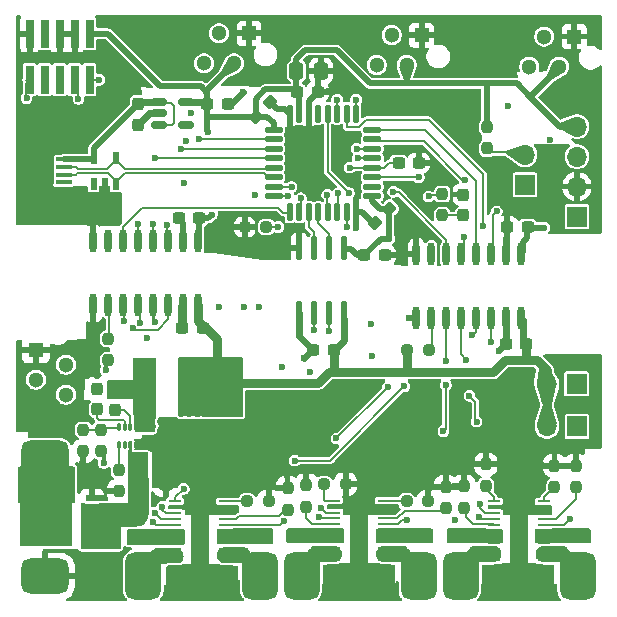
<source format=gbr>
%TF.GenerationSoftware,KiCad,Pcbnew,9.0.6*%
%TF.CreationDate,2025-11-11T12:39:31+02:00*%
%TF.ProjectId,picr_1_9tdi,70696372-5f31-45f3-9974-64692e6b6963,1*%
%TF.SameCoordinates,Original*%
%TF.FileFunction,Copper,L1,Top*%
%TF.FilePolarity,Positive*%
%FSLAX46Y46*%
G04 Gerber Fmt 4.6, Leading zero omitted, Abs format (unit mm)*
G04 Created by KiCad (PCBNEW 9.0.6) date 2025-11-11 12:39:31*
%MOMM*%
%LPD*%
G01*
G04 APERTURE LIST*
G04 Aperture macros list*
%AMRoundRect*
0 Rectangle with rounded corners*
0 $1 Rounding radius*
0 $2 $3 $4 $5 $6 $7 $8 $9 X,Y pos of 4 corners*
0 Add a 4 corners polygon primitive as box body*
4,1,4,$2,$3,$4,$5,$6,$7,$8,$9,$2,$3,0*
0 Add four circle primitives for the rounded corners*
1,1,$1+$1,$2,$3*
1,1,$1+$1,$4,$5*
1,1,$1+$1,$6,$7*
1,1,$1+$1,$8,$9*
0 Add four rect primitives between the rounded corners*
20,1,$1+$1,$2,$3,$4,$5,0*
20,1,$1+$1,$4,$5,$6,$7,0*
20,1,$1+$1,$6,$7,$8,$9,0*
20,1,$1+$1,$8,$9,$2,$3,0*%
G04 Aperture macros list end*
%TA.AperFunction,SMDPad,CuDef*%
%ADD10RoundRect,0.237500X0.250000X0.237500X-0.250000X0.237500X-0.250000X-0.237500X0.250000X-0.237500X0*%
%TD*%
%TA.AperFunction,SMDPad,CuDef*%
%ADD11RoundRect,0.750000X-1.250000X0.750000X-1.250000X-0.750000X1.250000X-0.750000X1.250000X0.750000X0*%
%TD*%
%TA.AperFunction,SMDPad,CuDef*%
%ADD12O,0.602000X1.971000*%
%TD*%
%TA.AperFunction,SMDPad,CuDef*%
%ADD13RoundRect,0.237500X-0.237500X0.250000X-0.237500X-0.250000X0.237500X-0.250000X0.237500X0.250000X0*%
%TD*%
%TA.AperFunction,SMDPad,CuDef*%
%ADD14RoundRect,0.237500X0.044194X0.380070X-0.380070X-0.044194X-0.044194X-0.380070X0.380070X0.044194X0*%
%TD*%
%TA.AperFunction,SMDPad,CuDef*%
%ADD15R,1.117600X0.228600*%
%TD*%
%TA.AperFunction,SMDPad,CuDef*%
%ADD16R,1.625600X4.927600*%
%TD*%
%TA.AperFunction,SMDPad,CuDef*%
%ADD17RoundRect,0.237500X0.300000X0.237500X-0.300000X0.237500X-0.300000X-0.237500X0.300000X-0.237500X0*%
%TD*%
%TA.AperFunction,SMDPad,CuDef*%
%ADD18RoundRect,0.750000X-0.750000X-1.250000X0.750000X-1.250000X0.750000X1.250000X-0.750000X1.250000X0*%
%TD*%
%TA.AperFunction,SMDPad,CuDef*%
%ADD19RoundRect,0.237500X0.237500X-0.250000X0.237500X0.250000X-0.237500X0.250000X-0.237500X-0.250000X0*%
%TD*%
%TA.AperFunction,ComponentPad*%
%ADD20R,1.300000X1.300000*%
%TD*%
%TA.AperFunction,ComponentPad*%
%ADD21C,1.300000*%
%TD*%
%TA.AperFunction,SMDPad,CuDef*%
%ADD22R,1.000000X0.595000*%
%TD*%
%TA.AperFunction,SMDPad,CuDef*%
%ADD23R,4.500000X4.500000*%
%TD*%
%TA.AperFunction,SMDPad,CuDef*%
%ADD24RoundRect,0.050000X0.100000X-0.285000X0.100000X0.285000X-0.100000X0.285000X-0.100000X-0.285000X0*%
%TD*%
%TA.AperFunction,SMDPad,CuDef*%
%ADD25RoundRect,0.237500X-0.300000X-0.237500X0.300000X-0.237500X0.300000X0.237500X-0.300000X0.237500X0*%
%TD*%
%TA.AperFunction,SMDPad,CuDef*%
%ADD26RoundRect,0.237500X-0.250000X-0.237500X0.250000X-0.237500X0.250000X0.237500X-0.250000X0.237500X0*%
%TD*%
%TA.AperFunction,SMDPad,CuDef*%
%ADD27RoundRect,0.237500X-0.237500X0.300000X-0.237500X-0.300000X0.237500X-0.300000X0.237500X0.300000X0*%
%TD*%
%TA.AperFunction,SMDPad,CuDef*%
%ADD28R,1.500000X3.500000*%
%TD*%
%TA.AperFunction,SMDPad,CuDef*%
%ADD29RoundRect,0.237500X-0.044194X-0.380070X0.380070X0.044194X0.044194X0.380070X-0.380070X-0.044194X0*%
%TD*%
%TA.AperFunction,ComponentPad*%
%ADD30R,1.700000X1.700000*%
%TD*%
%TA.AperFunction,ComponentPad*%
%ADD31O,1.700000X1.700000*%
%TD*%
%TA.AperFunction,SMDPad,CuDef*%
%ADD32RoundRect,0.250000X-0.337500X-0.475000X0.337500X-0.475000X0.337500X0.475000X-0.337500X0.475000X0*%
%TD*%
%TA.AperFunction,SMDPad,CuDef*%
%ADD33RoundRect,0.125000X0.625000X0.125000X-0.625000X0.125000X-0.625000X-0.125000X0.625000X-0.125000X0*%
%TD*%
%TA.AperFunction,SMDPad,CuDef*%
%ADD34RoundRect,0.125000X0.125000X0.625000X-0.125000X0.625000X-0.125000X-0.625000X0.125000X-0.625000X0*%
%TD*%
%TA.AperFunction,SMDPad,CuDef*%
%ADD35RoundRect,0.100000X-0.575000X0.100000X-0.575000X-0.100000X0.575000X-0.100000X0.575000X0.100000X0*%
%TD*%
%TA.AperFunction,HeatsinkPad*%
%ADD36O,1.600000X0.900000*%
%TD*%
%TA.AperFunction,SMDPad,CuDef*%
%ADD37RoundRect,0.250000X-0.450000X0.550000X-0.450000X-0.550000X0.450000X-0.550000X0.450000X0.550000X0*%
%TD*%
%TA.AperFunction,SMDPad,CuDef*%
%ADD38RoundRect,0.250000X-0.700000X0.700000X-0.700000X-0.700000X0.700000X-0.700000X0.700000X0.700000X0*%
%TD*%
%TA.AperFunction,SMDPad,CuDef*%
%ADD39R,0.760000X2.400000*%
%TD*%
%TA.AperFunction,SMDPad,CuDef*%
%ADD40RoundRect,0.150000X-0.512500X-0.150000X0.512500X-0.150000X0.512500X0.150000X-0.512500X0.150000X0*%
%TD*%
%TA.AperFunction,SMDPad,CuDef*%
%ADD41O,0.588000X2.045000*%
%TD*%
%TA.AperFunction,SMDPad,CuDef*%
%ADD42RoundRect,0.237500X0.237500X-0.300000X0.237500X0.300000X-0.237500X0.300000X-0.237500X-0.300000X0*%
%TD*%
%TA.AperFunction,SMDPad,CuDef*%
%ADD43RoundRect,0.237500X-0.237500X0.287500X-0.237500X-0.287500X0.237500X-0.287500X0.237500X0.287500X0*%
%TD*%
%TA.AperFunction,SMDPad,CuDef*%
%ADD44R,0.600000X1.000000*%
%TD*%
%TA.AperFunction,ViaPad*%
%ADD45C,0.600000*%
%TD*%
%TA.AperFunction,ViaPad*%
%ADD46C,0.450000*%
%TD*%
%TA.AperFunction,ViaPad*%
%ADD47C,0.800000*%
%TD*%
%TA.AperFunction,Conductor*%
%ADD48C,0.200000*%
%TD*%
%TA.AperFunction,Conductor*%
%ADD49C,0.600000*%
%TD*%
%TA.AperFunction,Conductor*%
%ADD50C,0.500000*%
%TD*%
%TA.AperFunction,Conductor*%
%ADD51C,0.800000*%
%TD*%
%TA.AperFunction,Conductor*%
%ADD52C,0.300000*%
%TD*%
%TA.AperFunction,Conductor*%
%ADD53C,0.157500*%
%TD*%
G04 APERTURE END LIST*
D10*
%TO.P,R1,1*%
%TO.N,GND_MOT*%
X89500000Y-108650000D03*
%TO.P,R1,2*%
%TO.N,Net-(U1-ITRIP)*%
X87675000Y-108650000D03*
%TD*%
D11*
%TO.P,J2,1,Pin_1*%
%TO.N,/VBAT_IN*%
X70600000Y-105000000D03*
%TO.P,J2,2,Pin_2*%
%TO.N,GND_MOT*%
X70600000Y-115000000D03*
%TD*%
D12*
%TO.P,U13,1,VDD1*%
%TO.N,+3.3V*%
X110890000Y-87700000D03*
%TO.P,U13,2,GND1*%
%TO.N,GND_MCU*%
X109620000Y-87700000D03*
%TO.P,U13,3,A1*%
%TO.N,/M1_DIR_I*%
X108350000Y-87700000D03*
%TO.P,U13,4,A2*%
%TO.N,/M2_DIR_I*%
X107080000Y-87700000D03*
%TO.P,U13,5,A3*%
%TO.N,/M3_DIR_I*%
X105810000Y-87700000D03*
%TO.P,U13,6,A4*%
%TO.N,/M_NSLEEP_I*%
X104540000Y-87700000D03*
%TO.P,U13,7,NC*%
%TO.N,unconnected-(U13-NC-Pad7)*%
X103270000Y-87700000D03*
%TO.P,U13,8,GND1*%
%TO.N,GND_MCU*%
X102000000Y-87700000D03*
%TO.P,U13,9,GND2*%
%TO.N,GND_MOT*%
X102000000Y-93171000D03*
%TO.P,U13,10,EN2*%
%TO.N,Net-(U13-EN2)*%
X103270000Y-93171000D03*
%TO.P,U13,11,B4*%
%TO.N,/M_NSLEEP_O*%
X104540000Y-93171000D03*
%TO.P,U13,12,B3*%
%TO.N,/M3_DIR_O*%
X105810000Y-93171000D03*
%TO.P,U13,13,B2*%
%TO.N,/M2_DIR_O*%
X107080000Y-93171000D03*
%TO.P,U13,14,B1*%
%TO.N,/M1_DIR_O*%
X108350000Y-93171000D03*
%TO.P,U13,15,GND2*%
%TO.N,GND_MOT*%
X109620000Y-93171000D03*
%TO.P,U13,16,VDD2*%
%TO.N,/5V_MOT*%
X110890000Y-93171000D03*
%TD*%
D13*
%TO.P,R14,1*%
%TO.N,GND_MOT*%
X113700000Y-105625000D03*
%TO.P,R14,2*%
%TO.N,Net-(U6-ITRIP)*%
X113700000Y-107450000D03*
%TD*%
D14*
%TO.P,C22,1*%
%TO.N,+3.3V*%
X99700000Y-83900000D03*
%TO.P,C22,2*%
%TO.N,GND_MCU*%
X98480240Y-85119760D03*
%TD*%
D15*
%TO.P,U1,1,SR*%
%TO.N,Net-(U1-SR)*%
X81579100Y-108649181D03*
%TO.P,U1,2,DIAG*%
%TO.N,GND_MOT*%
X81579100Y-109149307D03*
%TO.P,U1,3,PH/IN2*%
%TO.N,/M1_DIR_O*%
X81579100Y-109649433D03*
%TO.P,U1,4,EN/IN1*%
%TO.N,/PWM_M1_O*%
X81579100Y-110149559D03*
%TO.P,U1,5,DRVOFF*%
%TO.N,Net-(U1-DRVOFF)*%
X81579100Y-110649685D03*
%TO.P,U1,6,VM*%
%TO.N,/VBAT*%
X81579100Y-111149811D03*
%TO.P,U1,7,VM*%
X81579100Y-111649937D03*
%TO.P,U1,8,VM*%
X81579100Y-112150063D03*
%TO.P,U1,9,OUT1*%
%TO.N,/M1_OUT1*%
X81579100Y-112650189D03*
%TO.P,U1,10,OUT1*%
X81579100Y-113150315D03*
%TO.P,U1,11,OUT1*%
X81579100Y-113650441D03*
%TO.P,U1,12,GND*%
%TO.N,GND_MOT*%
X81579100Y-114150567D03*
%TO.P,U1,13,GND*%
X81579100Y-114650693D03*
%TO.P,U1,14,GND*%
X81579100Y-115150819D03*
%TO.P,U1,15,GND*%
X85820900Y-115150819D03*
%TO.P,U1,16,GND*%
X85820900Y-114650693D03*
%TO.P,U1,17,GND*%
X85820900Y-114150567D03*
%TO.P,U1,18,OUT2*%
%TO.N,/M1_OUT2*%
X85820900Y-113650441D03*
%TO.P,U1,19,OUT2*%
X85820900Y-113150315D03*
%TO.P,U1,20,OUT2*%
X85820900Y-112650189D03*
%TO.P,U1,21,VM*%
%TO.N,/VBAT*%
X85820900Y-112150063D03*
%TO.P,U1,22,VM*%
X85820900Y-111649937D03*
%TO.P,U1,23,VM*%
X85820900Y-111149811D03*
%TO.P,U1,24,nSLEEP*%
%TO.N,/M_NSLEEP_O*%
X85820900Y-110649685D03*
%TO.P,U1,25,IPROPI*%
%TO.N,Net-(U1-IPROPI)*%
X85820900Y-110149559D03*
%TO.P,U1,26,nFAULT*%
%TO.N,GND_MOT*%
X85820900Y-109649433D03*
%TO.P,U1,27,MODE*%
X85820900Y-109149307D03*
%TO.P,U1,28,ITRIP*%
%TO.N,Net-(U1-ITRIP)*%
X85820900Y-108649181D03*
D16*
%TO.P,U1,EPAD,EPAD*%
%TO.N,GND_MOT*%
X83700000Y-111900000D03*
%TD*%
D17*
%TO.P,C35,1*%
%TO.N,/5V_MOT*%
X111325000Y-95300000D03*
%TO.P,C35,2*%
%TO.N,GND_MOT*%
X109600000Y-95300000D03*
%TD*%
D18*
%TO.P,J9,1,Pin_1*%
%TO.N,/M2_OUT1*%
X92300000Y-114950000D03*
%TO.P,J9,2,Pin_2*%
%TO.N,/M2_OUT2*%
X102200000Y-114950000D03*
%TD*%
D19*
%TO.P,R19,1*%
%TO.N,/5V_MOT*%
X75900000Y-96700000D03*
%TO.P,R19,2*%
%TO.N,Net-(U12-EN2)*%
X75900000Y-94875000D03*
%TD*%
D20*
%TO.P,U11,1,1*%
%TO.N,GND_MCU*%
X115375000Y-69300000D03*
D21*
%TO.P,U11,2,2*%
%TO.N,+3.3V*%
X114105000Y-71840000D03*
%TO.P,U11,3,3*%
%TO.N,/E_M3_A*%
X112835000Y-69300000D03*
%TO.P,U11,4,4*%
%TO.N,/E_M3_B*%
X111565000Y-71840000D03*
%TD*%
D10*
%TO.P,R9,1*%
%TO.N,GND_MOT*%
X103025000Y-108650000D03*
%TO.P,R9,2*%
%TO.N,Net-(U4-ITRIP)*%
X101200000Y-108650000D03*
%TD*%
D22*
%TO.P,Q1,1,S*%
%TO.N,/VBAT*%
X74532000Y-112173000D03*
%TO.P,Q1,2,S*%
X74532000Y-110903000D03*
%TO.P,Q1,3,S*%
X74532000Y-109633000D03*
%TO.P,Q1,4,G*%
%TO.N,GND_MOT*%
X74532000Y-108363000D03*
D23*
%TO.P,Q1,5,D*%
%TO.N,/VBAT_IN*%
X70618000Y-110268000D03*
%TD*%
D24*
%TO.P,U3,1,RT*%
%TO.N,Net-(U3-RT)*%
X76800000Y-103880000D03*
%TO.P,U3,2,EN*%
%TO.N,unconnected-(U3-EN-Pad2)*%
X77300000Y-103880000D03*
%TO.P,U3,3,VIN*%
%TO.N,/VBAT*%
X77800000Y-103880000D03*
%TO.P,U3,4,GND*%
%TO.N,GND_MOT*%
X78300000Y-103880000D03*
%TO.P,U3,5,SW*%
%TO.N,Net-(U3-SW)*%
X78300000Y-102400000D03*
%TO.P,U3,6,BST*%
%TO.N,Net-(U3-BST)*%
X77800000Y-102400000D03*
%TO.P,U3,7,SS*%
%TO.N,Net-(U3-SS)*%
X77300000Y-102400000D03*
%TO.P,U3,8,FB*%
%TO.N,Net-(U3-FB)*%
X76800000Y-102400000D03*
%TD*%
D20*
%TO.P,U9,1,1*%
%TO.N,GND_MCU*%
X102455000Y-69180000D03*
D21*
%TO.P,U9,2,2*%
%TO.N,+3.3V*%
X101185000Y-71720000D03*
%TO.P,U9,3,3*%
%TO.N,/E_M1_A*%
X99915000Y-69180000D03*
%TO.P,U9,4,4*%
%TO.N,/E_M1_B*%
X98645000Y-71720000D03*
%TD*%
D25*
%TO.P,C36,1*%
%TO.N,+3.3V*%
X97600000Y-87800000D03*
%TO.P,C36,2*%
%TO.N,GND_MCU*%
X99325000Y-87800000D03*
%TD*%
D26*
%TO.P,R10,1*%
%TO.N,Net-(U4-SR)*%
X94187500Y-107200000D03*
%TO.P,R10,2*%
%TO.N,GND_MOT*%
X96012500Y-107200000D03*
%TD*%
D17*
%TO.P,C33,1*%
%TO.N,+3.3V*%
X83600000Y-84700000D03*
%TO.P,C33,2*%
%TO.N,GND_MCU*%
X81875000Y-84700000D03*
%TD*%
D15*
%TO.P,U6,1,SR*%
%TO.N,Net-(U6-SR)*%
X108579100Y-108649181D03*
%TO.P,U6,2,DIAG*%
%TO.N,GND_MOT*%
X108579100Y-109149307D03*
%TO.P,U6,3,PH/IN2*%
%TO.N,/M3_DIR_O*%
X108579100Y-109649433D03*
%TO.P,U6,4,EN/IN1*%
%TO.N,/PWM_M3_O*%
X108579100Y-110149559D03*
%TO.P,U6,5,DRVOFF*%
%TO.N,Net-(U6-DRVOFF)*%
X108579100Y-110649685D03*
%TO.P,U6,6,VM*%
%TO.N,/VBAT*%
X108579100Y-111149811D03*
%TO.P,U6,7,VM*%
X108579100Y-111649937D03*
%TO.P,U6,8,VM*%
X108579100Y-112150063D03*
%TO.P,U6,9,OUT1*%
%TO.N,/M3_OUT1*%
X108579100Y-112650189D03*
%TO.P,U6,10,OUT1*%
X108579100Y-113150315D03*
%TO.P,U6,11,OUT1*%
X108579100Y-113650441D03*
%TO.P,U6,12,GND*%
%TO.N,GND_MOT*%
X108579100Y-114150567D03*
%TO.P,U6,13,GND*%
X108579100Y-114650693D03*
%TO.P,U6,14,GND*%
X108579100Y-115150819D03*
%TO.P,U6,15,GND*%
X112820900Y-115150819D03*
%TO.P,U6,16,GND*%
X112820900Y-114650693D03*
%TO.P,U6,17,GND*%
X112820900Y-114150567D03*
%TO.P,U6,18,OUT2*%
%TO.N,/M3_OUT2*%
X112820900Y-113650441D03*
%TO.P,U6,19,OUT2*%
X112820900Y-113150315D03*
%TO.P,U6,20,OUT2*%
X112820900Y-112650189D03*
%TO.P,U6,21,VM*%
%TO.N,/VBAT*%
X112820900Y-112150063D03*
%TO.P,U6,22,VM*%
X112820900Y-111649937D03*
%TO.P,U6,23,VM*%
X112820900Y-111149811D03*
%TO.P,U6,24,nSLEEP*%
%TO.N,/M_NSLEEP_O*%
X112820900Y-110649685D03*
%TO.P,U6,25,IPROPI*%
%TO.N,Net-(U6-IPROPI)*%
X112820900Y-110149559D03*
%TO.P,U6,26,nFAULT*%
%TO.N,GND_MOT*%
X112820900Y-109649433D03*
%TO.P,U6,27,MODE*%
X112820900Y-109149307D03*
%TO.P,U6,28,ITRIP*%
%TO.N,Net-(U6-ITRIP)*%
X112820900Y-108649181D03*
D16*
%TO.P,U6,EPAD,EPAD*%
%TO.N,GND_MOT*%
X110700000Y-111900000D03*
%TD*%
D20*
%TO.P,U15,1,1*%
%TO.N,GND_MOT*%
X69800000Y-95810000D03*
D21*
%TO.P,U15,2,2*%
%TO.N,/PWM_TH_O*%
X72340000Y-97080000D03*
%TO.P,U15,3,3*%
%TO.N,unconnected-(U15-Pad3)*%
X69800000Y-98350000D03*
%TO.P,U15,4,4*%
%TO.N,unconnected-(U15-Pad4)*%
X72340000Y-99620000D03*
%TD*%
D27*
%TO.P,C16,1*%
%TO.N,/VUSB*%
X78400000Y-75025000D03*
%TO.P,C16,2*%
%TO.N,GND_MCU*%
X78400000Y-76750000D03*
%TD*%
D28*
%TO.P,L1,1,1*%
%TO.N,Net-(U3-SW)*%
X79000000Y-98700000D03*
%TO.P,L1,2,2*%
%TO.N,/5V_MOT*%
X82700000Y-98700000D03*
%TD*%
D29*
%TO.P,C24,1*%
%TO.N,+3.3V*%
X88425000Y-76075000D03*
%TO.P,C24,2*%
%TO.N,GND_MCU*%
X89644760Y-74855240D03*
%TD*%
D19*
%TO.P,R16,1*%
%TO.N,Net-(U6-SR)*%
X107900000Y-107350000D03*
%TO.P,R16,2*%
%TO.N,GND_MOT*%
X107900000Y-105525000D03*
%TD*%
D26*
%TO.P,R15,1*%
%TO.N,GND_MCU*%
X87475000Y-85425000D03*
%TO.P,R15,2*%
%TO.N,Net-(U7-PB8)*%
X89300000Y-85425000D03*
%TD*%
D17*
%TO.P,C37,1*%
%TO.N,/5V_MOT*%
X94995000Y-95850000D03*
%TO.P,C37,2*%
%TO.N,GND_MOT*%
X93269998Y-95850000D03*
%TD*%
D13*
%TO.P,R4,1*%
%TO.N,Net-(U3-RT)*%
X76800000Y-105975000D03*
%TO.P,R4,2*%
%TO.N,GND_MOT*%
X76800000Y-107800000D03*
%TD*%
D19*
%TO.P,R11,1*%
%TO.N,Net-(U4-DRVOFF)*%
X92700000Y-109100000D03*
%TO.P,R11,2*%
%TO.N,GND_MOT*%
X92700000Y-107275000D03*
%TD*%
D15*
%TO.P,U4,1,SR*%
%TO.N,Net-(U4-SR)*%
X95008200Y-108598362D03*
%TO.P,U4,2,DIAG*%
%TO.N,GND_MOT*%
X95008200Y-109098488D03*
%TO.P,U4,3,PH/IN2*%
%TO.N,/M2_DIR_O*%
X95008200Y-109598614D03*
%TO.P,U4,4,EN/IN1*%
%TO.N,/PWM_M2_O*%
X95008200Y-110098740D03*
%TO.P,U4,5,DRVOFF*%
%TO.N,Net-(U4-DRVOFF)*%
X95008200Y-110598866D03*
%TO.P,U4,6,VM*%
%TO.N,/VBAT*%
X95008200Y-111098992D03*
%TO.P,U4,7,VM*%
X95008200Y-111599118D03*
%TO.P,U4,8,VM*%
X95008200Y-112099244D03*
%TO.P,U4,9,OUT1*%
%TO.N,/M2_OUT1*%
X95008200Y-112599370D03*
%TO.P,U4,10,OUT1*%
X95008200Y-113099496D03*
%TO.P,U4,11,OUT1*%
X95008200Y-113599622D03*
%TO.P,U4,12,GND*%
%TO.N,GND_MOT*%
X95008200Y-114099748D03*
%TO.P,U4,13,GND*%
X95008200Y-114599874D03*
%TO.P,U4,14,GND*%
X95008200Y-115100000D03*
%TO.P,U4,15,GND*%
X99250000Y-115100000D03*
%TO.P,U4,16,GND*%
X99250000Y-114599874D03*
%TO.P,U4,17,GND*%
X99250000Y-114099748D03*
%TO.P,U4,18,OUT2*%
%TO.N,/M2_OUT2*%
X99250000Y-113599622D03*
%TO.P,U4,19,OUT2*%
X99250000Y-113099496D03*
%TO.P,U4,20,OUT2*%
X99250000Y-112599370D03*
%TO.P,U4,21,VM*%
%TO.N,/VBAT*%
X99250000Y-112099244D03*
%TO.P,U4,22,VM*%
X99250000Y-111599118D03*
%TO.P,U4,23,VM*%
X99250000Y-111098992D03*
%TO.P,U4,24,nSLEEP*%
%TO.N,/M_NSLEEP_O*%
X99250000Y-110598866D03*
%TO.P,U4,25,IPROPI*%
%TO.N,Net-(U4-IPROPI)*%
X99250000Y-110098740D03*
%TO.P,U4,26,nFAULT*%
%TO.N,GND_MOT*%
X99250000Y-109598614D03*
%TO.P,U4,27,MODE*%
X99250000Y-109098488D03*
%TO.P,U4,28,ITRIP*%
%TO.N,Net-(U4-ITRIP)*%
X99250000Y-108598362D03*
D16*
%TO.P,U4,EPAD,EPAD*%
%TO.N,GND_MOT*%
X97129100Y-111849181D03*
%TD*%
D30*
%TO.P,J4,1,Pin_1*%
%TO.N,/PWM_GRB_O*%
X115600000Y-102300000D03*
D31*
%TO.P,J4,2,Pin_2*%
%TO.N,/5V_MOT*%
X113060000Y-102300000D03*
%TO.P,J4,3,Pin_3*%
%TO.N,GND_MOT*%
X110520000Y-102300000D03*
%TD*%
D13*
%TO.P,R8,1*%
%TO.N,Net-(U3-FB)*%
X73800000Y-102587500D03*
%TO.P,R8,2*%
%TO.N,GND_MOT*%
X73800000Y-104412500D03*
%TD*%
D18*
%TO.P,J8,1,Pin_1*%
%TO.N,/M1_OUT1*%
X78900000Y-114950000D03*
%TO.P,J8,2,Pin_2*%
%TO.N,/M1_OUT2*%
X88800000Y-114950000D03*
%TD*%
D32*
%TO.P,C21,1*%
%TO.N,+3.3V*%
X91850000Y-72225000D03*
%TO.P,C21,2*%
%TO.N,GND_MCU*%
X93925000Y-72225000D03*
%TD*%
D18*
%TO.P,J7,1,Pin_1*%
%TO.N,/M3_OUT1*%
X105750000Y-114962500D03*
%TO.P,J7,2,Pin_2*%
%TO.N,/M3_OUT2*%
X115650000Y-114962500D03*
%TD*%
D33*
%TO.P,U7,1,VDD*%
%TO.N,+3.3V*%
X98275000Y-82800000D03*
%TO.P,U7,2,PF0*%
%TO.N,unconnected-(U7-PF0-Pad2)*%
X98275000Y-82000000D03*
%TO.P,U7,3,PF1*%
%TO.N,/IR_RX*%
X98275000Y-81200000D03*
%TO.P,U7,4,PG10*%
%TO.N,/NRST*%
X98275000Y-80400000D03*
%TO.P,U7,5,PA0*%
%TO.N,/E_M1_A*%
X98275000Y-79600000D03*
%TO.P,U7,6,PA1*%
%TO.N,/E_M1_B*%
X98275000Y-78800000D03*
%TO.P,U7,7,PA2*%
%TO.N,/M1_DIR_I*%
X98275000Y-78000000D03*
%TO.P,U7,8,PA3*%
%TO.N,/M2_DIR_I*%
X98275000Y-77200000D03*
D34*
%TO.P,U7,9,PA4*%
%TO.N,/E_M2_B*%
X96900000Y-75825000D03*
%TO.P,U7,10,PA5*%
%TO.N,/M3_DIR_I*%
X96100000Y-75825000D03*
%TO.P,U7,11,PA6*%
%TO.N,/E_M2_A*%
X95300000Y-75825000D03*
%TO.P,U7,12,PA7*%
%TO.N,/M_NSLEEP_I*%
X94500000Y-75825000D03*
%TO.P,U7,13,PB0*%
%TO.N,unconnected-(U7-PB0-Pad13)*%
X93700000Y-75825000D03*
%TO.P,U7,14,VSSA*%
%TO.N,GND_MCU*%
X92900000Y-75825000D03*
%TO.P,U7,15,VDDA*%
%TO.N,+3.3V*%
X92100000Y-75825000D03*
%TO.P,U7,16,VSS*%
%TO.N,GND_MCU*%
X91300000Y-75825000D03*
D33*
%TO.P,U7,17,VDD*%
%TO.N,+3.3V*%
X89925000Y-77200000D03*
%TO.P,U7,18,PA8*%
%TO.N,/PWM_M1_I*%
X89925000Y-78000000D03*
%TO.P,U7,19,PA9*%
%TO.N,/PWM_M2_I*%
X89925000Y-78800000D03*
%TO.P,U7,20,PA10*%
%TO.N,/PWM_M3_I*%
X89925000Y-79600000D03*
%TO.P,U7,21,PA11*%
%TO.N,/D-*%
X89925000Y-80400000D03*
%TO.P,U7,22,PA12*%
%TO.N,/D+*%
X89925000Y-81200000D03*
%TO.P,U7,23,PA13*%
%TO.N,/SWDIO*%
X89925000Y-82000000D03*
%TO.P,U7,24,PA14*%
%TO.N,/SWCLK*%
X89925000Y-82800000D03*
D34*
%TO.P,U7,25,PA15*%
%TO.N,/PWM_TH_I*%
X91300000Y-84175000D03*
%TO.P,U7,26,PB3*%
%TO.N,/MCU_LED*%
X92100000Y-84175000D03*
%TO.P,U7,27,PB4*%
%TO.N,/PWM_GRB_I*%
X92900000Y-84175000D03*
%TO.P,U7,28,PB5*%
%TO.N,/PWM_ANG_I*%
X93700000Y-84175000D03*
%TO.P,U7,29,PB6*%
%TO.N,/E_M3_A*%
X94500000Y-84175000D03*
%TO.P,U7,30,PB7*%
%TO.N,/E_M3_B*%
X95300000Y-84175000D03*
%TO.P,U7,31,PB8*%
%TO.N,Net-(U7-PB8)*%
X96100000Y-84175000D03*
%TO.P,U7,32,VSS*%
%TO.N,GND_MCU*%
X96900000Y-84175000D03*
%TD*%
D35*
%TO.P,J1,1,VBUS*%
%TO.N,/VUSB*%
X72175000Y-79700000D03*
%TO.P,J1,2,D-*%
%TO.N,/D-*%
X72175000Y-80350000D03*
%TO.P,J1,3,D+*%
%TO.N,/D+*%
X72175000Y-81000000D03*
%TO.P,J1,4,ID*%
%TO.N,unconnected-(J1-ID-Pad4)*%
X72175000Y-81650000D03*
%TO.P,J1,5,GND*%
%TO.N,GND_MCU*%
X72175000Y-82300000D03*
D36*
%TO.P,J1,6,Shield*%
X69500000Y-77700000D03*
D37*
X71950000Y-77800000D03*
D38*
X69500000Y-79800000D03*
X69500000Y-82200000D03*
D37*
X71950000Y-84200000D03*
D36*
X69500000Y-84300000D03*
%TD*%
D17*
%TO.P,C34,1*%
%TO.N,/5V_MOT*%
X83925000Y-94000000D03*
%TO.P,C34,2*%
%TO.N,GND_MOT*%
X82200000Y-94000000D03*
%TD*%
D39*
%TO.P,U8,1,VCC*%
%TO.N,+3.3V*%
X74340000Y-69050000D03*
%TO.P,U8,2,SWDIO*%
%TO.N,/SWDIO*%
X74340000Y-72950000D03*
%TO.P,U8,3,GND*%
%TO.N,GND_MCU*%
X73070000Y-69050000D03*
%TO.P,U8,4,SWCLK*%
%TO.N,/SWCLK*%
X73070000Y-72950000D03*
%TO.P,U8,5,GND*%
%TO.N,GND_MCU*%
X71800000Y-69050000D03*
%TO.P,U8,6,6*%
%TO.N,unconnected-(U8-Pad6)*%
X71800000Y-72950000D03*
%TO.P,U8,7,7*%
%TO.N,unconnected-(U8-Pad7)*%
X70530000Y-69050000D03*
%TO.P,U8,8,8*%
%TO.N,unconnected-(U8-Pad8)*%
X70530000Y-72950000D03*
%TO.P,U8,9,GND*%
%TO.N,GND_MCU*%
X69260000Y-69050000D03*
%TO.P,U8,10,NRST*%
%TO.N,/NRST*%
X69260000Y-72950000D03*
%TD*%
D40*
%TO.P,U5,1,VIN*%
%TO.N,/VUSB*%
X80200000Y-74850000D03*
%TO.P,U5,2,GND*%
%TO.N,GND_MCU*%
X80200000Y-75800000D03*
%TO.P,U5,3,EN*%
%TO.N,/VUSB*%
X80200000Y-76750000D03*
%TO.P,U5,4,NC*%
%TO.N,unconnected-(U5-NC-Pad4)*%
X82475000Y-76750000D03*
%TO.P,U5,5,VOUT*%
%TO.N,+3.3V*%
X82475000Y-74850000D03*
%TD*%
D25*
%TO.P,C25,1*%
%TO.N,/NRST*%
X100500000Y-80000000D03*
%TO.P,C25,2*%
%TO.N,GND_MCU*%
X102225000Y-80000000D03*
%TD*%
D13*
%TO.P,R12,1*%
%TO.N,/MCU_LED*%
X104200000Y-82625000D03*
%TO.P,R12,2*%
%TO.N,Net-(D1-A)*%
X104200000Y-84450000D03*
%TD*%
D19*
%TO.P,R5,1*%
%TO.N,Net-(U1-IPROPI)*%
X91100000Y-109350000D03*
%TO.P,R5,2*%
%TO.N,GND_MOT*%
X91100000Y-107525000D03*
%TD*%
D30*
%TO.P,J3,1,Pin_1*%
%TO.N,/GLo*%
X115600000Y-84540000D03*
D31*
%TO.P,J3,2,Pin_2*%
%TO.N,GND_MCU*%
X115600000Y-82000000D03*
%TO.P,J3,3,Pin_3*%
%TO.N,/IR_RX*%
X115600000Y-79460000D03*
%TO.P,J3,4,Pin_4*%
%TO.N,+3.3V*%
X115600000Y-76920000D03*
%TD*%
D41*
%TO.P,U14,1,VDDA*%
%TO.N,+3.3V*%
X95900000Y-87200000D03*
%TO.P,U14,2,IN1*%
%TO.N,/PWM_ANG_I*%
X94630000Y-87200000D03*
%TO.P,U14,3,IN2*%
%TO.N,/PWM_GRB_I*%
X93360000Y-87200000D03*
%TO.P,U14,4,GNDA*%
%TO.N,GND_MCU*%
X92090000Y-87200000D03*
%TO.P,U14,5,GNDB*%
%TO.N,GND_MOT*%
X92090000Y-92745000D03*
%TO.P,U14,6,OUT2*%
%TO.N,/PWM_GRB_O*%
X93360000Y-92745000D03*
%TO.P,U14,7,OUT1*%
%TO.N,/PWM_ANG_O*%
X94630000Y-92745000D03*
%TO.P,U14,8,VDDB*%
%TO.N,/5V_MOT*%
X95900000Y-92745000D03*
%TD*%
D12*
%TO.P,U12,1,VDD1*%
%TO.N,+3.3V*%
X83550000Y-86600000D03*
%TO.P,U12,2,GND1*%
%TO.N,GND_MCU*%
X82280000Y-86600000D03*
%TO.P,U12,3,A1*%
%TO.N,/PWM_M1_I*%
X81010000Y-86600000D03*
%TO.P,U12,4,A2*%
%TO.N,/PWM_M2_I*%
X79740000Y-86600000D03*
%TO.P,U12,5,A3*%
%TO.N,/PWM_M3_I*%
X78470000Y-86600000D03*
%TO.P,U12,6,A4*%
%TO.N,/PWM_TH_I*%
X77200000Y-86600000D03*
%TO.P,U12,7,NC*%
%TO.N,unconnected-(U12-NC-Pad7)*%
X75930000Y-86600000D03*
%TO.P,U12,8,GND1*%
%TO.N,GND_MCU*%
X74660000Y-86600000D03*
%TO.P,U12,9,GND2*%
%TO.N,GND_MOT*%
X74660000Y-92071000D03*
%TO.P,U12,10,EN2*%
%TO.N,Net-(U12-EN2)*%
X75930000Y-92071000D03*
%TO.P,U12,11,B4*%
%TO.N,/PWM_TH_O*%
X77200000Y-92071000D03*
%TO.P,U12,12,B3*%
%TO.N,/PWM_M3_O*%
X78470000Y-92071000D03*
%TO.P,U12,13,B2*%
%TO.N,/PWM_M2_O*%
X79740000Y-92071000D03*
%TO.P,U12,14,B1*%
%TO.N,/PWM_M1_O*%
X81010000Y-92071000D03*
%TO.P,U12,15,GND2*%
%TO.N,GND_MOT*%
X82280000Y-92071000D03*
%TO.P,U12,16,VDD2*%
%TO.N,/5V_MOT*%
X83550000Y-92071000D03*
%TD*%
D27*
%TO.P,C12,1*%
%TO.N,/5V_MOT*%
X86400000Y-100625000D03*
%TO.P,C12,2*%
%TO.N,GND_MOT*%
X86400000Y-102350000D03*
%TD*%
D19*
%TO.P,R18,1*%
%TO.N,Net-(U6-IPROPI)*%
X115500000Y-107450000D03*
%TO.P,R18,2*%
%TO.N,GND_MOT*%
X115500000Y-105625000D03*
%TD*%
D32*
%TO.P,C5,1*%
%TO.N,/VBAT*%
X78700000Y-107050000D03*
%TO.P,C5,2*%
%TO.N,GND_MOT*%
X80775000Y-107050000D03*
%TD*%
D25*
%TO.P,C6,1*%
%TO.N,/VBAT*%
X78675000Y-105250000D03*
%TO.P,C6,2*%
%TO.N,GND_MOT*%
X80400000Y-105250000D03*
%TD*%
D42*
%TO.P,C10,1*%
%TO.N,Net-(U3-BST)*%
X76500000Y-100925000D03*
%TO.P,C10,2*%
%TO.N,Net-(U3-SW)*%
X76500000Y-99200000D03*
%TD*%
D30*
%TO.P,J6,1,Pin_1*%
%TO.N,/PWM_ANG_O*%
X115580000Y-98700000D03*
D31*
%TO.P,J6,2,Pin_2*%
%TO.N,/5V_MOT*%
X113040000Y-98700000D03*
%TO.P,J6,3,Pin_3*%
%TO.N,GND_MOT*%
X110500000Y-98700000D03*
%TD*%
D20*
%TO.P,U10,1,1*%
%TO.N,GND_MCU*%
X87845000Y-69035000D03*
D21*
%TO.P,U10,2,2*%
%TO.N,+3.3V*%
X86575000Y-71575000D03*
%TO.P,U10,3,3*%
%TO.N,/E_M2_A*%
X85305000Y-69035000D03*
%TO.P,U10,4,4*%
%TO.N,/E_M2_B*%
X84035000Y-71575000D03*
%TD*%
D30*
%TO.P,J5,1,Pin_1*%
%TO.N,/GLo*%
X111200000Y-81850000D03*
D31*
%TO.P,J5,2,Pin_2*%
%TO.N,/IR_TX*%
X111200000Y-79310000D03*
%TD*%
D19*
%TO.P,R13,1*%
%TO.N,Net-(U4-IPROPI)*%
X104500000Y-109250000D03*
%TO.P,R13,2*%
%TO.N,GND_MOT*%
X104500000Y-107425000D03*
%TD*%
D17*
%TO.P,C32,1*%
%TO.N,+3.3V*%
X111425000Y-85400000D03*
%TO.P,C32,2*%
%TO.N,GND_MCU*%
X109700000Y-85400000D03*
%TD*%
D26*
%TO.P,R20,1*%
%TO.N,/5V_MOT*%
X101250000Y-95850000D03*
%TO.P,R20,2*%
%TO.N,Net-(U13-EN2)*%
X103075000Y-95850000D03*
%TD*%
D25*
%TO.P,C27,1*%
%TO.N,+3.3V*%
X91924998Y-73975000D03*
%TO.P,C27,2*%
%TO.N,GND_MCU*%
X93650000Y-73975000D03*
%TD*%
D19*
%TO.P,R7,1*%
%TO.N,/5V_MOT*%
X75300000Y-104412500D03*
%TO.P,R7,2*%
%TO.N,Net-(U3-FB)*%
X75300000Y-102587500D03*
%TD*%
%TO.P,R17,1*%
%TO.N,Net-(U6-DRVOFF)*%
X106050000Y-109200000D03*
%TO.P,R17,2*%
%TO.N,GND_MOT*%
X106050000Y-107375000D03*
%TD*%
D42*
%TO.P,C8,1*%
%TO.N,Net-(U3-SS)*%
X75000000Y-100850000D03*
%TO.P,C8,2*%
%TO.N,GND_MOT*%
X75000000Y-99125000D03*
%TD*%
D43*
%TO.P,D1,1,K*%
%TO.N,GND_MCU*%
X105975000Y-82675000D03*
%TO.P,D1,2,A*%
%TO.N,Net-(D1-A)*%
X105975000Y-84425000D03*
%TD*%
D25*
%TO.P,C18,1*%
%TO.N,+3.3V*%
X84300000Y-75000000D03*
%TO.P,C18,2*%
%TO.N,GND_MCU*%
X86025000Y-75000000D03*
%TD*%
D27*
%TO.P,C11,1*%
%TO.N,/5V_MOT*%
X84900000Y-100650000D03*
%TO.P,C11,2*%
%TO.N,GND_MOT*%
X84900000Y-102375000D03*
%TD*%
D44*
%TO.P,U2,1,NC*%
%TO.N,unconnected-(U2-NC-Pad1)*%
X74675000Y-81775000D03*
%TO.P,U2,2,VN*%
%TO.N,GND_MCU*%
X75625000Y-81775000D03*
%TO.P,U2,3,CH1*%
%TO.N,/D+*%
X76575000Y-81775000D03*
%TO.P,U2,4,CH2*%
%TO.N,/D-*%
X76575000Y-79575000D03*
%TO.P,U2,5,VP*%
%TO.N,/VUSB*%
X74675000Y-79575000D03*
%TD*%
D13*
%TO.P,R6,1*%
%TO.N,+3.3V*%
X108000000Y-76950000D03*
%TO.P,R6,2*%
%TO.N,/IR_TX*%
X108000000Y-78775000D03*
%TD*%
D45*
%TO.N,GND_MOT*%
X79200000Y-94800000D03*
D46*
X110700000Y-109600000D03*
D45*
X97200000Y-115600000D03*
X105600000Y-98800000D03*
X82410000Y-102680000D03*
D46*
X110200000Y-110100000D03*
D45*
X94400000Y-116300000D03*
X71100000Y-115650000D03*
X100000000Y-116300000D03*
D46*
X111200000Y-110100000D03*
D45*
X96500000Y-114900000D03*
X75050000Y-115650000D03*
X109900000Y-116300000D03*
X103080000Y-107640000D03*
X85650000Y-103710000D03*
X87600000Y-103000000D03*
X83090000Y-102700000D03*
X82200000Y-94100000D03*
X81040000Y-102650000D03*
D46*
X96600000Y-109100000D03*
D45*
X69300000Y-114400000D03*
X82350000Y-105100000D03*
X107800000Y-116300000D03*
X74525000Y-107575000D03*
X109050000Y-105550000D03*
X70200000Y-115650000D03*
X101425000Y-93171000D03*
X96800000Y-100900000D03*
D46*
X97600000Y-110100000D03*
D45*
X69300000Y-115650000D03*
X84400000Y-116300000D03*
D46*
X97100000Y-109100000D03*
D45*
X80360000Y-101890000D03*
D46*
X83200000Y-110000000D03*
D45*
X68400000Y-95800000D03*
D46*
X83700000Y-110000000D03*
D45*
X111300000Y-115600000D03*
X79200000Y-103400000D03*
X73730735Y-105479265D03*
X79870000Y-108490000D03*
D46*
X97600000Y-109600000D03*
D45*
X98225000Y-96325000D03*
X83100000Y-101930000D03*
X82000000Y-106200000D03*
X89490000Y-107600000D03*
X97900000Y-115600000D03*
D46*
X110700000Y-110100000D03*
D45*
X97900000Y-114900000D03*
X109900000Y-115600000D03*
X91090000Y-106450000D03*
X89560000Y-100660000D03*
X83700000Y-116300000D03*
X92080000Y-103500000D03*
X74660000Y-96390000D03*
X111300000Y-116300000D03*
D46*
X83700000Y-110500000D03*
D45*
X80350000Y-102640000D03*
X97130000Y-107220000D03*
X83000000Y-114900000D03*
X110600000Y-114900000D03*
X99510000Y-102680000D03*
X75050000Y-99150000D03*
X88680000Y-92240000D03*
X75100000Y-114550000D03*
X98600000Y-98700000D03*
X70200000Y-114400000D03*
X108600000Y-98750000D03*
X80900000Y-116300000D03*
D46*
X83200000Y-110500000D03*
D45*
X95800000Y-116300000D03*
X109200000Y-116300000D03*
X81720000Y-102670000D03*
D46*
X110200000Y-109100000D03*
D45*
X96500000Y-116300000D03*
D46*
X110200000Y-109600000D03*
X97600000Y-109100000D03*
D45*
X81700000Y-104800000D03*
X97200000Y-114900000D03*
D46*
X111200000Y-109600000D03*
D45*
X98600000Y-116300000D03*
X83000000Y-115600000D03*
X102330000Y-102720000D03*
X87450000Y-92230000D03*
X99300000Y-116300000D03*
X115500000Y-100400000D03*
X85100000Y-116300000D03*
X86600000Y-108000000D03*
X110600000Y-116300000D03*
X83790000Y-102690000D03*
X84400000Y-107500000D03*
X109900000Y-114900000D03*
X109012500Y-95887500D03*
X85875000Y-108000000D03*
X81700000Y-105450000D03*
X85800000Y-116300000D03*
X93000000Y-97700000D03*
X110600000Y-115600000D03*
X71100000Y-114400000D03*
X83700000Y-115600000D03*
X72000000Y-115650000D03*
D46*
X96600000Y-109600000D03*
X110700000Y-109100000D03*
D45*
X97900000Y-116300000D03*
X108500000Y-116300000D03*
D46*
X96600000Y-110100000D03*
X97100000Y-109600000D03*
D45*
X90600000Y-97300000D03*
X97200000Y-116300000D03*
X81050000Y-101910000D03*
X102730000Y-98990000D03*
X84880000Y-103720000D03*
X81600000Y-116300000D03*
X96500000Y-115600000D03*
X104500000Y-106180000D03*
X70060000Y-101150000D03*
D46*
X97100000Y-110100000D03*
D45*
X115500000Y-104500000D03*
X82650000Y-106550000D03*
X112620000Y-105600000D03*
X86440000Y-103700000D03*
X98200000Y-93600000D03*
X116350000Y-96750000D03*
D46*
X84200000Y-109500000D03*
D45*
X82300000Y-116300000D03*
D46*
X111200000Y-109100000D03*
D45*
X115100000Y-96750000D03*
X113950000Y-96750000D03*
X113400000Y-116300000D03*
X94050000Y-102950000D03*
X82410000Y-101930000D03*
X82000000Y-106850000D03*
X86500000Y-116300000D03*
X79800000Y-103700000D03*
X84400000Y-114900000D03*
X92700000Y-106220000D03*
X72000000Y-114400000D03*
D46*
X83700000Y-109500000D03*
X84200000Y-110500000D03*
D45*
X93600000Y-100400000D03*
X75890000Y-107780000D03*
D46*
X83200000Y-109500000D03*
D45*
X83770000Y-101950000D03*
X100730000Y-106060000D03*
X87230000Y-103670000D03*
X79200000Y-104000000D03*
X108700000Y-102350000D03*
X111300000Y-114900000D03*
X95100000Y-116300000D03*
X83000000Y-116300000D03*
X74660000Y-93540000D03*
X87600000Y-102100000D03*
X81730000Y-101920000D03*
D46*
X84200000Y-110000000D03*
D45*
X92500000Y-96500000D03*
X112000000Y-116300000D03*
X83700000Y-114900000D03*
X85325000Y-92200000D03*
X112700000Y-116300000D03*
X84400000Y-115600000D03*
%TO.N,/VBAT*%
X92700000Y-111600000D03*
X77625000Y-109425000D03*
X87075000Y-111550000D03*
X115300000Y-111600000D03*
X75600000Y-110800000D03*
X100600000Y-111600000D03*
X80400000Y-111800000D03*
X105000000Y-111600000D03*
X76600000Y-109400000D03*
X101750000Y-111575000D03*
X107300000Y-111600000D03*
X78100000Y-111800000D03*
X76600000Y-110800000D03*
X93800000Y-111600000D03*
X75600000Y-112300000D03*
X102825000Y-111575000D03*
X91500000Y-111600000D03*
X116400000Y-111600000D03*
X88275000Y-111550000D03*
X89450000Y-111550000D03*
X75600000Y-109400000D03*
X114100000Y-111600000D03*
X106200000Y-111600000D03*
X77625000Y-110475000D03*
X79300000Y-111800000D03*
X76600000Y-112300000D03*
%TO.N,GND_MCU*%
X85000000Y-87100000D03*
X73070000Y-70790000D03*
X98480240Y-85119760D03*
X100850000Y-84950000D03*
X73300000Y-82300000D03*
X74660000Y-85200000D03*
X103840000Y-80490000D03*
X73475000Y-77700000D03*
X113350000Y-78100000D03*
X109770000Y-75170000D03*
X88330000Y-82740000D03*
X79850000Y-70600000D03*
X82540000Y-78170000D03*
X75640000Y-82630000D03*
X108810000Y-79950000D03*
X87300000Y-74000000D03*
X109550000Y-71200000D03*
X73200000Y-84200000D03*
X91800000Y-77200000D03*
X78400000Y-76750000D03*
X108810000Y-82100000D03*
X95275000Y-69300000D03*
X113850000Y-74400000D03*
X102020000Y-86210000D03*
X89674265Y-74825735D03*
X70950000Y-79900000D03*
X76150000Y-75570000D03*
X96918425Y-85502377D03*
X117350000Y-85400000D03*
X96500000Y-77850000D03*
X98900000Y-74750000D03*
X71000000Y-82300000D03*
X117350000Y-80150000D03*
X70775000Y-77700000D03*
X70725000Y-84275000D03*
X87800000Y-72500000D03*
X81875000Y-84700000D03*
X99750000Y-78800000D03*
X98940000Y-70430000D03*
X109700000Y-84350000D03*
X91900000Y-78700000D03*
X105975000Y-82675000D03*
X113400000Y-81350000D03*
X86500000Y-85425000D03*
X116981568Y-69294576D03*
X91300000Y-87200000D03*
X82370000Y-81670000D03*
X78300000Y-69100000D03*
X100250000Y-87800000D03*
X117350000Y-82000000D03*
X110700000Y-68250000D03*
X94600000Y-73900000D03*
X93000000Y-81400000D03*
X102230000Y-78990000D03*
X69280000Y-70700000D03*
X89550000Y-69000000D03*
X71810000Y-70710000D03*
X82890000Y-75760000D03*
X95000000Y-72250000D03*
X102070000Y-82600000D03*
X117000000Y-74400000D03*
X104150000Y-69150000D03*
X105400000Y-76200000D03*
D47*
%TO.N,/5V_MOT*%
X85100000Y-97000000D03*
D45*
X75550000Y-105400000D03*
X75700000Y-97540000D03*
D47*
X85000000Y-99150000D03*
D45*
%TO.N,+3.3V*%
X84375000Y-77400000D03*
X99700000Y-86425000D03*
X84700000Y-84380000D03*
X112850000Y-85470000D03*
%TO.N,/NRST*%
X69000000Y-74510000D03*
X96362528Y-80388943D03*
%TO.N,/IR_RX*%
X102200000Y-81225000D03*
%TO.N,/PWM_GRB_O*%
X93360000Y-94120000D03*
%TO.N,/PWM_ANG_O*%
X94630000Y-94250000D03*
%TO.N,Net-(U1-SR)*%
X82300000Y-107600000D03*
%TO.N,Net-(U1-DRVOFF)*%
X79677200Y-110384579D03*
%TO.N,Net-(U7-PB8)*%
X96125000Y-85400000D03*
X90310000Y-85425000D03*
%TO.N,/PWM_M1_O*%
X77987851Y-94014579D03*
X79885421Y-109612149D03*
%TO.N,/M1_DIR_O*%
X108300000Y-95200000D03*
X80500000Y-109100000D03*
X101000000Y-98900000D03*
X91700000Y-105200000D03*
%TO.N,/M_NSLEEP_O*%
X104300000Y-102700000D03*
X90796979Y-110335723D03*
X104540000Y-96800000D03*
X104500000Y-98800000D03*
X105300000Y-110208038D03*
X115000000Y-110150000D03*
X101200000Y-110250000D03*
%TO.N,/PWM_M2_O*%
X93800000Y-109999685D03*
X79900707Y-93500706D03*
%TO.N,/M2_DIR_O*%
X99634313Y-98934313D03*
X95240000Y-103328626D03*
X93931587Y-109210579D03*
X106700000Y-94600000D03*
%TO.N,/M3_DIR_O*%
X107100000Y-101900000D03*
X107400000Y-108900000D03*
X106250000Y-96650000D03*
X106500000Y-99700000D03*
%TO.N,/PWM_M3_O*%
X107300000Y-109999685D03*
X78609659Y-93511232D03*
%TO.N,/E_M3_A*%
X94475000Y-82700000D03*
%TO.N,/PWM_M3_I*%
X78470000Y-85210000D03*
X79900000Y-79600000D03*
%TO.N,/SWCLK*%
X73400000Y-74580000D03*
X91175000Y-82800000D03*
%TO.N,/E_M1_A*%
X97060000Y-79625000D03*
%TO.N,/MCU_LED*%
X103050000Y-82825000D03*
X92225000Y-82990000D03*
%TO.N,/E_M2_A*%
X95300000Y-74650000D03*
%TO.N,/E_M3_B*%
X95411765Y-82561765D03*
%TO.N,/PWM_M2_I*%
X82048846Y-78801484D03*
X79720000Y-85180000D03*
%TO.N,/M3_DIR_I*%
X106000000Y-86250000D03*
X107680000Y-85350000D03*
%TO.N,/SWDIO*%
X75150000Y-72960000D03*
X91435636Y-82043645D03*
%TO.N,/M1_DIR_I*%
X108800000Y-84100000D03*
X106113235Y-81411765D03*
%TO.N,/PWM_M1_I*%
X80908883Y-85263162D03*
X83625000Y-78010000D03*
%TO.N,/E_M2_B*%
X96900000Y-74650000D03*
%TO.N,/M_NSLEEP_I*%
X100050000Y-82450000D03*
X96300000Y-82562765D03*
%TO.N,/E_M1_B*%
X96960000Y-78800000D03*
%TO.N,/PWM_TH_O*%
X77250000Y-93414579D03*
%TD*%
D48*
%TO.N,GND_MOT*%
X93269998Y-95900000D02*
X93269998Y-95874998D01*
D49*
X92500000Y-96500000D02*
X93100000Y-95900000D01*
X92090000Y-94670002D02*
X92090000Y-92745000D01*
D50*
X109600000Y-93191000D02*
X109620000Y-93171000D01*
D49*
X93100000Y-95900000D02*
X93219998Y-95900000D01*
D51*
X82200000Y-94000000D02*
X82200000Y-92151000D01*
D50*
X109012500Y-95887500D02*
X109600000Y-95300000D01*
D49*
X109600000Y-95300000D02*
X109600000Y-93191000D01*
X93269998Y-95850000D02*
X92090000Y-94670002D01*
D48*
X82200000Y-92151000D02*
X82280000Y-92071000D01*
D49*
X93219998Y-95900000D02*
X93269998Y-95850000D01*
D50*
X101425000Y-93171000D02*
X102000000Y-93171000D01*
D48*
X92045000Y-92700000D02*
X92090000Y-92745000D01*
D49*
%TO.N,GND_MCU*%
X79350000Y-75800000D02*
X80200000Y-75800000D01*
D50*
X97400000Y-84150000D02*
X96925000Y-84150000D01*
D48*
X99375000Y-87800000D02*
X99350000Y-87825000D01*
D50*
X109700000Y-85400000D02*
X109700000Y-87620000D01*
X91223998Y-75748998D02*
X91223998Y-75825000D01*
D48*
X70900000Y-82300000D02*
X71000000Y-82300000D01*
X70850000Y-79800000D02*
X70950000Y-79900000D01*
D50*
X96925000Y-84150000D02*
X96900000Y-84175000D01*
X90214520Y-75425000D02*
X89644760Y-74855240D01*
D48*
X109700000Y-87620000D02*
X109620000Y-87700000D01*
D50*
X82280000Y-86600000D02*
X82280000Y-85105000D01*
X91300000Y-87200000D02*
X92090000Y-87200000D01*
X93650000Y-73975000D02*
X92900000Y-74725000D01*
X93650000Y-72500000D02*
X93925000Y-72225000D01*
D49*
X86300000Y-75000000D02*
X86025000Y-75000000D01*
D50*
X93650000Y-73975000D02*
X93650000Y-72500000D01*
D49*
X78400000Y-76750000D02*
X79350000Y-75800000D01*
D50*
X90900000Y-75425000D02*
X90214520Y-75425000D01*
X96918425Y-85502377D02*
X96902377Y-85502377D01*
X90900000Y-75425000D02*
X91223998Y-75748998D01*
X96900000Y-85500000D02*
X96900000Y-84175000D01*
X96902377Y-85502377D02*
X96900000Y-85500000D01*
D49*
X87300000Y-74000000D02*
X86300000Y-75000000D01*
D50*
X98369760Y-85119760D02*
X97400000Y-84150000D01*
D48*
X82280000Y-85105000D02*
X81875000Y-84700000D01*
D50*
X98480240Y-85119760D02*
X98369760Y-85119760D01*
X92900000Y-74725000D02*
X92900000Y-75825000D01*
D48*
%TO.N,/VUSB*%
X81200000Y-74900000D02*
X81500000Y-75200000D01*
X80554468Y-74850000D02*
X80604468Y-74900000D01*
X81350000Y-76750000D02*
X80200000Y-76750000D01*
D50*
X72175000Y-79700000D02*
X74550000Y-79700000D01*
X78400000Y-75025000D02*
X78575000Y-74850000D01*
X74675000Y-78750000D02*
X78400000Y-75025000D01*
X74550000Y-79700000D02*
X74675000Y-79575000D01*
X80200000Y-74850000D02*
X80554468Y-74850000D01*
D48*
X81500000Y-76600000D02*
X81350000Y-76750000D01*
D50*
X74675000Y-79575000D02*
X74675000Y-78750000D01*
D49*
X78575000Y-74850000D02*
X80200000Y-74850000D01*
D48*
X80604468Y-74900000D02*
X81200000Y-74900000D01*
X81500000Y-75200000D02*
X81500000Y-76600000D01*
D52*
%TO.N,/5V_MOT*%
X75550000Y-105400000D02*
X75550000Y-104500000D01*
D48*
X85000000Y-96900000D02*
X84900000Y-96900000D01*
D51*
X93700000Y-98600000D02*
X94600000Y-97700000D01*
D48*
X85100000Y-97000000D02*
X85000000Y-96900000D01*
D52*
X75700000Y-96900000D02*
X75900000Y-96700000D01*
D51*
X108500000Y-97700000D02*
X109500000Y-96700000D01*
X109500000Y-96700000D02*
X111400000Y-96700000D01*
X85100000Y-97000000D02*
X85100000Y-94900000D01*
X86300000Y-98600000D02*
X85100000Y-97400000D01*
D49*
X111000000Y-94975000D02*
X111000000Y-94320000D01*
D51*
X83925000Y-93800000D02*
X83550000Y-93425000D01*
D49*
X111000000Y-94320000D02*
X111000000Y-93281000D01*
D48*
X101300000Y-97700000D02*
X101250000Y-97650000D01*
D51*
X86300000Y-98600000D02*
X93700000Y-98600000D01*
X112200000Y-96700000D02*
X113060000Y-97560000D01*
D49*
X94995000Y-95900000D02*
X95900000Y-94995000D01*
D51*
X94600000Y-97700000D02*
X95000000Y-97700000D01*
X113060000Y-98600000D02*
X113060000Y-102300000D01*
X85100000Y-94900000D02*
X84200000Y-94000000D01*
X94995000Y-97695000D02*
X94995000Y-95850000D01*
X85100000Y-97400000D02*
X85100000Y-97000000D01*
X95000000Y-97700000D02*
X101300000Y-97700000D01*
D48*
X111325000Y-96625000D02*
X111400000Y-96700000D01*
X95000000Y-97700000D02*
X94995000Y-97695000D01*
D51*
X111400000Y-96700000D02*
X112200000Y-96700000D01*
X111325000Y-95300000D02*
X111325000Y-96625000D01*
X113060000Y-97560000D02*
X113060000Y-98600000D01*
X101300000Y-97700000D02*
X108500000Y-97700000D01*
D48*
X111325000Y-95300000D02*
X111000000Y-94975000D01*
D52*
X75700000Y-97540000D02*
X75700000Y-96900000D01*
D48*
X84200000Y-94000000D02*
X83925000Y-94000000D01*
D50*
X111000000Y-93281000D02*
X110890000Y-93171000D01*
D51*
X101250000Y-97650000D02*
X101250000Y-95850000D01*
X83550000Y-93425000D02*
X83550000Y-92071000D01*
D49*
X95900000Y-94995000D02*
X95900000Y-93172500D01*
D50*
%TO.N,+3.3V*%
X114205000Y-71865000D02*
X111647500Y-74422500D01*
X83600000Y-84700000D02*
X83600000Y-86550000D01*
X99700000Y-86425000D02*
X99700000Y-83900000D01*
X84300000Y-74050000D02*
X83750000Y-73500000D01*
X107950000Y-73275000D02*
X107950000Y-76900000D01*
X80320000Y-73500000D02*
X75870000Y-69050000D01*
X114140000Y-76920000D02*
X111647500Y-74427500D01*
D48*
X83600000Y-86550000D02*
X83550000Y-86600000D01*
D50*
X88425000Y-76075000D02*
X89375000Y-76075000D01*
X111647500Y-74422500D02*
X111647500Y-74427500D01*
X84300000Y-77325000D02*
X84375000Y-77400000D01*
X107950000Y-73275000D02*
X110495000Y-73275000D01*
X98975000Y-86425000D02*
X97600000Y-87800000D01*
X115600000Y-76920000D02*
X114140000Y-76920000D01*
X96000000Y-87300000D02*
X95900000Y-87200000D01*
X111050000Y-86700000D02*
X111050000Y-87540000D01*
X84700000Y-84380000D02*
X84405000Y-84675000D01*
X111400000Y-85425000D02*
X111400000Y-86350000D01*
X89375000Y-76075000D02*
X89925000Y-76625000D01*
X84300000Y-75000000D02*
X84300000Y-77325000D01*
X111425000Y-85400000D02*
X111400000Y-85425000D01*
X88425000Y-74575000D02*
X89217983Y-73782017D01*
D49*
X82475000Y-74850000D02*
X84150000Y-74850000D01*
D50*
X112850000Y-85470000D02*
X111495000Y-85470000D01*
X84300000Y-74050000D02*
X84300000Y-73850000D01*
X96950000Y-87800000D02*
X96450000Y-87300000D01*
X92100000Y-74150002D02*
X92100000Y-75825000D01*
X107950000Y-76900000D02*
X108000000Y-76950000D01*
X101225000Y-73150000D02*
X101195000Y-73120000D01*
X98075000Y-73275000D02*
X101225000Y-73275000D01*
X98950000Y-83900000D02*
X98275000Y-83225000D01*
X99700000Y-86425000D02*
X98975000Y-86425000D01*
X110495000Y-73275000D02*
X111647500Y-74427500D01*
X111400000Y-86350000D02*
X111050000Y-86700000D01*
X83625000Y-84675000D02*
X83600000Y-84700000D01*
X83750000Y-73500000D02*
X80320000Y-73500000D01*
X91850000Y-72225000D02*
X91850000Y-71200000D01*
X98275000Y-83225000D02*
X98275000Y-82800000D01*
X111495000Y-85470000D02*
X111425000Y-85400000D01*
X89217983Y-73782017D02*
X91732015Y-73782017D01*
X84300000Y-75000000D02*
X84300000Y-76075000D01*
X91850000Y-71200000D02*
X92600000Y-70450000D01*
X91850000Y-73900002D02*
X91924998Y-73975000D01*
X89925000Y-76625000D02*
X89925000Y-77200000D01*
X84300000Y-73850000D02*
X86575000Y-71575000D01*
D48*
X84150000Y-74850000D02*
X84300000Y-75000000D01*
D50*
X97600000Y-87800000D02*
X96950000Y-87800000D01*
X84405000Y-84675000D02*
X83625000Y-84675000D01*
X91732015Y-73782017D02*
X91924998Y-73975000D01*
X88425000Y-76075000D02*
X88425000Y-74575000D01*
X99700000Y-83900000D02*
X98950000Y-83900000D01*
X111050000Y-87540000D02*
X110890000Y-87700000D01*
X101225000Y-73275000D02*
X101225000Y-73150000D01*
X91924998Y-73975000D02*
X92100000Y-74150002D01*
X96450000Y-87300000D02*
X96000000Y-87300000D01*
X84300000Y-74050000D02*
X84300000Y-75000000D01*
X91850000Y-72225000D02*
X91850000Y-73900002D01*
X95250000Y-70450000D02*
X98075000Y-73275000D01*
X101225000Y-73275000D02*
X107950000Y-73275000D01*
X84300000Y-76075000D02*
X88425000Y-76075000D01*
X75870000Y-69050000D02*
X74340000Y-69050000D01*
X101195000Y-73120000D02*
X101195000Y-71840000D01*
X92600000Y-70450000D02*
X95250000Y-70450000D01*
D48*
%TO.N,Net-(U3-SS)*%
X75000000Y-100850000D02*
X75000000Y-101600000D01*
X77300000Y-101875000D02*
X77300000Y-102400000D01*
X77189000Y-101764000D02*
X77300000Y-101875000D01*
X75000000Y-101600000D02*
X75164000Y-101764000D01*
X75164000Y-101764000D02*
X77189000Y-101764000D01*
%TO.N,Net-(U3-BST)*%
X77250000Y-100900000D02*
X77800000Y-101450000D01*
X76500000Y-100900000D02*
X77250000Y-100900000D01*
X77800000Y-101450000D02*
X77800000Y-102400000D01*
%TO.N,Net-(U3-RT)*%
X76800000Y-105975000D02*
X76800000Y-103880000D01*
%TO.N,/NRST*%
X68980000Y-74490000D02*
X68980000Y-73230000D01*
X69000000Y-72990000D02*
X68960000Y-72950000D01*
X69000000Y-74510000D02*
X68980000Y-74490000D01*
X96373585Y-80400000D02*
X98275000Y-80400000D01*
X68980000Y-73230000D02*
X69260000Y-72950000D01*
X98275000Y-80400000D02*
X99300000Y-80400000D01*
X99300000Y-80400000D02*
X99700000Y-80000000D01*
X96362528Y-80388943D02*
X96373585Y-80400000D01*
X99700000Y-80000000D02*
X100500000Y-80000000D01*
%TO.N,Net-(D1-A)*%
X104225000Y-84425000D02*
X104200000Y-84450000D01*
X105975000Y-84425000D02*
X104225000Y-84425000D01*
D53*
%TO.N,/D-*%
X76575000Y-79775000D02*
X77296250Y-80496250D01*
X75833750Y-80496250D02*
X76575000Y-79755000D01*
X73187501Y-80350000D02*
X73333751Y-80496250D01*
X76575000Y-79787500D02*
X76575000Y-79575000D01*
X72175000Y-80350000D02*
X73187501Y-80350000D01*
X77296250Y-80496250D02*
X89180000Y-80496250D01*
X73333751Y-80496250D02*
X75833750Y-80496250D01*
X76575000Y-79755000D02*
X76575000Y-79575000D01*
X76575000Y-79775000D02*
X76575000Y-79575000D01*
%TO.N,/D+*%
X76575000Y-81575000D02*
X77296250Y-80853750D01*
X72175000Y-81000000D02*
X73187501Y-81000000D01*
X77296250Y-80853750D02*
X89133750Y-80853750D01*
X73187501Y-81000000D02*
X73307501Y-80880000D01*
X75930000Y-80880000D02*
X76575000Y-81525000D01*
X76575000Y-81525000D02*
X76575000Y-81775000D01*
X76575000Y-81775000D02*
X76575000Y-81575000D01*
X73307501Y-80880000D02*
X75930000Y-80880000D01*
X89480000Y-81200000D02*
X89925000Y-81200000D01*
X89133750Y-80853750D02*
X89480000Y-81200000D01*
D48*
%TO.N,/IR_RX*%
X98300000Y-81225000D02*
X98275000Y-81200000D01*
X102200000Y-81225000D02*
X98300000Y-81225000D01*
%TO.N,/PWM_GRB_O*%
X93360000Y-94120000D02*
X93360000Y-93172500D01*
%TO.N,/IR_TX*%
X110970000Y-79080000D02*
X111200000Y-79310000D01*
X108000000Y-78775000D02*
X108305000Y-79080000D01*
X108305000Y-79080000D02*
X110970000Y-79080000D01*
%TO.N,/PWM_ANG_O*%
X94630000Y-94250000D02*
X94743528Y-94363528D01*
X94630000Y-93172500D02*
X94630000Y-93685000D01*
X94630000Y-94250000D02*
X94630000Y-92745000D01*
%TO.N,Net-(U1-ITRIP)*%
X87674181Y-108649181D02*
X87675000Y-108650000D01*
X85820900Y-108649181D02*
X87674181Y-108649181D01*
%TO.N,Net-(U1-SR)*%
X82300000Y-107600000D02*
X81579100Y-108320900D01*
X81579100Y-108320900D02*
X81579100Y-108649181D01*
%TO.N,Net-(U1-DRVOFF)*%
X79726277Y-110433656D02*
X79889177Y-110433656D01*
X81579100Y-110649685D02*
X79942306Y-110649685D01*
X79677200Y-110384579D02*
X79726277Y-110433656D01*
X79942306Y-110649685D02*
X79677200Y-110384579D01*
%TO.N,Net-(U1-IPROPI)*%
X90900000Y-109350000D02*
X90350000Y-109900000D01*
X85820900Y-110149559D02*
X86750441Y-110149559D01*
X90350000Y-109900000D02*
X87000000Y-109900000D01*
X91100000Y-109350000D02*
X90900000Y-109350000D01*
X86750441Y-110149559D02*
X87000000Y-109900000D01*
%TO.N,Net-(U6-ITRIP)*%
X113700000Y-107450000D02*
X113650000Y-107450000D01*
X112820900Y-108279100D02*
X112820900Y-108599181D01*
X113650000Y-107450000D02*
X112820900Y-108279100D01*
%TO.N,Net-(U3-FB)*%
X75600000Y-102475000D02*
X76725000Y-102475000D01*
X76725000Y-102475000D02*
X76800000Y-102400000D01*
X75475000Y-102600000D02*
X75600000Y-102475000D01*
X73975000Y-102600000D02*
X75475000Y-102600000D01*
%TO.N,Net-(U6-SR)*%
X107900000Y-107350000D02*
X107900000Y-107630000D01*
X107900000Y-107630000D02*
X108579100Y-108309100D01*
X108579100Y-108309100D02*
X108579100Y-108599181D01*
%TO.N,Net-(U6-DRVOFF)*%
X106200000Y-109150000D02*
X106200000Y-110000000D01*
X106799685Y-110599685D02*
X108579100Y-110599685D01*
X106200000Y-110000000D02*
X106799685Y-110599685D01*
%TO.N,Net-(U4-ITRIP)*%
X101148362Y-108598362D02*
X101200000Y-108650000D01*
X99250000Y-108598362D02*
X101148362Y-108598362D01*
%TO.N,Net-(U6-IPROPI)*%
X115500000Y-108495433D02*
X113845874Y-110149559D01*
X113845874Y-110149559D02*
X113070900Y-110149559D01*
X115500000Y-107450000D02*
X115500000Y-108495433D01*
%TO.N,Net-(U4-SR)*%
X94298362Y-108598362D02*
X95008200Y-108598362D01*
X94200000Y-107350000D02*
X94200000Y-108500000D01*
X94200000Y-108500000D02*
X94298362Y-108598362D01*
%TO.N,Net-(U4-DRVOFF)*%
X92700000Y-110100000D02*
X93199685Y-110599685D01*
X92700000Y-109150000D02*
X92700000Y-110100000D01*
X93199685Y-110599685D02*
X95079100Y-110599685D01*
%TO.N,Net-(U4-IPROPI)*%
X101004075Y-109500000D02*
X104450000Y-109500000D01*
X104450000Y-109500000D02*
X104700000Y-109250000D01*
X100404516Y-110099559D02*
X101004075Y-109500000D01*
X99320900Y-110099559D02*
X100404516Y-110099559D01*
%TO.N,Net-(U7-PB8)*%
X90310000Y-85425000D02*
X89300000Y-85425000D01*
X96125000Y-85400000D02*
X96125000Y-84200000D01*
X96125000Y-84200000D02*
X96100000Y-84175000D01*
%TO.N,Net-(U12-EN2)*%
X76000000Y-92601000D02*
X75970000Y-92571000D01*
X76000000Y-94700000D02*
X76000000Y-92601000D01*
%TO.N,Net-(U13-EN2)*%
X103300000Y-95625000D02*
X103300000Y-93201000D01*
X103075000Y-95850000D02*
X103300000Y-95625000D01*
X103300000Y-93201000D02*
X103270000Y-93171000D01*
%TO.N,/PWM_M1_O*%
X81010000Y-93239943D02*
X80137711Y-94112232D01*
X80137711Y-94112232D02*
X78085504Y-94112232D01*
X80422831Y-110149559D02*
X79885421Y-109612149D01*
X78085504Y-94112232D02*
X77987851Y-94014579D01*
X81579100Y-110149559D02*
X80422831Y-110149559D01*
X81010000Y-92071000D02*
X81010000Y-93239943D01*
%TO.N,/M1_DIR_O*%
X101000000Y-98900000D02*
X94700000Y-105200000D01*
X94700000Y-105200000D02*
X91700000Y-105200000D01*
X81579100Y-109649433D02*
X80804126Y-109649433D01*
X80804126Y-109649433D02*
X80500000Y-109345307D01*
X80500000Y-109345307D02*
X80500000Y-109100000D01*
X108350000Y-93171000D02*
X108350000Y-95150000D01*
X108350000Y-95150000D02*
X108300000Y-95200000D01*
%TO.N,/M_NSLEEP_O*%
X90499000Y-110649000D02*
X85971585Y-110649000D01*
X104500000Y-98800000D02*
X104500000Y-102500000D01*
X115000000Y-110150000D02*
X114742784Y-110407216D01*
X101178825Y-110271175D02*
X100800000Y-110271175D01*
X114500315Y-110649685D02*
X113070900Y-110649685D01*
X104540000Y-93171000D02*
X104540000Y-96800000D01*
X105258038Y-110250000D02*
X105300000Y-110208038D01*
X101200000Y-110250000D02*
X101178825Y-110271175D01*
X90548000Y-110600000D02*
X90499000Y-110649000D01*
X114500315Y-110649685D02*
X115000000Y-110150000D01*
X90796979Y-110335723D02*
X90548000Y-110584702D01*
X104500000Y-102500000D02*
X104300000Y-102700000D01*
X100800000Y-110271175D02*
X100471490Y-110599685D01*
X100471490Y-110599685D02*
X99320900Y-110599685D01*
X90548000Y-110584702D02*
X90548000Y-110600000D01*
%TO.N,/PWM_M2_O*%
X79700000Y-93299999D02*
X79700000Y-92111000D01*
X79700000Y-92111000D02*
X79740000Y-92071000D01*
X93983952Y-110099559D02*
X95079100Y-110099559D01*
X79700000Y-93400000D02*
X79780000Y-93320000D01*
X79900707Y-93500706D02*
X79700000Y-93299999D01*
X79780000Y-93320000D02*
X79780000Y-92571000D01*
%TO.N,/M2_DIR_O*%
X93931587Y-109210579D02*
X94320441Y-109599433D01*
X94320441Y-109599433D02*
X95079100Y-109599433D01*
X95240000Y-103328626D02*
X99634313Y-98934313D01*
X106700000Y-94600000D02*
X106800000Y-94600000D01*
X106800000Y-94600000D02*
X107080000Y-94320000D01*
X107080000Y-94320000D02*
X107080000Y-93171000D01*
%TO.N,/M3_DIR_O*%
X106250000Y-96650000D02*
X105800000Y-96200000D01*
X107400000Y-109251156D02*
X107798277Y-109649433D01*
X107798277Y-109649433D02*
X108579100Y-109649433D01*
X105800000Y-96200000D02*
X105800000Y-94900000D01*
X105800000Y-94900000D02*
X105810000Y-94890000D01*
X105810000Y-94890000D02*
X105810000Y-93171000D01*
X107000000Y-100200000D02*
X106500000Y-99700000D01*
X107000000Y-101800000D02*
X107000000Y-100200000D01*
X107400000Y-108900000D02*
X107400000Y-109251156D01*
X107100000Y-101900000D02*
X107000000Y-101800000D01*
%TO.N,/PWM_M3_O*%
X78609659Y-93511232D02*
X78609659Y-92210659D01*
X107449874Y-110149559D02*
X108829100Y-110149559D01*
X78609659Y-92210659D02*
X78470000Y-92071000D01*
X107300000Y-109999685D02*
X107449874Y-110149559D01*
%TO.N,/PWM_TH_I*%
X90750000Y-84200000D02*
X90329000Y-83779000D01*
X77200000Y-85390000D02*
X77200000Y-86600000D01*
X91275000Y-84200000D02*
X90750000Y-84200000D01*
X90329000Y-83779000D02*
X78811000Y-83779000D01*
X91300000Y-84175000D02*
X91275000Y-84200000D01*
X78811000Y-83779000D02*
X77200000Y-85390000D01*
%TO.N,/E_M3_A*%
X94475000Y-82700000D02*
X94475000Y-84150000D01*
X94475000Y-84150000D02*
X94500000Y-84175000D01*
%TO.N,/PWM_M3_I*%
X78470000Y-85210000D02*
X78470000Y-86600000D01*
X79900000Y-79600000D02*
X89925000Y-79600000D01*
%TO.N,/SWCLK*%
X91175000Y-82800000D02*
X89925000Y-82800000D01*
X73400000Y-74580000D02*
X73400000Y-73280000D01*
X73400000Y-73280000D02*
X73070000Y-72950000D01*
%TO.N,/E_M1_A*%
X97060000Y-79625000D02*
X98250000Y-79625000D01*
X98250000Y-79625000D02*
X98275000Y-79600000D01*
%TO.N,/MCU_LED*%
X103125000Y-82750000D02*
X103050000Y-82825000D01*
X104200000Y-82625000D02*
X104075000Y-82750000D01*
X92225000Y-82990000D02*
X92225000Y-84050000D01*
X92225000Y-84050000D02*
X92100000Y-84175000D01*
X104075000Y-82750000D02*
X103125000Y-82750000D01*
%TO.N,/E_M2_A*%
X95300000Y-74650000D02*
X95300000Y-75825000D01*
%TO.N,/PWM_ANG_I*%
X94630000Y-86020000D02*
X93700000Y-85090000D01*
X93700000Y-85090000D02*
X93700000Y-84175000D01*
X94630000Y-87200000D02*
X94630000Y-86020000D01*
%TO.N,/PWM_GRB_I*%
X93360000Y-85860000D02*
X93360000Y-87200000D01*
X92900000Y-85400000D02*
X93360000Y-85860000D01*
X92900000Y-84175000D02*
X92900000Y-85400000D01*
%TO.N,/E_M3_B*%
X95411765Y-84063235D02*
X95300000Y-84175000D01*
X95411765Y-82561765D02*
X95411765Y-84063235D01*
%TO.N,/PWM_M2_I*%
X82048846Y-78801484D02*
X82050330Y-78800000D01*
X82050330Y-78800000D02*
X89925000Y-78800000D01*
X79720000Y-86580000D02*
X79740000Y-86600000D01*
X79720000Y-85180000D02*
X79720000Y-86580000D01*
%TO.N,/M3_DIR_I*%
X97119082Y-77000000D02*
X97769082Y-76350000D01*
X96150000Y-77000000D02*
X97119082Y-77000000D01*
X96100000Y-76950000D02*
X96150000Y-77000000D01*
X107690000Y-80965000D02*
X107690000Y-85340000D01*
X96100000Y-75825000D02*
X96100000Y-76950000D01*
X97769082Y-76350000D02*
X103075000Y-76350000D01*
X106000000Y-87510000D02*
X105810000Y-87700000D01*
X106000000Y-86250000D02*
X106000000Y-87510000D01*
X107690000Y-85340000D02*
X107680000Y-85350000D01*
X103075000Y-76350000D02*
X107690000Y-80965000D01*
%TO.N,/SWDIO*%
X74970000Y-72960000D02*
X74960000Y-72950000D01*
X74960000Y-72950000D02*
X74340000Y-72950000D01*
X91343645Y-82043645D02*
X91300000Y-82000000D01*
X91300000Y-82000000D02*
X89925000Y-82000000D01*
X91435636Y-82043645D02*
X91343645Y-82043645D01*
X75150000Y-72960000D02*
X74970000Y-72960000D01*
%TO.N,/M1_DIR_I*%
X108475000Y-84425000D02*
X108475000Y-87575000D01*
X98425000Y-78150000D02*
X102650000Y-78150000D01*
X108800000Y-84100000D02*
X108475000Y-84425000D01*
X108475000Y-87575000D02*
X108350000Y-87700000D01*
X98275000Y-78000000D02*
X98425000Y-78150000D01*
X102650000Y-78150000D02*
X105911765Y-81411765D01*
X105911765Y-81411765D02*
X106113235Y-81411765D01*
%TO.N,/PWM_M1_I*%
X80908883Y-85263162D02*
X80908883Y-86958883D01*
X83625000Y-78010000D02*
X83635000Y-78000000D01*
X83635000Y-78000000D02*
X89925000Y-78000000D01*
X80908883Y-86958883D02*
X81050000Y-87100000D01*
%TO.N,/E_M2_B*%
X96900000Y-74650000D02*
X96900000Y-75825000D01*
%TO.N,/M2_DIR_I*%
X107080000Y-81530000D02*
X107080000Y-87700000D01*
X102750000Y-77200000D02*
X107080000Y-81530000D01*
X98275000Y-77200000D02*
X102750000Y-77200000D01*
%TO.N,/M_NSLEEP_I*%
X104540000Y-86490000D02*
X104540000Y-87700000D01*
X100050000Y-82450000D02*
X100500000Y-82450000D01*
X100500000Y-82450000D02*
X104540000Y-86490000D01*
X94500000Y-80762765D02*
X96300000Y-82562765D01*
X94500000Y-75825000D02*
X94500000Y-80762765D01*
%TO.N,/E_M1_B*%
X96960000Y-78800000D02*
X98275000Y-78800000D01*
%TO.N,/PWM_TH_O*%
X77250000Y-93270000D02*
X77240000Y-93260000D01*
X77240000Y-93260000D02*
X77240000Y-92571000D01*
X77250000Y-93414579D02*
X77250000Y-93270000D01*
%TD*%
%TA.AperFunction,Conductor*%
%TO.N,/VBAT*%
G36*
X103343039Y-110969685D02*
G01*
X103388794Y-111022489D01*
X103400000Y-111074000D01*
X103400000Y-112076000D01*
X103380315Y-112143039D01*
X103327511Y-112188794D01*
X103276000Y-112200000D01*
X100867325Y-112200000D01*
X100853442Y-112199220D01*
X100829930Y-112196570D01*
X100818439Y-112195601D01*
X100804546Y-112194822D01*
X100793055Y-112194500D01*
X100793040Y-112194500D01*
X99911363Y-112194500D01*
X99891218Y-112195490D01*
X99891208Y-112195490D01*
X99867025Y-112197872D01*
X99867010Y-112197874D01*
X99861263Y-112198710D01*
X99843425Y-112200000D01*
X98724000Y-112200000D01*
X98656961Y-112180315D01*
X98611206Y-112127511D01*
X98600000Y-112076000D01*
X98600000Y-111074000D01*
X98619685Y-111006961D01*
X98672489Y-110961206D01*
X98724000Y-110950000D01*
X103276000Y-110950000D01*
X103343039Y-110969685D01*
G37*
%TD.AperFunction*%
%TD*%
%TA.AperFunction,Conductor*%
%TO.N,/VBAT*%
G36*
X89843039Y-110969685D02*
G01*
X89888794Y-111022489D01*
X89900000Y-111074000D01*
X89900000Y-112176000D01*
X89880315Y-112243039D01*
X89827511Y-112288794D01*
X89776000Y-112300000D01*
X87367325Y-112300000D01*
X87353442Y-112299220D01*
X87329930Y-112296570D01*
X87318439Y-112295601D01*
X87304546Y-112294822D01*
X87293055Y-112294500D01*
X87293040Y-112294500D01*
X85806960Y-112294500D01*
X85806947Y-112294500D01*
X85795453Y-112294822D01*
X85781557Y-112295602D01*
X85770071Y-112296570D01*
X85746557Y-112299220D01*
X85732674Y-112300000D01*
X85224000Y-112300000D01*
X85156961Y-112280315D01*
X85111206Y-112227511D01*
X85100000Y-112176000D01*
X85100000Y-111087264D01*
X85119685Y-111020225D01*
X85172489Y-110974470D01*
X85236146Y-110965316D01*
X85236287Y-110963888D01*
X85242350Y-110964485D01*
X85242352Y-110964485D01*
X86399450Y-110964485D01*
X86460289Y-110952383D01*
X86484481Y-110950000D01*
X89776000Y-110950000D01*
X89843039Y-110969685D01*
G37*
%TD.AperFunction*%
%TD*%
%TA.AperFunction,Conductor*%
%TO.N,GND_MOT*%
G36*
X111966942Y-97320185D02*
G01*
X111987579Y-97336814D01*
X112127611Y-97476847D01*
X112161095Y-97538169D01*
X112162109Y-97585696D01*
X112005796Y-98487854D01*
X112006001Y-98498971D01*
X112003640Y-98525441D01*
X111989500Y-98596534D01*
X111989500Y-98803469D01*
X112009223Y-98902623D01*
X112010463Y-98908854D01*
X112013117Y-98936978D01*
X112021906Y-98966386D01*
X112023046Y-98972115D01*
X112023045Y-98972117D01*
X112029869Y-99006418D01*
X112041817Y-99035266D01*
X112046061Y-99047205D01*
X112454307Y-100413071D01*
X112454365Y-100413472D01*
X112454477Y-100413646D01*
X112459500Y-100448581D01*
X112459500Y-100552684D01*
X112454729Y-100586749D01*
X112061196Y-101964117D01*
X112056530Y-101977501D01*
X112049868Y-101993585D01*
X112049868Y-101993586D01*
X112044192Y-102022116D01*
X112041806Y-102031983D01*
X112032216Y-102065550D01*
X112030128Y-102073452D01*
X112029901Y-102074384D01*
X112029662Y-102085484D01*
X112027309Y-102106995D01*
X112009500Y-102196534D01*
X112009500Y-102403469D01*
X112049868Y-102606412D01*
X112049870Y-102606420D01*
X112129058Y-102797596D01*
X112244024Y-102969657D01*
X112390342Y-103115975D01*
X112390345Y-103115977D01*
X112500000Y-103189245D01*
X112500000Y-104200000D01*
X108700000Y-104200000D01*
X108700000Y-98268093D01*
X108731785Y-98259577D01*
X108797590Y-98221584D01*
X108868716Y-98180520D01*
X108980520Y-98068716D01*
X108980520Y-98068714D01*
X108990724Y-98058511D01*
X108990727Y-98058506D01*
X109712417Y-97336819D01*
X109773740Y-97303334D01*
X109800098Y-97300500D01*
X111320943Y-97300500D01*
X111899903Y-97300500D01*
X111966942Y-97320185D01*
G37*
%TD.AperFunction*%
%TD*%
%TA.AperFunction,Conductor*%
%TO.N,GND_MCU*%
G36*
X100471643Y-82848966D02*
G01*
X100485594Y-82860565D01*
X104165647Y-86540618D01*
X104193424Y-86595135D01*
X104183853Y-86655567D01*
X104165649Y-86680622D01*
X104147951Y-86698321D01*
X104138700Y-86707572D01*
X104072677Y-86821927D01*
X104065289Y-86849500D01*
X104038500Y-86949476D01*
X104038500Y-88450524D01*
X104072677Y-88578072D01*
X104072678Y-88578075D01*
X104086203Y-88601500D01*
X104088402Y-88611846D01*
X104094622Y-88620407D01*
X104094622Y-88641105D01*
X104098925Y-88661348D01*
X104094622Y-88671012D01*
X104094622Y-88681593D01*
X104082456Y-88698336D01*
X104074039Y-88717244D01*
X104064876Y-88722534D01*
X104058658Y-88731093D01*
X104038975Y-88737488D01*
X104021051Y-88747837D01*
X104000467Y-88750000D01*
X103809533Y-88750000D01*
X103751342Y-88731093D01*
X103715378Y-88681593D01*
X103715378Y-88620407D01*
X103723797Y-88601500D01*
X103737321Y-88578075D01*
X103737320Y-88578075D01*
X103737323Y-88578072D01*
X103771500Y-88450524D01*
X103771500Y-86949476D01*
X103737323Y-86821928D01*
X103671300Y-86707572D01*
X103577928Y-86614200D01*
X103463572Y-86548177D01*
X103336024Y-86514000D01*
X103203976Y-86514000D01*
X103137166Y-86531902D01*
X103076427Y-86548177D01*
X102962072Y-86614200D01*
X102868699Y-86707573D01*
X102830793Y-86773228D01*
X102785323Y-86814168D01*
X102724473Y-86820563D01*
X102671485Y-86789970D01*
X102653593Y-86761612D01*
X102621219Y-86683454D01*
X102544504Y-86568641D01*
X102446857Y-86470994D01*
X102332055Y-86394285D01*
X102332049Y-86394283D01*
X102250000Y-86360296D01*
X102250000Y-87601000D01*
X102231093Y-87659191D01*
X102181593Y-87695155D01*
X102151000Y-87700000D01*
X102000001Y-87700000D01*
X102000000Y-87700001D01*
X102000000Y-87851000D01*
X101981093Y-87909191D01*
X101931593Y-87945155D01*
X101901000Y-87950000D01*
X101299001Y-87950000D01*
X101299000Y-87950001D01*
X101299000Y-88453544D01*
X101325938Y-88588972D01*
X101330766Y-88600626D01*
X101335567Y-88661623D01*
X101303598Y-88713792D01*
X101247070Y-88737207D01*
X101228805Y-88736954D01*
X100168160Y-88623853D01*
X100112302Y-88598882D01*
X100081789Y-88545848D01*
X100088277Y-88485007D01*
X100108655Y-88455406D01*
X100132726Y-88431334D01*
X100214718Y-88292693D01*
X100259654Y-88138023D01*
X100259656Y-88138016D01*
X100262500Y-88101877D01*
X100262500Y-88050001D01*
X100262499Y-88050000D01*
X99424000Y-88050000D01*
X99365809Y-88031093D01*
X99329845Y-87981593D01*
X99325000Y-87951000D01*
X99325000Y-87649000D01*
X99343907Y-87590809D01*
X99393407Y-87554845D01*
X99424000Y-87550000D01*
X100262498Y-87550000D01*
X100262499Y-87549999D01*
X100262499Y-87498122D01*
X100259655Y-87461980D01*
X100259654Y-87461975D01*
X100214718Y-87307305D01*
X100132728Y-87168667D01*
X100018832Y-87054771D01*
X99971548Y-87026808D01*
X99971548Y-87026807D01*
X99962800Y-87021634D01*
X99922337Y-86975739D01*
X99919568Y-86946455D01*
X101299000Y-86946455D01*
X101299000Y-87449999D01*
X101299001Y-87450000D01*
X101749999Y-87450000D01*
X101750000Y-87449999D01*
X101750000Y-86360296D01*
X101667950Y-86394283D01*
X101667944Y-86394285D01*
X101553142Y-86470994D01*
X101455495Y-86568641D01*
X101378780Y-86683454D01*
X101325939Y-86811024D01*
X101325939Y-86811026D01*
X101299000Y-86946455D01*
X99919568Y-86946455D01*
X99916578Y-86914825D01*
X99947723Y-86862160D01*
X99963691Y-86850685D01*
X100007314Y-86825500D01*
X100100500Y-86732314D01*
X100114785Y-86707572D01*
X100166390Y-86618190D01*
X100166390Y-86618188D01*
X100166392Y-86618186D01*
X100200500Y-86490892D01*
X100200500Y-86359108D01*
X100166392Y-86231814D01*
X100163761Y-86227258D01*
X100150500Y-86177761D01*
X100150500Y-84445808D01*
X100169407Y-84387617D01*
X100179490Y-84375810D01*
X100427087Y-84128214D01*
X100446050Y-84105327D01*
X100503338Y-83986367D01*
X100523017Y-83855806D01*
X100503338Y-83725245D01*
X100446050Y-83606285D01*
X100427087Y-83583397D01*
X100016603Y-83172913D01*
X99993715Y-83153950D01*
X99962038Y-83138695D01*
X99917815Y-83096413D01*
X99906890Y-83036211D01*
X99933438Y-82981085D01*
X99987317Y-82952091D01*
X100004994Y-82950500D01*
X100115890Y-82950500D01*
X100115892Y-82950500D01*
X100243186Y-82916392D01*
X100243188Y-82916390D01*
X100243190Y-82916390D01*
X100362934Y-82847256D01*
X100363931Y-82848984D01*
X100412973Y-82831604D01*
X100471643Y-82848966D01*
G37*
%TD.AperFunction*%
%TA.AperFunction,Conductor*%
G36*
X90221712Y-84098407D02*
G01*
X90233525Y-84108496D01*
X90509540Y-84384511D01*
X90509539Y-84384511D01*
X90565489Y-84440460D01*
X90634007Y-84480019D01*
X90634011Y-84480021D01*
X90710435Y-84500499D01*
X90710437Y-84500500D01*
X90710438Y-84500500D01*
X90750501Y-84500500D01*
X90808692Y-84519407D01*
X90844656Y-84568907D01*
X90849501Y-84599500D01*
X90849501Y-84838145D01*
X90855740Y-84885544D01*
X90855740Y-84885546D01*
X90904251Y-84989576D01*
X90904252Y-84989577D01*
X90904253Y-84989579D01*
X90985421Y-85070747D01*
X91089455Y-85119259D01*
X91136861Y-85125500D01*
X91463138Y-85125499D01*
X91510545Y-85119259D01*
X91510546Y-85119259D01*
X91600500Y-85077312D01*
X91614579Y-85070747D01*
X91629998Y-85055327D01*
X91684513Y-85027552D01*
X91744945Y-85037123D01*
X91770000Y-85055326D01*
X91785421Y-85070747D01*
X91889455Y-85119259D01*
X91936861Y-85125500D01*
X92263138Y-85125499D01*
X92310545Y-85119259D01*
X92310546Y-85119259D01*
X92400500Y-85077312D01*
X92414579Y-85070747D01*
X92429998Y-85055327D01*
X92443967Y-85048210D01*
X92455055Y-85037123D01*
X92470542Y-85034670D01*
X92484513Y-85027552D01*
X92500000Y-85030004D01*
X92515487Y-85027552D01*
X92529457Y-85034670D01*
X92544945Y-85037123D01*
X92570000Y-85055326D01*
X92570505Y-85055831D01*
X92598281Y-85110346D01*
X92599500Y-85125833D01*
X92599500Y-85439564D01*
X92619978Y-85515987D01*
X92619979Y-85515989D01*
X92645100Y-85559500D01*
X92659540Y-85584511D01*
X93030505Y-85955476D01*
X93034130Y-85962591D01*
X93040593Y-85967287D01*
X93047756Y-85989335D01*
X93058281Y-86009991D01*
X93059500Y-86025478D01*
X93059500Y-86031665D01*
X93040593Y-86089856D01*
X93030509Y-86101662D01*
X92989411Y-86142761D01*
X92964300Y-86167872D01*
X92919758Y-86245020D01*
X92874288Y-86285960D01*
X92813438Y-86292355D01*
X92760450Y-86261762D01*
X92742558Y-86233405D01*
X92705015Y-86142769D01*
X92705011Y-86142761D01*
X92629065Y-86029101D01*
X92532402Y-85932438D01*
X92532398Y-85932435D01*
X92418729Y-85856483D01*
X92340000Y-85823873D01*
X92340000Y-87101000D01*
X92321093Y-87159191D01*
X92271593Y-87195155D01*
X92241000Y-87200000D01*
X92090001Y-87200000D01*
X92090000Y-87200001D01*
X92090000Y-87351000D01*
X92071093Y-87409191D01*
X92021593Y-87445155D01*
X91991000Y-87450000D01*
X91396001Y-87450000D01*
X91396000Y-87450001D01*
X91396000Y-87996855D01*
X91421060Y-88122837D01*
X91413868Y-88183598D01*
X91372336Y-88228528D01*
X91322246Y-88241136D01*
X88956430Y-88200111D01*
X88943638Y-88199057D01*
X84899996Y-87599999D01*
X84899999Y-87599999D01*
X84114178Y-87596427D01*
X84056074Y-87577255D01*
X84020335Y-87527592D01*
X84019002Y-87471805D01*
X84051500Y-87350524D01*
X84051500Y-86403144D01*
X91396000Y-86403144D01*
X91396000Y-86949999D01*
X91396001Y-86950000D01*
X91839999Y-86950000D01*
X91840000Y-86949999D01*
X91840000Y-85823873D01*
X91839999Y-85823873D01*
X91761270Y-85856483D01*
X91761269Y-85856483D01*
X91647601Y-85932435D01*
X91647597Y-85932438D01*
X91550934Y-86029101D01*
X91474988Y-86142761D01*
X91474982Y-86142772D01*
X91422670Y-86269066D01*
X91422670Y-86269068D01*
X91396000Y-86403144D01*
X84051500Y-86403144D01*
X84051500Y-85849476D01*
X84051500Y-85849475D01*
X84051347Y-85848313D01*
X84050500Y-85835391D01*
X84050500Y-85675001D01*
X86587501Y-85675001D01*
X86587501Y-85726877D01*
X86590344Y-85763019D01*
X86590345Y-85763024D01*
X86635281Y-85917694D01*
X86717271Y-86056332D01*
X86831167Y-86170228D01*
X86969806Y-86252218D01*
X87124476Y-86297154D01*
X87124483Y-86297156D01*
X87160621Y-86299999D01*
X87224999Y-86299998D01*
X87225000Y-86299998D01*
X87225000Y-85675001D01*
X87725000Y-85675001D01*
X87725000Y-86299998D01*
X87725001Y-86299999D01*
X87789377Y-86299999D01*
X87794602Y-86299588D01*
X87825519Y-86297155D01*
X87825524Y-86297154D01*
X87980194Y-86252218D01*
X88118832Y-86170228D01*
X88232728Y-86056332D01*
X88314718Y-85917693D01*
X88359654Y-85763023D01*
X88359656Y-85763016D01*
X88362500Y-85726877D01*
X88362500Y-85675001D01*
X88362499Y-85675000D01*
X87725001Y-85675000D01*
X87725000Y-85675001D01*
X87225000Y-85675001D01*
X87224999Y-85675000D01*
X86587502Y-85675000D01*
X86587501Y-85675001D01*
X84050500Y-85675001D01*
X84050500Y-85418616D01*
X84069407Y-85360425D01*
X84103247Y-85331085D01*
X84106966Y-85329118D01*
X84106975Y-85329116D01*
X84213211Y-85250711D01*
X84252652Y-85197270D01*
X84275943Y-85165712D01*
X84325710Y-85130119D01*
X84355598Y-85125500D01*
X84464309Y-85125500D01*
X84473183Y-85123122D01*
X86587500Y-85123122D01*
X86587500Y-85174999D01*
X86587501Y-85175000D01*
X87224999Y-85175000D01*
X87225000Y-85174999D01*
X87225000Y-84550001D01*
X87725000Y-84550001D01*
X87725000Y-85174999D01*
X87725001Y-85175000D01*
X88362498Y-85175000D01*
X88362499Y-85174999D01*
X88362499Y-85134733D01*
X88612000Y-85134733D01*
X88612000Y-85715266D01*
X88614774Y-85744844D01*
X88614776Y-85744852D01*
X88658384Y-85869476D01*
X88732943Y-85970500D01*
X88736789Y-85975711D01*
X88736792Y-85975713D01*
X88736793Y-85975714D01*
X88843023Y-86054115D01*
X88843024Y-86054115D01*
X88843025Y-86054116D01*
X88967651Y-86097725D01*
X88994941Y-86100284D01*
X88997233Y-86100499D01*
X88997238Y-86100500D01*
X88997244Y-86100500D01*
X89602762Y-86100500D01*
X89602765Y-86100499D01*
X89632349Y-86097725D01*
X89756975Y-86054116D01*
X89863211Y-85975711D01*
X89930085Y-85885097D01*
X89979851Y-85849507D01*
X90041034Y-85849965D01*
X90059239Y-85858151D01*
X90116810Y-85891390D01*
X90116814Y-85891392D01*
X90244108Y-85925500D01*
X90244110Y-85925500D01*
X90375890Y-85925500D01*
X90375892Y-85925500D01*
X90503186Y-85891392D01*
X90503188Y-85891390D01*
X90503190Y-85891390D01*
X90617309Y-85825503D01*
X90617309Y-85825502D01*
X90617314Y-85825500D01*
X90710500Y-85732314D01*
X90713639Y-85726877D01*
X90776390Y-85618190D01*
X90776390Y-85618188D01*
X90776392Y-85618186D01*
X90810500Y-85490892D01*
X90810500Y-85359108D01*
X90776392Y-85231814D01*
X90776390Y-85231811D01*
X90776390Y-85231809D01*
X90710503Y-85117690D01*
X90710501Y-85117688D01*
X90710500Y-85117686D01*
X90617314Y-85024500D01*
X90617311Y-85024498D01*
X90617309Y-85024496D01*
X90503189Y-84958609D01*
X90503191Y-84958609D01*
X90432963Y-84939792D01*
X90375892Y-84924500D01*
X90244108Y-84924500D01*
X90131848Y-84954579D01*
X90116810Y-84958609D01*
X90059238Y-84991848D01*
X89999389Y-85004569D01*
X89943494Y-84979681D01*
X89930084Y-84964899D01*
X89863214Y-84874293D01*
X89863213Y-84874292D01*
X89863211Y-84874289D01*
X89861435Y-84872978D01*
X89756976Y-84795884D01*
X89632352Y-84752276D01*
X89632351Y-84752275D01*
X89632349Y-84752275D01*
X89632347Y-84752274D01*
X89632344Y-84752274D01*
X89602766Y-84749500D01*
X89602756Y-84749500D01*
X88997244Y-84749500D01*
X88997233Y-84749500D01*
X88967655Y-84752274D01*
X88967647Y-84752276D01*
X88843023Y-84795884D01*
X88736793Y-84874285D01*
X88736785Y-84874293D01*
X88658384Y-84980523D01*
X88614776Y-85105147D01*
X88614774Y-85105155D01*
X88612000Y-85134733D01*
X88362499Y-85134733D01*
X88362499Y-85123122D01*
X88359655Y-85086980D01*
X88359654Y-85086975D01*
X88314718Y-84932305D01*
X88232728Y-84793667D01*
X88118832Y-84679771D01*
X87980193Y-84597781D01*
X87825523Y-84552845D01*
X87825516Y-84552843D01*
X87789378Y-84550000D01*
X87725001Y-84550000D01*
X87725000Y-84550001D01*
X87225000Y-84550001D01*
X87225000Y-84549999D01*
X87160623Y-84550000D01*
X87124480Y-84552844D01*
X87124475Y-84552845D01*
X86969805Y-84597781D01*
X86831167Y-84679771D01*
X86717271Y-84793667D01*
X86635281Y-84932306D01*
X86590345Y-85086976D01*
X86590343Y-85086983D01*
X86587500Y-85123122D01*
X84473183Y-85123122D01*
X84554673Y-85101286D01*
X84578887Y-85094799D01*
X84681614Y-85035489D01*
X84843727Y-84873374D01*
X84888113Y-84847751D01*
X84893186Y-84846392D01*
X85007314Y-84780500D01*
X85100500Y-84687314D01*
X85136550Y-84624874D01*
X85166390Y-84573190D01*
X85166390Y-84573188D01*
X85166392Y-84573186D01*
X85200500Y-84445892D01*
X85200500Y-84314108D01*
X85171029Y-84204120D01*
X85174232Y-84143022D01*
X85212737Y-84095472D01*
X85266656Y-84079500D01*
X90163521Y-84079500D01*
X90221712Y-84098407D01*
G37*
%TD.AperFunction*%
%TA.AperFunction,Conductor*%
G36*
X117658691Y-67519407D02*
G01*
X117694655Y-67568907D01*
X117699500Y-67599500D01*
X117699500Y-70370571D01*
X117680593Y-70428762D01*
X117631093Y-70464726D01*
X117569907Y-70464726D01*
X117530496Y-70440575D01*
X117412785Y-70322864D01*
X117412782Y-70322861D01*
X117251602Y-70215164D01*
X117248913Y-70213367D01*
X117066835Y-70137949D01*
X116873543Y-70099500D01*
X116873541Y-70099500D01*
X116676459Y-70099500D01*
X116676456Y-70099500D01*
X116536835Y-70127273D01*
X116476074Y-70120081D01*
X116431144Y-70078549D01*
X116419207Y-70018539D01*
X116419740Y-70014685D01*
X116425000Y-69981480D01*
X116425000Y-69550001D01*
X116424999Y-69550000D01*
X115690686Y-69550000D01*
X115695080Y-69545606D01*
X115747741Y-69454394D01*
X115775000Y-69352661D01*
X115775000Y-69247339D01*
X115747741Y-69145606D01*
X115695080Y-69054394D01*
X115690686Y-69050000D01*
X116424998Y-69050000D01*
X116424999Y-69049999D01*
X116424999Y-68618516D01*
X116424998Y-68618514D01*
X116410166Y-68524858D01*
X116410163Y-68524848D01*
X116352641Y-68411956D01*
X116263043Y-68322358D01*
X116150151Y-68264836D01*
X116150147Y-68264835D01*
X116056484Y-68250000D01*
X115625001Y-68250000D01*
X115625000Y-68250001D01*
X115625000Y-68984314D01*
X115620606Y-68979920D01*
X115529394Y-68927259D01*
X115427661Y-68900000D01*
X115322339Y-68900000D01*
X115220606Y-68927259D01*
X115129394Y-68979920D01*
X115125000Y-68984314D01*
X115125000Y-68250001D01*
X115124999Y-68250000D01*
X114693516Y-68250000D01*
X114693514Y-68250001D01*
X114599858Y-68264833D01*
X114599848Y-68264836D01*
X114486956Y-68322358D01*
X114397358Y-68411956D01*
X114339836Y-68524848D01*
X114339835Y-68524852D01*
X114325000Y-68618515D01*
X114325000Y-69049999D01*
X114325001Y-69050000D01*
X115059314Y-69050000D01*
X115054920Y-69054394D01*
X115002259Y-69145606D01*
X114975000Y-69247339D01*
X114975000Y-69352661D01*
X115002259Y-69454394D01*
X115054920Y-69545606D01*
X115059314Y-69550000D01*
X114325002Y-69550000D01*
X114325001Y-69550001D01*
X114325001Y-69981485D01*
X114339833Y-70075141D01*
X114339836Y-70075151D01*
X114397358Y-70188043D01*
X114486956Y-70277641D01*
X114599848Y-70335163D01*
X114599852Y-70335164D01*
X114693515Y-70349999D01*
X115124998Y-70349999D01*
X115125000Y-70349998D01*
X115125000Y-69615686D01*
X115129394Y-69620080D01*
X115220606Y-69672741D01*
X115322339Y-69700000D01*
X115427661Y-69700000D01*
X115529394Y-69672741D01*
X115620606Y-69620080D01*
X115625000Y-69615686D01*
X115625000Y-70349998D01*
X115625001Y-70349999D01*
X115887627Y-70349999D01*
X115945818Y-70368906D01*
X115981782Y-70418406D01*
X115981782Y-70479592D01*
X115969943Y-70504000D01*
X115888366Y-70626088D01*
X115812949Y-70808163D01*
X115812949Y-70808165D01*
X115774500Y-71001456D01*
X115774500Y-71198543D01*
X115783147Y-71242012D01*
X115804318Y-71348447D01*
X115812949Y-71391834D01*
X115812949Y-71391836D01*
X115888367Y-71573913D01*
X115888368Y-71573914D01*
X115997861Y-71737782D01*
X116137218Y-71877139D01*
X116301086Y-71986632D01*
X116483165Y-72062051D01*
X116676459Y-72100500D01*
X116676460Y-72100500D01*
X116873540Y-72100500D01*
X116873541Y-72100500D01*
X117066835Y-72062051D01*
X117248914Y-71986632D01*
X117412782Y-71877139D01*
X117530496Y-71759425D01*
X117585013Y-71731648D01*
X117645445Y-71741219D01*
X117688710Y-71784484D01*
X117699500Y-71829429D01*
X117699500Y-85901574D01*
X117680593Y-85959765D01*
X117631093Y-85995729D01*
X117600690Y-86000574D01*
X113258098Y-86008912D01*
X113199871Y-85990116D01*
X113163812Y-85940685D01*
X113163695Y-85879500D01*
X113187903Y-85839910D01*
X113250500Y-85777314D01*
X113263377Y-85755011D01*
X113316390Y-85663190D01*
X113316390Y-85663188D01*
X113316392Y-85663186D01*
X113350500Y-85535892D01*
X113350500Y-85404108D01*
X113316392Y-85276814D01*
X113316390Y-85276811D01*
X113316390Y-85276809D01*
X113250503Y-85162690D01*
X113250501Y-85162688D01*
X113250500Y-85162686D01*
X113157314Y-85069500D01*
X113157311Y-85069498D01*
X113157309Y-85069496D01*
X113043189Y-85003609D01*
X113043191Y-85003609D01*
X112993355Y-84990256D01*
X112915892Y-84969500D01*
X112784108Y-84969500D01*
X112706645Y-84990256D01*
X112656813Y-85003608D01*
X112652259Y-85006238D01*
X112602761Y-85019500D01*
X112209246Y-85019500D01*
X112151055Y-85000593D01*
X112121751Y-84961198D01*
X112120081Y-84962081D01*
X112116615Y-84955523D01*
X112038214Y-84849293D01*
X112038212Y-84849291D01*
X112038211Y-84849289D01*
X112038206Y-84849285D01*
X111931976Y-84770884D01*
X111807352Y-84727276D01*
X111807351Y-84727275D01*
X111807349Y-84727275D01*
X111807347Y-84727274D01*
X111807344Y-84727274D01*
X111777766Y-84724500D01*
X111777756Y-84724500D01*
X111072244Y-84724500D01*
X111072233Y-84724500D01*
X111042655Y-84727274D01*
X111042647Y-84727276D01*
X110918023Y-84770884D01*
X110811793Y-84849285D01*
X110811787Y-84849291D01*
X110758150Y-84921967D01*
X110708382Y-84957559D01*
X110647198Y-84957101D01*
X110597969Y-84920768D01*
X110593263Y-84912445D01*
X110592889Y-84912667D01*
X110507728Y-84768667D01*
X110393832Y-84654771D01*
X110255193Y-84572781D01*
X110100523Y-84527845D01*
X110100516Y-84527843D01*
X110064378Y-84525000D01*
X109950001Y-84525000D01*
X109950000Y-84525001D01*
X109950000Y-86281000D01*
X109931093Y-86339191D01*
X109881593Y-86375155D01*
X109873576Y-86376424D01*
X109870000Y-86380001D01*
X109870000Y-87601000D01*
X109851093Y-87659191D01*
X109801593Y-87695155D01*
X109771000Y-87700000D01*
X109469000Y-87700000D01*
X109410809Y-87681093D01*
X109374845Y-87631593D01*
X109370000Y-87601000D01*
X109370000Y-86308500D01*
X109388907Y-86250309D01*
X109438407Y-86214345D01*
X109446423Y-86213075D01*
X109450000Y-86209499D01*
X109450000Y-84525001D01*
X109449999Y-84525000D01*
X109335620Y-84525000D01*
X109310470Y-84526979D01*
X109250976Y-84512693D01*
X109211242Y-84466165D01*
X109206445Y-84405168D01*
X109216972Y-84378783D01*
X109218692Y-84375804D01*
X109266392Y-84293186D01*
X109300500Y-84165892D01*
X109300500Y-84034108D01*
X109266392Y-83906814D01*
X109266390Y-83906811D01*
X109266390Y-83906809D01*
X109200503Y-83792690D01*
X109200501Y-83792688D01*
X109200500Y-83792686D01*
X109107314Y-83699500D01*
X109107311Y-83699498D01*
X109107309Y-83699496D01*
X109056658Y-83670253D01*
X114549500Y-83670253D01*
X114549500Y-85409746D01*
X114549501Y-85409758D01*
X114561132Y-85468227D01*
X114561134Y-85468233D01*
X114605445Y-85534548D01*
X114605448Y-85534552D01*
X114671769Y-85578867D01*
X114716231Y-85587711D01*
X114730241Y-85590498D01*
X114730246Y-85590498D01*
X114730252Y-85590500D01*
X114730253Y-85590500D01*
X116469747Y-85590500D01*
X116469748Y-85590500D01*
X116528231Y-85578867D01*
X116594552Y-85534552D01*
X116638867Y-85468231D01*
X116650500Y-85409748D01*
X116650500Y-83670252D01*
X116638867Y-83611769D01*
X116594552Y-83545448D01*
X116584214Y-83538540D01*
X116528233Y-83501134D01*
X116528231Y-83501133D01*
X116528228Y-83501132D01*
X116528227Y-83501132D01*
X116469758Y-83489501D01*
X116469748Y-83489500D01*
X114730252Y-83489500D01*
X114730251Y-83489500D01*
X114730241Y-83489501D01*
X114671772Y-83501132D01*
X114671766Y-83501134D01*
X114605451Y-83545445D01*
X114605445Y-83545451D01*
X114561134Y-83611766D01*
X114561132Y-83611772D01*
X114549501Y-83670241D01*
X114549500Y-83670253D01*
X109056658Y-83670253D01*
X108993189Y-83633609D01*
X108993191Y-83633609D01*
X108943799Y-83620375D01*
X108865892Y-83599500D01*
X108734108Y-83599500D01*
X108656200Y-83620375D01*
X108606809Y-83633609D01*
X108492690Y-83699496D01*
X108399496Y-83792690D01*
X108333609Y-83906809D01*
X108326218Y-83934395D01*
X108301941Y-84025000D01*
X108299500Y-84034109D01*
X108299500Y-84134521D01*
X108280593Y-84192712D01*
X108270504Y-84204524D01*
X108234539Y-84240489D01*
X108194980Y-84309007D01*
X108194978Y-84309011D01*
X108185126Y-84345780D01*
X108151802Y-84397094D01*
X108094680Y-84419020D01*
X108035580Y-84403184D01*
X107997075Y-84355633D01*
X107990500Y-84320156D01*
X107990500Y-80980253D01*
X110149500Y-80980253D01*
X110149500Y-82719746D01*
X110149501Y-82719758D01*
X110161132Y-82778227D01*
X110161134Y-82778233D01*
X110196796Y-82831604D01*
X110205448Y-82844552D01*
X110271769Y-82888867D01*
X110316231Y-82897711D01*
X110330241Y-82900498D01*
X110330246Y-82900498D01*
X110330252Y-82900500D01*
X110330253Y-82900500D01*
X112069747Y-82900500D01*
X112069748Y-82900500D01*
X112128231Y-82888867D01*
X112194552Y-82844552D01*
X112238867Y-82778231D01*
X112250500Y-82719748D01*
X112250500Y-81749999D01*
X114374014Y-81749999D01*
X114374015Y-81750000D01*
X115166988Y-81750000D01*
X115134075Y-81807007D01*
X115100000Y-81934174D01*
X115100000Y-82065826D01*
X115134075Y-82192993D01*
X115166988Y-82250000D01*
X114374015Y-82250000D01*
X114380777Y-82292704D01*
X114441580Y-82479833D01*
X114530903Y-82655142D01*
X114530907Y-82655148D01*
X114646549Y-82814314D01*
X114785685Y-82953450D01*
X114944851Y-83069092D01*
X114944857Y-83069096D01*
X115120166Y-83158419D01*
X115307295Y-83219222D01*
X115349999Y-83225985D01*
X115350000Y-83225984D01*
X115350000Y-82433012D01*
X115407007Y-82465925D01*
X115534174Y-82500000D01*
X115665826Y-82500000D01*
X115792993Y-82465925D01*
X115850000Y-82433012D01*
X115850000Y-83225985D01*
X115892704Y-83219222D01*
X116079833Y-83158419D01*
X116255142Y-83069096D01*
X116255148Y-83069092D01*
X116414314Y-82953450D01*
X116553450Y-82814314D01*
X116669092Y-82655148D01*
X116669096Y-82655142D01*
X116758419Y-82479833D01*
X116819222Y-82292704D01*
X116825985Y-82250000D01*
X116033012Y-82250000D01*
X116065925Y-82192993D01*
X116100000Y-82065826D01*
X116100000Y-81934174D01*
X116065925Y-81807007D01*
X116033012Y-81750000D01*
X116825985Y-81750000D01*
X116825985Y-81749999D01*
X116819222Y-81707295D01*
X116758419Y-81520166D01*
X116669096Y-81344857D01*
X116669092Y-81344851D01*
X116553450Y-81185685D01*
X116414314Y-81046549D01*
X116255148Y-80930907D01*
X116255142Y-80930903D01*
X116079833Y-80841580D01*
X115892706Y-80780779D01*
X115850000Y-80774014D01*
X115850000Y-81566988D01*
X115792993Y-81534075D01*
X115665826Y-81500000D01*
X115534174Y-81500000D01*
X115407007Y-81534075D01*
X115350000Y-81566988D01*
X115350000Y-80774014D01*
X115349999Y-80774014D01*
X115307293Y-80780779D01*
X115120166Y-80841580D01*
X114944857Y-80930903D01*
X114944851Y-80930907D01*
X114785685Y-81046549D01*
X114646549Y-81185685D01*
X114530907Y-81344851D01*
X114530903Y-81344857D01*
X114441580Y-81520166D01*
X114380777Y-81707295D01*
X114374014Y-81749999D01*
X112250500Y-81749999D01*
X112250500Y-80980252D01*
X112238867Y-80921769D01*
X112194552Y-80855448D01*
X112194084Y-80855135D01*
X112128233Y-80811134D01*
X112128231Y-80811133D01*
X112128228Y-80811132D01*
X112128227Y-80811132D01*
X112069758Y-80799501D01*
X112069748Y-80799500D01*
X110330252Y-80799500D01*
X110330251Y-80799500D01*
X110330241Y-80799501D01*
X110271772Y-80811132D01*
X110271766Y-80811134D01*
X110205451Y-80855445D01*
X110205445Y-80855451D01*
X110161134Y-80921766D01*
X110161132Y-80921772D01*
X110149501Y-80980241D01*
X110149500Y-80980253D01*
X107990500Y-80980253D01*
X107990500Y-80925437D01*
X107983550Y-80899500D01*
X107970022Y-80849012D01*
X107967674Y-80844945D01*
X107930463Y-80780493D01*
X107930461Y-80780491D01*
X107930460Y-80780489D01*
X103259511Y-76109540D01*
X103245781Y-76101613D01*
X103245778Y-76101611D01*
X103245778Y-76101610D01*
X103190989Y-76069979D01*
X103190985Y-76069977D01*
X103114564Y-76049500D01*
X103114562Y-76049500D01*
X97729520Y-76049500D01*
X97729517Y-76049500D01*
X97653096Y-76069977D01*
X97653092Y-76069979D01*
X97598303Y-76101610D01*
X97598304Y-76101611D01*
X97584570Y-76109540D01*
X97519502Y-76174608D01*
X97464985Y-76202385D01*
X97404553Y-76192813D01*
X97361289Y-76149548D01*
X97350499Y-76104604D01*
X97350499Y-75161865D01*
X97350498Y-75161854D01*
X97344259Y-75114456D01*
X97333971Y-75092393D01*
X97305950Y-75032302D01*
X97298494Y-74971576D01*
X97309937Y-74940967D01*
X97366392Y-74843186D01*
X97400500Y-74715892D01*
X97400500Y-74584108D01*
X97366392Y-74456814D01*
X97366390Y-74456811D01*
X97366390Y-74456809D01*
X97300503Y-74342690D01*
X97300501Y-74342688D01*
X97300500Y-74342686D01*
X97207314Y-74249500D01*
X97207311Y-74249498D01*
X97207309Y-74249496D01*
X97093189Y-74183609D01*
X97093191Y-74183609D01*
X97041452Y-74169746D01*
X96965892Y-74149500D01*
X96834108Y-74149500D01*
X96758548Y-74169746D01*
X96706809Y-74183609D01*
X96592690Y-74249496D01*
X96499496Y-74342690D01*
X96433609Y-74456809D01*
X96433608Y-74456814D01*
X96401702Y-74575892D01*
X96399500Y-74584109D01*
X96399500Y-74715894D01*
X96410191Y-74755795D01*
X96406988Y-74816896D01*
X96368482Y-74864445D01*
X96309381Y-74880280D01*
X96301644Y-74879569D01*
X96263139Y-74874500D01*
X95936867Y-74874500D01*
X95917584Y-74877038D01*
X95898352Y-74879569D01*
X95838193Y-74868417D01*
X95796078Y-74824033D01*
X95788093Y-74763371D01*
X95789808Y-74755795D01*
X95800500Y-74715892D01*
X95800500Y-74584108D01*
X95766392Y-74456814D01*
X95766390Y-74456811D01*
X95766390Y-74456809D01*
X95700503Y-74342690D01*
X95700501Y-74342688D01*
X95700500Y-74342686D01*
X95607314Y-74249500D01*
X95607311Y-74249498D01*
X95607309Y-74249496D01*
X95493189Y-74183609D01*
X95493191Y-74183609D01*
X95441452Y-74169746D01*
X95365892Y-74149500D01*
X95234108Y-74149500D01*
X95158548Y-74169746D01*
X95106809Y-74183609D01*
X94992690Y-74249496D01*
X94899496Y-74342690D01*
X94833609Y-74456809D01*
X94833608Y-74456814D01*
X94801702Y-74575892D01*
X94799500Y-74584109D01*
X94799500Y-74715894D01*
X94810191Y-74755795D01*
X94806988Y-74816896D01*
X94768482Y-74864445D01*
X94709381Y-74880280D01*
X94701644Y-74879569D01*
X94687092Y-74877653D01*
X94663140Y-74874500D01*
X94428568Y-74874500D01*
X94370377Y-74855593D01*
X94334413Y-74806093D01*
X94334413Y-74744907D01*
X94358565Y-74705496D01*
X94457726Y-74606335D01*
X94539718Y-74467693D01*
X94584654Y-74313023D01*
X94584656Y-74313016D01*
X94587500Y-74276877D01*
X94587500Y-74225001D01*
X94587499Y-74225000D01*
X93749000Y-74225000D01*
X93690809Y-74206093D01*
X93654845Y-74156593D01*
X93650000Y-74126000D01*
X93650000Y-73824000D01*
X93668907Y-73765809D01*
X93718407Y-73729845D01*
X93749000Y-73725000D01*
X94587498Y-73725000D01*
X94587499Y-73724999D01*
X94587499Y-73673122D01*
X94584655Y-73636980D01*
X94584654Y-73636975D01*
X94539717Y-73482302D01*
X94506387Y-73425944D01*
X94493039Y-73366232D01*
X94517339Y-73310079D01*
X94541206Y-73290335D01*
X94664053Y-73217684D01*
X94780185Y-73101552D01*
X94863780Y-72960201D01*
X94863780Y-72960200D01*
X94909600Y-72802489D01*
X94912500Y-72765636D01*
X94912500Y-72475001D01*
X94912499Y-72475000D01*
X92937501Y-72475000D01*
X92937500Y-72475001D01*
X92937500Y-72765636D01*
X92940399Y-72802489D01*
X92986219Y-72960200D01*
X92986219Y-72960201D01*
X93046150Y-73061538D01*
X93059498Y-73121250D01*
X93035198Y-73177403D01*
X93011333Y-73197146D01*
X92956168Y-73229770D01*
X92842271Y-73343667D01*
X92757111Y-73487667D01*
X92754685Y-73486232D01*
X92721813Y-73523444D01*
X92662088Y-73536731D01*
X92605959Y-73512376D01*
X92591852Y-73496973D01*
X92538209Y-73424289D01*
X92534468Y-73421528D01*
X92431974Y-73345884D01*
X92366802Y-73323079D01*
X92343326Y-73305204D01*
X92319407Y-73287826D01*
X92319047Y-73286718D01*
X92318121Y-73286013D01*
X92300500Y-73229635D01*
X92300500Y-73207987D01*
X92319407Y-73149796D01*
X92366801Y-73114543D01*
X92400382Y-73102793D01*
X92509650Y-73022150D01*
X92590293Y-72912882D01*
X92635146Y-72784699D01*
X92637999Y-72754273D01*
X92638000Y-72754273D01*
X92638000Y-71695727D01*
X92637618Y-71691651D01*
X92637618Y-71691650D01*
X92636934Y-71684363D01*
X92937500Y-71684363D01*
X92937500Y-71974999D01*
X92937501Y-71975000D01*
X93674999Y-71975000D01*
X93675000Y-71974999D01*
X93675000Y-71100001D01*
X94175000Y-71100001D01*
X94175000Y-71974999D01*
X94175001Y-71975000D01*
X94912499Y-71975000D01*
X94912500Y-71974999D01*
X94912500Y-71684363D01*
X94909600Y-71647510D01*
X94863780Y-71489799D01*
X94863780Y-71489798D01*
X94780185Y-71348447D01*
X94664052Y-71232314D01*
X94522700Y-71148719D01*
X94364989Y-71102899D01*
X94328137Y-71100000D01*
X94175001Y-71100000D01*
X94175000Y-71100001D01*
X93675000Y-71100001D01*
X93674999Y-71100000D01*
X93521863Y-71100000D01*
X93485010Y-71102899D01*
X93327299Y-71148719D01*
X93327298Y-71148719D01*
X93185947Y-71232314D01*
X93069814Y-71348447D01*
X92986219Y-71489798D01*
X92986219Y-71489799D01*
X92940399Y-71647510D01*
X92937500Y-71684363D01*
X92636934Y-71684363D01*
X92635146Y-71665305D01*
X92635146Y-71665301D01*
X92590293Y-71537118D01*
X92556429Y-71491234D01*
X92509654Y-71427855D01*
X92509652Y-71427853D01*
X92509650Y-71427850D01*
X92509646Y-71427847D01*
X92509644Y-71427845D01*
X92458141Y-71389834D01*
X92422548Y-71340066D01*
X92423006Y-71278883D01*
X92446924Y-71240178D01*
X92757607Y-70929496D01*
X92812123Y-70901719D01*
X92827610Y-70900500D01*
X95022389Y-70900500D01*
X95080580Y-70919407D01*
X95092393Y-70929496D01*
X97798386Y-73635489D01*
X97832442Y-73655151D01*
X97901114Y-73694799D01*
X98015691Y-73725500D01*
X101165691Y-73725500D01*
X107400500Y-73725500D01*
X107458691Y-73744407D01*
X107494655Y-73793907D01*
X107499500Y-73824500D01*
X107499500Y-76299753D01*
X107480593Y-76357944D01*
X107459293Y-76379405D01*
X107449292Y-76386786D01*
X107449285Y-76386793D01*
X107370884Y-76493023D01*
X107327276Y-76617647D01*
X107327274Y-76617655D01*
X107324500Y-76647233D01*
X107324500Y-77252766D01*
X107327274Y-77282344D01*
X107327276Y-77282352D01*
X107370884Y-77406976D01*
X107441732Y-77502972D01*
X107449289Y-77513211D01*
X107471355Y-77529496D01*
X107496452Y-77548019D01*
X107532044Y-77597787D01*
X107536619Y-77630615D01*
X107522348Y-78110799D01*
X107501721Y-78168402D01*
X107482182Y-78187512D01*
X107449291Y-78211787D01*
X107449285Y-78211793D01*
X107370884Y-78318023D01*
X107327276Y-78442647D01*
X107327274Y-78442655D01*
X107324500Y-78472233D01*
X107324500Y-79077766D01*
X107327274Y-79107344D01*
X107327276Y-79107352D01*
X107370884Y-79231976D01*
X107449285Y-79338206D01*
X107449289Y-79338211D01*
X107449292Y-79338213D01*
X107449293Y-79338214D01*
X107555523Y-79416615D01*
X107555524Y-79416615D01*
X107555525Y-79416616D01*
X107680151Y-79460225D01*
X107707441Y-79462784D01*
X107709733Y-79462999D01*
X107709738Y-79463000D01*
X107709744Y-79463000D01*
X108290262Y-79463000D01*
X108290265Y-79462999D01*
X108319849Y-79460225D01*
X108444475Y-79416616D01*
X108451209Y-79411645D01*
X108467200Y-79399845D01*
X108525248Y-79380503D01*
X108525988Y-79380500D01*
X109439155Y-79380500D01*
X109496263Y-79398632D01*
X109804651Y-79616418D01*
X110599345Y-80177636D01*
X110599392Y-80177669D01*
X110599422Y-80177690D01*
X110601215Y-80178942D01*
X110601454Y-80179107D01*
X110615821Y-80185194D01*
X110632198Y-80194032D01*
X110702402Y-80240941D01*
X110893580Y-80320130D01*
X111096535Y-80360500D01*
X111096536Y-80360500D01*
X111303464Y-80360500D01*
X111303465Y-80360500D01*
X111506420Y-80320130D01*
X111697598Y-80240941D01*
X111869655Y-80125977D01*
X112015977Y-79979655D01*
X112130941Y-79807598D01*
X112210130Y-79616420D01*
X112250500Y-79413465D01*
X112250500Y-79206535D01*
X112210130Y-79003580D01*
X112130941Y-78812402D01*
X112015977Y-78640345D01*
X111953626Y-78577994D01*
X111925851Y-78523480D01*
X111935422Y-78463048D01*
X111978687Y-78419783D01*
X112024334Y-78408996D01*
X114925547Y-78429636D01*
X114983601Y-78448956D01*
X115019212Y-78498711D01*
X115018777Y-78559895D01*
X114982461Y-78609138D01*
X114979844Y-78610948D01*
X114930349Y-78644019D01*
X114784020Y-78790348D01*
X114669058Y-78962402D01*
X114589869Y-79153581D01*
X114549500Y-79356532D01*
X114549500Y-79563467D01*
X114589869Y-79766418D01*
X114669058Y-79957597D01*
X114784020Y-80129651D01*
X114784023Y-80129655D01*
X114930345Y-80275977D01*
X115102402Y-80390941D01*
X115293580Y-80470130D01*
X115496535Y-80510500D01*
X115496536Y-80510500D01*
X115703464Y-80510500D01*
X115703465Y-80510500D01*
X115906420Y-80470130D01*
X116097598Y-80390941D01*
X116269655Y-80275977D01*
X116415977Y-80129655D01*
X116530941Y-79957598D01*
X116610130Y-79766420D01*
X116650500Y-79563465D01*
X116650500Y-79356535D01*
X116610130Y-79153580D01*
X116530941Y-78962402D01*
X116415977Y-78790345D01*
X116269655Y-78644023D01*
X116269651Y-78644020D01*
X116097597Y-78529058D01*
X115906418Y-78449869D01*
X115703467Y-78409500D01*
X115703465Y-78409500D01*
X115554228Y-78409500D01*
X115496037Y-78390593D01*
X115487350Y-78383496D01*
X115158149Y-78081886D01*
X115128016Y-78028635D01*
X115134938Y-77967842D01*
X115176270Y-77922729D01*
X115236226Y-77910526D01*
X115262908Y-77917425D01*
X115293580Y-77930130D01*
X115496535Y-77970500D01*
X115496536Y-77970500D01*
X115703464Y-77970500D01*
X115703465Y-77970500D01*
X115906420Y-77930130D01*
X116097598Y-77850941D01*
X116269655Y-77735977D01*
X116415977Y-77589655D01*
X116530941Y-77417598D01*
X116610130Y-77226420D01*
X116650500Y-77023465D01*
X116650500Y-76816535D01*
X116610130Y-76613580D01*
X116530941Y-76422402D01*
X116415977Y-76250345D01*
X116269655Y-76104023D01*
X116269651Y-76104020D01*
X116097597Y-75989058D01*
X115906418Y-75909869D01*
X115703467Y-75869500D01*
X115703465Y-75869500D01*
X115496535Y-75869500D01*
X115496532Y-75869500D01*
X115293581Y-75909869D01*
X115102397Y-75989061D01*
X115088447Y-75998381D01*
X115069504Y-76008264D01*
X114264122Y-76323163D01*
X114203041Y-76326744D01*
X114158067Y-76300964D01*
X112352106Y-74495003D01*
X112324329Y-74440486D01*
X112333900Y-74380054D01*
X112352100Y-74355002D01*
X113534631Y-73172470D01*
X113554307Y-73157223D01*
X114559932Y-72563709D01*
X114564658Y-72560833D01*
X114565197Y-72560495D01*
X114575648Y-72550355D01*
X114589568Y-72539108D01*
X114647162Y-72500626D01*
X114765626Y-72382162D01*
X114858703Y-72242863D01*
X114922816Y-72088082D01*
X114955500Y-71923767D01*
X114955500Y-71756233D01*
X114922816Y-71591918D01*
X114858703Y-71437137D01*
X114765626Y-71297838D01*
X114647162Y-71179374D01*
X114532710Y-71102899D01*
X114507862Y-71086296D01*
X114353085Y-71022185D01*
X114353079Y-71022183D01*
X114188769Y-70989500D01*
X114188767Y-70989500D01*
X114021233Y-70989500D01*
X114021230Y-70989500D01*
X113856920Y-71022183D01*
X113856914Y-71022185D01*
X113702137Y-71086296D01*
X113562838Y-71179374D01*
X113562834Y-71179377D01*
X113444377Y-71297834D01*
X113444374Y-71297838D01*
X113351296Y-71437137D01*
X113287185Y-71591914D01*
X113287184Y-71591918D01*
X113282508Y-71615423D01*
X113276738Y-71634319D01*
X113044591Y-72189124D01*
X113004688Y-72235507D01*
X112955326Y-72249889D01*
X112461751Y-72260171D01*
X112403179Y-72242479D01*
X112366192Y-72193739D01*
X112364918Y-72132567D01*
X112368218Y-72123322D01*
X112382816Y-72088082D01*
X112415500Y-71923767D01*
X112415500Y-71756233D01*
X112382816Y-71591918D01*
X112318703Y-71437137D01*
X112225626Y-71297838D01*
X112107162Y-71179374D01*
X111992710Y-71102899D01*
X111967862Y-71086296D01*
X111813085Y-71022185D01*
X111813079Y-71022183D01*
X111648769Y-70989500D01*
X111648767Y-70989500D01*
X111481233Y-70989500D01*
X111481230Y-70989500D01*
X111316920Y-71022183D01*
X111316914Y-71022185D01*
X111162137Y-71086296D01*
X111022838Y-71179374D01*
X111022834Y-71179377D01*
X110904377Y-71297834D01*
X110904374Y-71297838D01*
X110811296Y-71437137D01*
X110747185Y-71591914D01*
X110747183Y-71591920D01*
X110714500Y-71756230D01*
X110714500Y-71923769D01*
X110747183Y-72088079D01*
X110747185Y-72088085D01*
X110777084Y-72160266D01*
X110781885Y-72221263D01*
X110749916Y-72273432D01*
X110693388Y-72296847D01*
X110687683Y-72297131D01*
X110550000Y-72300000D01*
X110591565Y-72715652D01*
X110578542Y-72775432D01*
X110532867Y-72816143D01*
X110493057Y-72824500D01*
X101856923Y-72824500D01*
X101798732Y-72805593D01*
X101762768Y-72756093D01*
X101762768Y-72694907D01*
X101762777Y-72694880D01*
X101805439Y-72563709D01*
X101985808Y-72009141D01*
X102002816Y-71968082D01*
X102008568Y-71939164D01*
X102013866Y-71922875D01*
X102017217Y-71911458D01*
X102017563Y-71910139D01*
X102017699Y-71909618D01*
X102018021Y-71898680D01*
X102019878Y-71882300D01*
X102035500Y-71803767D01*
X102035500Y-71636233D01*
X102002816Y-71471918D01*
X101938703Y-71317137D01*
X101845626Y-71177838D01*
X101727162Y-71059374D01*
X101587863Y-70966297D01*
X101587864Y-70966297D01*
X101587862Y-70966296D01*
X101433085Y-70902185D01*
X101433079Y-70902183D01*
X101268769Y-70869500D01*
X101268767Y-70869500D01*
X101101233Y-70869500D01*
X101101230Y-70869500D01*
X100936920Y-70902183D01*
X100936914Y-70902185D01*
X100782137Y-70966296D01*
X100642838Y-71059374D01*
X100642834Y-71059377D01*
X100524377Y-71177834D01*
X100524374Y-71177838D01*
X100431296Y-71317137D01*
X100367185Y-71471914D01*
X100367183Y-71471920D01*
X100334500Y-71636230D01*
X100334500Y-71803771D01*
X100353380Y-71898688D01*
X100354453Y-71904080D01*
X100357402Y-71926025D01*
X100360779Y-71935889D01*
X100362070Y-71942378D01*
X100362071Y-71942381D01*
X100367184Y-71968082D01*
X100367185Y-71968086D01*
X100392672Y-72029617D01*
X100394868Y-72035426D01*
X100606265Y-72652690D01*
X100620216Y-72693424D01*
X100621182Y-72754602D01*
X100586005Y-72804664D01*
X100528120Y-72824488D01*
X100526556Y-72824500D01*
X98302611Y-72824500D01*
X98244420Y-72805593D01*
X98232607Y-72795504D01*
X97138476Y-71701373D01*
X97073333Y-71636230D01*
X97794500Y-71636230D01*
X97794500Y-71803769D01*
X97827183Y-71968079D01*
X97827185Y-71968085D01*
X97891296Y-72122862D01*
X97891297Y-72122863D01*
X97984374Y-72262162D01*
X98102838Y-72380626D01*
X98242137Y-72473703D01*
X98396918Y-72537816D01*
X98561233Y-72570500D01*
X98561234Y-72570500D01*
X98728766Y-72570500D01*
X98728767Y-72570500D01*
X98893082Y-72537816D01*
X99047863Y-72473703D01*
X99187162Y-72380626D01*
X99305626Y-72262162D01*
X99398703Y-72122863D01*
X99462816Y-71968082D01*
X99495500Y-71803767D01*
X99495500Y-71636233D01*
X99462816Y-71471918D01*
X99398703Y-71317137D01*
X99305626Y-71177838D01*
X99187162Y-71059374D01*
X99047863Y-70966297D01*
X99047864Y-70966297D01*
X99047862Y-70966296D01*
X98893085Y-70902185D01*
X98893079Y-70902183D01*
X98728769Y-70869500D01*
X98728767Y-70869500D01*
X98561233Y-70869500D01*
X98561230Y-70869500D01*
X98396920Y-70902183D01*
X98396914Y-70902185D01*
X98242137Y-70966296D01*
X98102838Y-71059374D01*
X98102834Y-71059377D01*
X97984377Y-71177834D01*
X97984374Y-71177838D01*
X97891296Y-71317137D01*
X97827185Y-71471914D01*
X97827183Y-71471920D01*
X97794500Y-71636230D01*
X97073333Y-71636230D01*
X96337603Y-70900500D01*
X95526614Y-70089511D01*
X95526611Y-70089509D01*
X95526610Y-70089508D01*
X95526609Y-70089507D01*
X95423890Y-70030202D01*
X95423886Y-70030200D01*
X95399673Y-70023712D01*
X95399673Y-70023713D01*
X95309309Y-69999500D01*
X92540691Y-69999500D01*
X92495508Y-70011606D01*
X92450325Y-70023713D01*
X92450324Y-70023712D01*
X92426112Y-70030201D01*
X92426109Y-70030202D01*
X92323390Y-70089507D01*
X91489507Y-70923390D01*
X91430200Y-71026112D01*
X91430200Y-71026113D01*
X91430201Y-71026114D01*
X91401315Y-71133920D01*
X91399500Y-71140692D01*
X91399500Y-71242012D01*
X91380593Y-71300203D01*
X91333198Y-71335456D01*
X91299620Y-71347205D01*
X91299614Y-71347208D01*
X91190355Y-71427845D01*
X91190345Y-71427855D01*
X91109707Y-71537116D01*
X91064855Y-71665296D01*
X91064853Y-71665305D01*
X91062000Y-71695725D01*
X91062000Y-72754274D01*
X91064853Y-72784694D01*
X91064855Y-72784703D01*
X91109707Y-72912883D01*
X91190345Y-73022144D01*
X91190347Y-73022146D01*
X91190350Y-73022150D01*
X91190353Y-73022152D01*
X91190355Y-73022154D01*
X91299614Y-73102791D01*
X91299616Y-73102791D01*
X91299618Y-73102793D01*
X91333198Y-73114543D01*
X91356680Y-73132422D01*
X91380593Y-73149796D01*
X91380952Y-73150903D01*
X91381878Y-73151608D01*
X91399500Y-73207987D01*
X91399500Y-73232517D01*
X91380593Y-73290708D01*
X91331093Y-73326672D01*
X91300500Y-73331517D01*
X89158674Y-73331517D01*
X89113330Y-73343667D01*
X89044095Y-73362218D01*
X89000679Y-73387283D01*
X89000680Y-73387284D01*
X88941370Y-73421526D01*
X88831451Y-73531445D01*
X88776935Y-73559222D01*
X88716503Y-73549650D01*
X88703001Y-73539841D01*
X86950020Y-73500000D01*
X86950000Y-73500000D01*
X85526111Y-73500000D01*
X85467920Y-73481093D01*
X85431956Y-73431593D01*
X85431956Y-73370407D01*
X85456107Y-73330997D01*
X85937564Y-72849539D01*
X85963331Y-72830976D01*
X86926290Y-72350065D01*
X86977863Y-72328703D01*
X87003895Y-72311308D01*
X87016079Y-72305224D01*
X87027298Y-72299179D01*
X87028556Y-72298450D01*
X87029022Y-72298177D01*
X87029642Y-72297817D01*
X87029644Y-72297815D01*
X87029650Y-72297812D01*
X87037169Y-72290725D01*
X87050064Y-72280459D01*
X87080428Y-72260171D01*
X87117162Y-72235626D01*
X87235626Y-72117162D01*
X87328703Y-71977863D01*
X87392816Y-71823082D01*
X87425500Y-71658767D01*
X87425500Y-71491233D01*
X87392816Y-71326918D01*
X87328703Y-71172137D01*
X87235626Y-71032838D01*
X87117162Y-70914374D01*
X86977863Y-70821297D01*
X86977864Y-70821297D01*
X86977862Y-70821296D01*
X86823085Y-70757185D01*
X86823079Y-70757183D01*
X86658769Y-70724500D01*
X86658767Y-70724500D01*
X86491233Y-70724500D01*
X86491230Y-70724500D01*
X86326920Y-70757183D01*
X86326914Y-70757185D01*
X86172137Y-70821296D01*
X86032838Y-70914374D01*
X86032829Y-70914381D01*
X85914375Y-71032836D01*
X85883834Y-71078543D01*
X85859663Y-71114717D01*
X85844775Y-71133920D01*
X85838686Y-71146110D01*
X85835220Y-71151298D01*
X85821297Y-71172135D01*
X85801273Y-71220473D01*
X85798380Y-71226815D01*
X85319023Y-72186664D01*
X85300458Y-72212436D01*
X84270002Y-73242892D01*
X84215485Y-73270669D01*
X84155053Y-73261098D01*
X84129997Y-73242894D01*
X84026614Y-73139511D01*
X84026611Y-73139509D01*
X84026609Y-73139507D01*
X83923890Y-73080202D01*
X83923886Y-73080200D01*
X83899673Y-73073712D01*
X83899673Y-73073713D01*
X83809309Y-73049500D01*
X83809307Y-73049500D01*
X80547611Y-73049500D01*
X80489420Y-73030593D01*
X80477607Y-73020504D01*
X79013476Y-71556373D01*
X78948333Y-71491230D01*
X83184500Y-71491230D01*
X83184500Y-71658769D01*
X83217183Y-71823079D01*
X83217185Y-71823085D01*
X83281296Y-71977862D01*
X83281297Y-71977863D01*
X83374374Y-72117162D01*
X83492838Y-72235626D01*
X83632137Y-72328703D01*
X83786918Y-72392816D01*
X83951233Y-72425500D01*
X83951234Y-72425500D01*
X84118766Y-72425500D01*
X84118767Y-72425500D01*
X84283082Y-72392816D01*
X84437863Y-72328703D01*
X84577162Y-72235626D01*
X84695626Y-72117162D01*
X84788703Y-71977863D01*
X84852816Y-71823082D01*
X84885500Y-71658767D01*
X84885500Y-71491233D01*
X84852816Y-71326918D01*
X84788703Y-71172137D01*
X84695626Y-71032838D01*
X84577162Y-70914374D01*
X84437863Y-70821297D01*
X84437864Y-70821297D01*
X84437862Y-70821296D01*
X84283085Y-70757185D01*
X84283079Y-70757183D01*
X84118769Y-70724500D01*
X84118767Y-70724500D01*
X83951233Y-70724500D01*
X83951230Y-70724500D01*
X83786920Y-70757183D01*
X83786914Y-70757185D01*
X83632137Y-70821296D01*
X83492838Y-70914374D01*
X83492834Y-70914377D01*
X83374377Y-71032834D01*
X83374374Y-71032838D01*
X83281296Y-71172137D01*
X83217185Y-71326914D01*
X83217183Y-71326920D01*
X83184500Y-71491230D01*
X78948333Y-71491230D01*
X77755509Y-70298406D01*
X76408333Y-68951230D01*
X84454500Y-68951230D01*
X84454500Y-69118769D01*
X84487183Y-69283079D01*
X84487185Y-69283085D01*
X84551296Y-69437862D01*
X84582181Y-69484084D01*
X84644374Y-69577162D01*
X84762838Y-69695626D01*
X84902137Y-69788703D01*
X85056918Y-69852816D01*
X85221233Y-69885500D01*
X85221234Y-69885500D01*
X85388766Y-69885500D01*
X85388767Y-69885500D01*
X85553082Y-69852816D01*
X85707863Y-69788703D01*
X85847162Y-69695626D01*
X85965626Y-69577162D01*
X86058703Y-69437863D01*
X86122816Y-69283082D01*
X86155500Y-69118767D01*
X86155500Y-68951233D01*
X86122816Y-68786918D01*
X86058703Y-68632137D01*
X85965626Y-68492838D01*
X85847162Y-68374374D01*
X85815944Y-68353515D01*
X86795000Y-68353515D01*
X86795000Y-68784999D01*
X86795001Y-68785000D01*
X87529314Y-68785000D01*
X87524920Y-68789394D01*
X87472259Y-68880606D01*
X87445000Y-68982339D01*
X87445000Y-69087661D01*
X87472259Y-69189394D01*
X87524920Y-69280606D01*
X87529314Y-69285000D01*
X86795002Y-69285000D01*
X86795001Y-69285001D01*
X86795001Y-69716485D01*
X86809833Y-69810141D01*
X86809836Y-69810151D01*
X86867358Y-69923043D01*
X86956956Y-70012641D01*
X87069848Y-70070163D01*
X87069852Y-70070164D01*
X87163515Y-70084999D01*
X87594998Y-70084999D01*
X87595000Y-70084998D01*
X87595000Y-69350686D01*
X87599394Y-69355080D01*
X87690606Y-69407741D01*
X87792339Y-69435000D01*
X87897661Y-69435000D01*
X87999394Y-69407741D01*
X88090606Y-69355080D01*
X88095000Y-69350686D01*
X88095000Y-70084998D01*
X88095001Y-70084999D01*
X88357627Y-70084999D01*
X88415818Y-70103906D01*
X88451782Y-70153406D01*
X88451782Y-70214592D01*
X88439943Y-70239000D01*
X88358366Y-70361088D01*
X88282949Y-70543163D01*
X88282949Y-70543165D01*
X88244500Y-70736456D01*
X88244500Y-70933543D01*
X88282949Y-71126834D01*
X88282949Y-71126836D01*
X88358367Y-71308913D01*
X88383955Y-71347208D01*
X88467861Y-71472782D01*
X88607218Y-71612139D01*
X88771086Y-71721632D01*
X88953165Y-71797051D01*
X89146459Y-71835500D01*
X89146460Y-71835500D01*
X89343540Y-71835500D01*
X89343541Y-71835500D01*
X89536835Y-71797051D01*
X89718914Y-71721632D01*
X89882782Y-71612139D01*
X90022139Y-71472782D01*
X90131632Y-71308914D01*
X90207051Y-71126835D01*
X90245500Y-70933541D01*
X90245500Y-70736459D01*
X90207051Y-70543165D01*
X90131632Y-70361086D01*
X90022139Y-70197218D01*
X89882782Y-70057861D01*
X89765506Y-69979500D01*
X89718913Y-69948367D01*
X89536835Y-69872949D01*
X89343543Y-69834500D01*
X89343541Y-69834500D01*
X89146459Y-69834500D01*
X89146456Y-69834500D01*
X89006835Y-69862273D01*
X88946074Y-69855081D01*
X88901144Y-69813549D01*
X88889207Y-69753539D01*
X88889740Y-69749685D01*
X88895000Y-69716480D01*
X88895000Y-69285001D01*
X88894999Y-69285000D01*
X88160686Y-69285000D01*
X88165080Y-69280606D01*
X88217741Y-69189394D01*
X88242704Y-69096230D01*
X99064500Y-69096230D01*
X99064500Y-69263769D01*
X99097183Y-69428079D01*
X99097185Y-69428085D01*
X99161296Y-69582862D01*
X99186165Y-69620080D01*
X99254374Y-69722162D01*
X99372838Y-69840626D01*
X99512137Y-69933703D01*
X99666918Y-69997816D01*
X99831233Y-70030500D01*
X99831234Y-70030500D01*
X99998766Y-70030500D01*
X99998767Y-70030500D01*
X100163082Y-69997816D01*
X100317863Y-69933703D01*
X100457162Y-69840626D01*
X100575626Y-69722162D01*
X100668703Y-69582863D01*
X100732816Y-69428082D01*
X100765500Y-69263767D01*
X100765500Y-69096233D01*
X100732816Y-68931918D01*
X100668703Y-68777137D01*
X100575626Y-68637838D01*
X100457162Y-68519374D01*
X100425944Y-68498515D01*
X101405000Y-68498515D01*
X101405000Y-68929999D01*
X101405001Y-68930000D01*
X102139314Y-68930000D01*
X102134920Y-68934394D01*
X102082259Y-69025606D01*
X102055000Y-69127339D01*
X102055000Y-69232661D01*
X102082259Y-69334394D01*
X102134920Y-69425606D01*
X102139314Y-69430000D01*
X101405002Y-69430000D01*
X101405001Y-69430001D01*
X101405001Y-69861485D01*
X101419833Y-69955141D01*
X101419836Y-69955151D01*
X101477358Y-70068043D01*
X101566956Y-70157641D01*
X101679848Y-70215163D01*
X101679852Y-70215164D01*
X101773515Y-70229999D01*
X102204998Y-70229999D01*
X102205000Y-70229998D01*
X102205000Y-69495686D01*
X102209394Y-69500080D01*
X102300606Y-69552741D01*
X102402339Y-69580000D01*
X102507661Y-69580000D01*
X102609394Y-69552741D01*
X102700606Y-69500080D01*
X102705000Y-69495686D01*
X102705000Y-70229998D01*
X102705001Y-70229999D01*
X102967627Y-70229999D01*
X103025818Y-70248906D01*
X103061782Y-70298406D01*
X103061782Y-70359592D01*
X103049943Y-70384000D01*
X102968366Y-70506088D01*
X102892949Y-70688163D01*
X102892949Y-70688165D01*
X102854500Y-70881456D01*
X102854500Y-71078543D01*
X102892949Y-71271834D01*
X102892949Y-71271836D01*
X102968367Y-71453913D01*
X102993302Y-71491230D01*
X103077861Y-71617782D01*
X103217218Y-71757139D01*
X103381086Y-71866632D01*
X103563165Y-71942051D01*
X103756459Y-71980500D01*
X103756460Y-71980500D01*
X103953540Y-71980500D01*
X103953541Y-71980500D01*
X104146835Y-71942051D01*
X104328914Y-71866632D01*
X104492782Y-71757139D01*
X104632139Y-71617782D01*
X104741632Y-71453914D01*
X104817051Y-71271835D01*
X104855500Y-71078541D01*
X104855500Y-70881459D01*
X104817051Y-70688165D01*
X104741632Y-70506086D01*
X104632139Y-70342218D01*
X104492782Y-70202861D01*
X104365500Y-70117814D01*
X104328913Y-70093367D01*
X104146835Y-70017949D01*
X103953543Y-69979500D01*
X103953541Y-69979500D01*
X103756459Y-69979500D01*
X103756456Y-69979500D01*
X103616835Y-70007273D01*
X103556074Y-70000081D01*
X103511144Y-69958549D01*
X103499207Y-69898539D01*
X103499740Y-69894685D01*
X103505000Y-69861480D01*
X103505000Y-69430001D01*
X103504999Y-69430000D01*
X102770686Y-69430000D01*
X102775080Y-69425606D01*
X102827741Y-69334394D01*
X102855000Y-69232661D01*
X102855000Y-69216230D01*
X111984500Y-69216230D01*
X111984500Y-69383769D01*
X112017183Y-69548079D01*
X112017185Y-69548085D01*
X112081296Y-69702862D01*
X112094192Y-69722162D01*
X112174374Y-69842162D01*
X112292838Y-69960626D01*
X112432137Y-70053703D01*
X112586918Y-70117816D01*
X112751233Y-70150500D01*
X112751234Y-70150500D01*
X112918766Y-70150500D01*
X112918767Y-70150500D01*
X113083082Y-70117816D01*
X113237863Y-70053703D01*
X113377162Y-69960626D01*
X113495626Y-69842162D01*
X113588703Y-69702863D01*
X113652816Y-69548082D01*
X113685500Y-69383767D01*
X113685500Y-69216233D01*
X113652816Y-69051918D01*
X113588703Y-68897137D01*
X113495626Y-68757838D01*
X113377162Y-68639374D01*
X113237863Y-68546297D01*
X113237864Y-68546297D01*
X113237862Y-68546296D01*
X113083085Y-68482185D01*
X113083079Y-68482183D01*
X112918769Y-68449500D01*
X112918767Y-68449500D01*
X112751233Y-68449500D01*
X112751230Y-68449500D01*
X112586920Y-68482183D01*
X112586914Y-68482185D01*
X112432137Y-68546296D01*
X112292838Y-68639374D01*
X112292834Y-68639377D01*
X112174377Y-68757834D01*
X112174374Y-68757838D01*
X112081296Y-68897137D01*
X112017185Y-69051914D01*
X112017183Y-69051920D01*
X111984500Y-69216230D01*
X102855000Y-69216230D01*
X102855000Y-69127339D01*
X102827741Y-69025606D01*
X102775080Y-68934394D01*
X102770686Y-68930000D01*
X103504998Y-68930000D01*
X103504999Y-68929999D01*
X103504999Y-68498516D01*
X103504998Y-68498514D01*
X103490166Y-68404858D01*
X103490163Y-68404848D01*
X103432641Y-68291956D01*
X103343043Y-68202358D01*
X103230151Y-68144836D01*
X103230147Y-68144835D01*
X103136484Y-68130000D01*
X102705001Y-68130000D01*
X102705000Y-68130001D01*
X102705000Y-68864314D01*
X102700606Y-68859920D01*
X102609394Y-68807259D01*
X102507661Y-68780000D01*
X102402339Y-68780000D01*
X102300606Y-68807259D01*
X102209394Y-68859920D01*
X102205000Y-68864314D01*
X102205000Y-68130001D01*
X102204999Y-68130000D01*
X101773516Y-68130000D01*
X101773514Y-68130001D01*
X101679858Y-68144833D01*
X101679848Y-68144836D01*
X101566956Y-68202358D01*
X101477358Y-68291956D01*
X101419836Y-68404848D01*
X101419835Y-68404852D01*
X101405000Y-68498515D01*
X100425944Y-68498515D01*
X100317863Y-68426297D01*
X100317864Y-68426297D01*
X100317862Y-68426296D01*
X100163085Y-68362185D01*
X100163079Y-68362183D01*
X99998769Y-68329500D01*
X99998767Y-68329500D01*
X99831233Y-68329500D01*
X99831230Y-68329500D01*
X99666920Y-68362183D01*
X99666914Y-68362185D01*
X99512137Y-68426296D01*
X99372838Y-68519374D01*
X99372834Y-68519377D01*
X99254377Y-68637834D01*
X99254374Y-68637838D01*
X99161296Y-68777137D01*
X99097185Y-68931914D01*
X99097183Y-68931920D01*
X99064500Y-69096230D01*
X88242704Y-69096230D01*
X88245000Y-69087661D01*
X88245000Y-68982339D01*
X88217741Y-68880606D01*
X88165080Y-68789394D01*
X88160686Y-68785000D01*
X88894998Y-68785000D01*
X88894999Y-68784999D01*
X88894999Y-68353516D01*
X88894998Y-68353514D01*
X88880166Y-68259858D01*
X88880163Y-68259848D01*
X88822641Y-68146956D01*
X88733043Y-68057358D01*
X88620151Y-67999836D01*
X88620147Y-67999835D01*
X88526484Y-67985000D01*
X88095001Y-67985000D01*
X88095000Y-67985001D01*
X88095000Y-68719314D01*
X88090606Y-68714920D01*
X87999394Y-68662259D01*
X87897661Y-68635000D01*
X87792339Y-68635000D01*
X87690606Y-68662259D01*
X87599394Y-68714920D01*
X87595000Y-68719314D01*
X87595000Y-67985001D01*
X87594999Y-67985000D01*
X87163516Y-67985000D01*
X87163514Y-67985001D01*
X87069858Y-67999833D01*
X87069848Y-67999836D01*
X86956956Y-68057358D01*
X86867358Y-68146956D01*
X86809836Y-68259848D01*
X86809835Y-68259852D01*
X86795000Y-68353515D01*
X85815944Y-68353515D01*
X85754084Y-68312181D01*
X85707862Y-68281296D01*
X85553085Y-68217185D01*
X85553079Y-68217183D01*
X85388769Y-68184500D01*
X85388767Y-68184500D01*
X85221233Y-68184500D01*
X85221230Y-68184500D01*
X85056920Y-68217183D01*
X85056914Y-68217185D01*
X84902137Y-68281296D01*
X84762838Y-68374374D01*
X84762834Y-68374377D01*
X84644377Y-68492834D01*
X84644374Y-68492838D01*
X84551296Y-68632137D01*
X84487185Y-68786914D01*
X84487183Y-68786920D01*
X84454500Y-68951230D01*
X76408333Y-68951230D01*
X76146614Y-68689511D01*
X76146611Y-68689509D01*
X76146609Y-68689507D01*
X76043890Y-68630202D01*
X76043886Y-68630200D01*
X76019673Y-68623712D01*
X76019673Y-68623713D01*
X75929309Y-68599500D01*
X75929307Y-68599500D01*
X75019500Y-68599500D01*
X74961309Y-68580593D01*
X74925345Y-68531093D01*
X74920500Y-68500500D01*
X74920500Y-67830253D01*
X74920498Y-67830241D01*
X74917711Y-67816231D01*
X74908867Y-67771769D01*
X74864552Y-67705448D01*
X74829182Y-67681814D01*
X74791304Y-67633765D01*
X74788902Y-67572627D01*
X74822895Y-67521753D01*
X74880299Y-67500576D01*
X74884185Y-67500500D01*
X117600500Y-67500500D01*
X117658691Y-67519407D01*
G37*
%TD.AperFunction*%
%TA.AperFunction,Conductor*%
G36*
X76919981Y-85274006D02*
G01*
X76919980Y-85274008D01*
X76919979Y-85274011D01*
X76919279Y-85276621D01*
X76918225Y-85278245D01*
X76917497Y-85280003D01*
X76917171Y-85279868D01*
X76885959Y-85327935D01*
X76828838Y-85349864D01*
X76823653Y-85350000D01*
X75249999Y-85350000D01*
X75237394Y-85362605D01*
X75182877Y-85390382D01*
X75122445Y-85380810D01*
X75111106Y-85373396D01*
X75110905Y-85373699D01*
X74992055Y-85294285D01*
X74992049Y-85294283D01*
X74910000Y-85260296D01*
X74910000Y-86501000D01*
X74891093Y-86559191D01*
X74841593Y-86595155D01*
X74811000Y-86600000D01*
X74509000Y-86600000D01*
X74450809Y-86581093D01*
X74414845Y-86531593D01*
X74410000Y-86501000D01*
X74410000Y-85260296D01*
X74327950Y-85294283D01*
X74327939Y-85294288D01*
X74304001Y-85310284D01*
X74245113Y-85326893D01*
X74187710Y-85305715D01*
X74153717Y-85254842D01*
X74153536Y-85253537D01*
X74150000Y-85250001D01*
X74150000Y-85250000D01*
X76933841Y-85250000D01*
X76919981Y-85274006D01*
G37*
%TD.AperFunction*%
%TA.AperFunction,Conductor*%
G36*
X95744945Y-76687123D02*
G01*
X95770000Y-76705326D01*
X95770505Y-76705831D01*
X95798281Y-76760346D01*
X95799500Y-76775833D01*
X95799500Y-76989564D01*
X95819977Y-77065985D01*
X95819979Y-77065989D01*
X95853117Y-77123386D01*
X95859540Y-77134511D01*
X95965489Y-77240460D01*
X95965491Y-77240461D01*
X95965493Y-77240463D01*
X96034008Y-77280020D01*
X96034006Y-77280020D01*
X96034010Y-77280021D01*
X96034012Y-77280022D01*
X96110438Y-77300500D01*
X96110440Y-77300500D01*
X97158644Y-77300500D01*
X97201841Y-77288925D01*
X97262942Y-77292126D01*
X97310492Y-77330630D01*
X97325618Y-77371631D01*
X97330740Y-77410544D01*
X97330740Y-77410546D01*
X97379251Y-77514576D01*
X97379252Y-77514577D01*
X97379253Y-77514579D01*
X97394672Y-77529998D01*
X97422448Y-77584513D01*
X97412877Y-77644945D01*
X97394673Y-77670000D01*
X97384081Y-77680593D01*
X97379253Y-77685421D01*
X97330741Y-77789455D01*
X97324500Y-77836862D01*
X97324500Y-78163133D01*
X97324501Y-78163145D01*
X97330740Y-78210544D01*
X97341982Y-78234653D01*
X97349438Y-78295382D01*
X97319774Y-78348896D01*
X97264321Y-78374753D01*
X97204260Y-78363078D01*
X97202757Y-78362227D01*
X97153189Y-78333609D01*
X97153191Y-78333609D01*
X97082164Y-78314578D01*
X97025892Y-78299500D01*
X96894108Y-78299500D01*
X96837836Y-78314578D01*
X96766809Y-78333609D01*
X96652690Y-78399496D01*
X96559496Y-78492690D01*
X96493609Y-78606809D01*
X96483645Y-78643996D01*
X96459500Y-78734108D01*
X96459500Y-78865892D01*
X96485557Y-78963139D01*
X96493609Y-78993190D01*
X96559496Y-79107309D01*
X96559498Y-79107311D01*
X96559500Y-79107314D01*
X96646185Y-79193999D01*
X96673961Y-79248514D01*
X96664390Y-79308946D01*
X96661916Y-79313501D01*
X96593609Y-79431809D01*
X96585996Y-79460223D01*
X96559500Y-79559108D01*
X96559500Y-79690892D01*
X96564551Y-79709744D01*
X96582286Y-79775934D01*
X96579083Y-79837036D01*
X96540577Y-79884585D01*
X96481477Y-79900420D01*
X96461041Y-79897183D01*
X96428420Y-79888443D01*
X96296636Y-79888443D01*
X96218728Y-79909318D01*
X96169337Y-79922552D01*
X96055218Y-79988439D01*
X95962024Y-80081633D01*
X95896137Y-80195752D01*
X95877067Y-80266921D01*
X95862028Y-80323051D01*
X95862028Y-80454835D01*
X95891047Y-80563137D01*
X95896137Y-80582133D01*
X95962024Y-80696252D01*
X95962026Y-80696254D01*
X95962028Y-80696257D01*
X96055214Y-80789443D01*
X96055216Y-80789444D01*
X96055218Y-80789446D01*
X96169338Y-80855333D01*
X96169336Y-80855333D01*
X96169340Y-80855334D01*
X96169342Y-80855335D01*
X96296636Y-80889443D01*
X96296638Y-80889443D01*
X96428418Y-80889443D01*
X96428420Y-80889443D01*
X96555714Y-80855335D01*
X96555716Y-80855333D01*
X96555718Y-80855333D01*
X96669837Y-80789446D01*
X96669837Y-80789445D01*
X96669842Y-80789443D01*
X96714283Y-80745002D01*
X96729790Y-80729496D01*
X96784307Y-80701719D01*
X96799793Y-80700500D01*
X97324167Y-80700500D01*
X97331764Y-80702968D01*
X97339654Y-80701719D01*
X97360309Y-80712243D01*
X97382358Y-80719407D01*
X97394164Y-80729490D01*
X97394672Y-80729998D01*
X97422448Y-80784513D01*
X97412877Y-80844945D01*
X97394673Y-80870000D01*
X97379253Y-80885421D01*
X97330741Y-80989455D01*
X97325165Y-81031814D01*
X97324500Y-81036862D01*
X97324500Y-81363133D01*
X97324501Y-81363145D01*
X97330740Y-81410544D01*
X97330740Y-81410546D01*
X97379251Y-81514576D01*
X97379252Y-81514577D01*
X97379253Y-81514579D01*
X97394672Y-81529998D01*
X97422448Y-81584513D01*
X97412877Y-81644945D01*
X97394673Y-81670000D01*
X97379253Y-81685421D01*
X97330741Y-81789455D01*
X97327272Y-81815809D01*
X97324500Y-81836862D01*
X97324500Y-82163133D01*
X97324501Y-82163145D01*
X97330740Y-82210544D01*
X97330740Y-82210546D01*
X97379251Y-82314576D01*
X97379252Y-82314577D01*
X97379253Y-82314579D01*
X97394672Y-82329998D01*
X97422448Y-82384513D01*
X97412877Y-82444945D01*
X97394673Y-82470000D01*
X97379253Y-82485421D01*
X97330741Y-82589455D01*
X97324863Y-82634108D01*
X97324500Y-82636862D01*
X97324500Y-82958300D01*
X97305593Y-83016491D01*
X97256093Y-83052455D01*
X97194907Y-83052455D01*
X97189183Y-83050398D01*
X97150471Y-83035132D01*
X97150000Y-83035075D01*
X97150000Y-83924999D01*
X97150001Y-83925000D01*
X97505138Y-83925000D01*
X97563329Y-83943907D01*
X97581023Y-83960420D01*
X97907201Y-84349728D01*
X98235438Y-84741494D01*
X98235438Y-84741493D01*
X98237520Y-84740880D01*
X98260762Y-84691319D01*
X98314341Y-84661772D01*
X98375054Y-84669360D01*
X98403023Y-84688990D01*
X98587012Y-84872978D01*
X98614790Y-84927495D01*
X98605219Y-84987927D01*
X98587013Y-85012985D01*
X98373467Y-85226532D01*
X98318950Y-85254310D01*
X98258518Y-85244739D01*
X98233459Y-85226533D01*
X97684744Y-84677818D01*
X97649000Y-84677818D01*
X97590809Y-84658911D01*
X97554845Y-84609411D01*
X97550000Y-84578818D01*
X97550000Y-84425001D01*
X97549999Y-84425000D01*
X96999000Y-84425000D01*
X96940809Y-84406093D01*
X96904845Y-84356593D01*
X96900000Y-84326000D01*
X96900000Y-84175001D01*
X96899999Y-84175000D01*
X96749000Y-84175000D01*
X96690809Y-84156093D01*
X96654845Y-84106593D01*
X96650000Y-84076000D01*
X96650000Y-83020411D01*
X96636988Y-82998283D01*
X96642898Y-82937383D01*
X96663651Y-82906927D01*
X96700500Y-82870079D01*
X96715238Y-82844552D01*
X96766390Y-82755955D01*
X96766390Y-82755953D01*
X96766392Y-82755951D01*
X96800500Y-82628657D01*
X96800500Y-82496873D01*
X96766392Y-82369579D01*
X96766390Y-82369576D01*
X96766390Y-82369574D01*
X96700503Y-82255455D01*
X96700501Y-82255453D01*
X96700500Y-82255451D01*
X96607314Y-82162265D01*
X96607311Y-82162263D01*
X96607309Y-82162261D01*
X96493189Y-82096374D01*
X96493191Y-82096374D01*
X96443799Y-82083140D01*
X96365892Y-82062265D01*
X96265479Y-82062265D01*
X96207288Y-82043358D01*
X96195475Y-82033269D01*
X94829496Y-80667290D01*
X94801719Y-80612773D01*
X94800500Y-80597286D01*
X94800500Y-76775833D01*
X94802968Y-76768235D01*
X94801719Y-76760346D01*
X94812243Y-76739690D01*
X94819407Y-76717642D01*
X94829490Y-76705835D01*
X94829998Y-76705327D01*
X94884513Y-76677552D01*
X94944945Y-76687123D01*
X94970000Y-76705326D01*
X94985421Y-76720747D01*
X95089455Y-76769259D01*
X95136861Y-76775500D01*
X95463138Y-76775499D01*
X95510545Y-76769259D01*
X95510546Y-76769259D01*
X95573956Y-76739690D01*
X95614579Y-76720747D01*
X95629998Y-76705327D01*
X95684513Y-76677552D01*
X95744945Y-76687123D01*
G37*
%TD.AperFunction*%
%TA.AperFunction,Conductor*%
G36*
X102542712Y-78469407D02*
G01*
X102554525Y-78479496D01*
X105615957Y-81540928D01*
X105641579Y-81585307D01*
X105646843Y-81604952D01*
X105655417Y-81619803D01*
X105668138Y-81679652D01*
X105643250Y-81735547D01*
X105597301Y-81764371D01*
X105482305Y-81797781D01*
X105343667Y-81879771D01*
X105229771Y-81993667D01*
X105147781Y-82132306D01*
X105102845Y-82286976D01*
X105102843Y-82286983D01*
X105100000Y-82323122D01*
X105100000Y-82424999D01*
X105100001Y-82425000D01*
X105876000Y-82425000D01*
X105934191Y-82443907D01*
X105970155Y-82493407D01*
X105975000Y-82524000D01*
X105975000Y-82826000D01*
X105956093Y-82884191D01*
X105906593Y-82920155D01*
X105876000Y-82925000D01*
X105100002Y-82925000D01*
X105100001Y-82925001D01*
X105100001Y-83026877D01*
X105102844Y-83063019D01*
X105102845Y-83063024D01*
X105147781Y-83217694D01*
X105229771Y-83356332D01*
X105343667Y-83470228D01*
X105482306Y-83552218D01*
X105514907Y-83561690D01*
X105565512Y-83596081D01*
X105586238Y-83653649D01*
X105569168Y-83712405D01*
X105533549Y-83744285D01*
X105530524Y-83745883D01*
X105424293Y-83824285D01*
X105424285Y-83824293D01*
X105345884Y-83930523D01*
X105301208Y-84058198D01*
X105264142Y-84106879D01*
X105207764Y-84124500D01*
X104945365Y-84124500D01*
X104887174Y-84105593D01*
X104851921Y-84058198D01*
X104829116Y-83993025D01*
X104829114Y-83993023D01*
X104829114Y-83993021D01*
X104750714Y-83886793D01*
X104750713Y-83886792D01*
X104750711Y-83886789D01*
X104743625Y-83881559D01*
X104644476Y-83808384D01*
X104519852Y-83764776D01*
X104519851Y-83764775D01*
X104519849Y-83764775D01*
X104519847Y-83764774D01*
X104519844Y-83764774D01*
X104490266Y-83762000D01*
X104490256Y-83762000D01*
X103909744Y-83762000D01*
X103909733Y-83762000D01*
X103880155Y-83764774D01*
X103880147Y-83764776D01*
X103755523Y-83808384D01*
X103649293Y-83886785D01*
X103649285Y-83886793D01*
X103570884Y-83993023D01*
X103527276Y-84117647D01*
X103527274Y-84117655D01*
X103524500Y-84147233D01*
X103524500Y-84752766D01*
X103527274Y-84782344D01*
X103527275Y-84782348D01*
X103529324Y-84788204D01*
X103530696Y-84849373D01*
X103495852Y-84899668D01*
X103438100Y-84919876D01*
X103379500Y-84902279D01*
X103365881Y-84890910D01*
X101234079Y-82759108D01*
X102549500Y-82759108D01*
X102549500Y-82890892D01*
X102569678Y-82966199D01*
X102583609Y-83018190D01*
X102649496Y-83132309D01*
X102649498Y-83132311D01*
X102649500Y-83132314D01*
X102742686Y-83225500D01*
X102742688Y-83225501D01*
X102742690Y-83225503D01*
X102856810Y-83291390D01*
X102856808Y-83291390D01*
X102856812Y-83291391D01*
X102856814Y-83291392D01*
X102984108Y-83325500D01*
X102984110Y-83325500D01*
X103115890Y-83325500D01*
X103115892Y-83325500D01*
X103243186Y-83291392D01*
X103243188Y-83291390D01*
X103243190Y-83291390D01*
X103357309Y-83225503D01*
X103357309Y-83225502D01*
X103357314Y-83225500D01*
X103450500Y-83132314D01*
X103450508Y-83132300D01*
X103450706Y-83132043D01*
X103450910Y-83131902D01*
X103455088Y-83127725D01*
X103455861Y-83128498D01*
X103501124Y-83097377D01*
X103562289Y-83098967D01*
X103608915Y-83133507D01*
X103649284Y-83188205D01*
X103649285Y-83188206D01*
X103649289Y-83188211D01*
X103649292Y-83188213D01*
X103649293Y-83188214D01*
X103755523Y-83266615D01*
X103755524Y-83266615D01*
X103755525Y-83266616D01*
X103880151Y-83310225D01*
X103907441Y-83312784D01*
X103909733Y-83312999D01*
X103909738Y-83313000D01*
X103909744Y-83313000D01*
X104490262Y-83313000D01*
X104490265Y-83312999D01*
X104519849Y-83310225D01*
X104644475Y-83266616D01*
X104750711Y-83188211D01*
X104829116Y-83081975D01*
X104872725Y-82957349D01*
X104875500Y-82927756D01*
X104875500Y-82322244D01*
X104875500Y-82322238D01*
X104875499Y-82322233D01*
X104875284Y-82319941D01*
X104872725Y-82292651D01*
X104829116Y-82168025D01*
X104825514Y-82163145D01*
X104750714Y-82061793D01*
X104750713Y-82061792D01*
X104750711Y-82061789D01*
X104735415Y-82050500D01*
X104644476Y-81983384D01*
X104519852Y-81939776D01*
X104519851Y-81939775D01*
X104519849Y-81939775D01*
X104519847Y-81939774D01*
X104519844Y-81939774D01*
X104490266Y-81937000D01*
X104490256Y-81937000D01*
X103909744Y-81937000D01*
X103909733Y-81937000D01*
X103880155Y-81939774D01*
X103880147Y-81939776D01*
X103755523Y-81983384D01*
X103649293Y-82061785D01*
X103649285Y-82061793D01*
X103570884Y-82168023D01*
X103527276Y-82292647D01*
X103527274Y-82292655D01*
X103524500Y-82322233D01*
X103524500Y-82350500D01*
X103519655Y-82365411D01*
X103519655Y-82381093D01*
X103510438Y-82393778D01*
X103505593Y-82408691D01*
X103492907Y-82417907D01*
X103483691Y-82430593D01*
X103468778Y-82435438D01*
X103456093Y-82444655D01*
X103425500Y-82449500D01*
X103423321Y-82449500D01*
X103365130Y-82430593D01*
X103362523Y-82428366D01*
X103362460Y-82428449D01*
X103357309Y-82424496D01*
X103243189Y-82358609D01*
X103243191Y-82358609D01*
X103193799Y-82345375D01*
X103115892Y-82324500D01*
X102984108Y-82324500D01*
X102906200Y-82345375D01*
X102856809Y-82358609D01*
X102742690Y-82424496D01*
X102649496Y-82517690D01*
X102583609Y-82631809D01*
X102577357Y-82655142D01*
X102549500Y-82759108D01*
X101234079Y-82759108D01*
X100684511Y-82209540D01*
X100684508Y-82209538D01*
X100664924Y-82198231D01*
X100664924Y-82198230D01*
X100615990Y-82169979D01*
X100615985Y-82169977D01*
X100539564Y-82149500D01*
X100539562Y-82149500D01*
X100498321Y-82149500D01*
X100440130Y-82130593D01*
X100428323Y-82120509D01*
X100357314Y-82049500D01*
X100357311Y-82049498D01*
X100357309Y-82049496D01*
X100243189Y-81983609D01*
X100243191Y-81983609D01*
X100193799Y-81970375D01*
X100115892Y-81949500D01*
X99984108Y-81949500D01*
X99906200Y-81970375D01*
X99856809Y-81983609D01*
X99742690Y-82049496D01*
X99649496Y-82142690D01*
X99583609Y-82256809D01*
X99572170Y-82299500D01*
X99549500Y-82384108D01*
X99549500Y-82515892D01*
X99569211Y-82589455D01*
X99583609Y-82643190D01*
X99649496Y-82757309D01*
X99649498Y-82757311D01*
X99649500Y-82757314D01*
X99742686Y-82850500D01*
X99742688Y-82850501D01*
X99742690Y-82850503D01*
X99819896Y-82895078D01*
X99860837Y-82940547D01*
X99867233Y-83001397D01*
X99836640Y-83054385D01*
X99780744Y-83079272D01*
X99755641Y-83078708D01*
X99744196Y-83076983D01*
X99744193Y-83076983D01*
X99613633Y-83096662D01*
X99613632Y-83096662D01*
X99494670Y-83153951D01*
X99471784Y-83172914D01*
X99235904Y-83408794D01*
X99181388Y-83436571D01*
X99120956Y-83427000D01*
X99095897Y-83408794D01*
X99048568Y-83361465D01*
X99020791Y-83306948D01*
X99030362Y-83246516D01*
X99073627Y-83203251D01*
X99076675Y-83201763D01*
X99089579Y-83195747D01*
X99170747Y-83114579D01*
X99219259Y-83010545D01*
X99225500Y-82963139D01*
X99225499Y-82636862D01*
X99219259Y-82589455D01*
X99219259Y-82589453D01*
X99170748Y-82485423D01*
X99170747Y-82485422D01*
X99170747Y-82485421D01*
X99155327Y-82470001D01*
X99127552Y-82415487D01*
X99137123Y-82355055D01*
X99155326Y-82329999D01*
X99170747Y-82314579D01*
X99219259Y-82210545D01*
X99225500Y-82163139D01*
X99225499Y-81836862D01*
X99219259Y-81789455D01*
X99219259Y-81789453D01*
X99170748Y-81685422D01*
X99167851Y-81681285D01*
X99149961Y-81622774D01*
X99169880Y-81564922D01*
X99220000Y-81529826D01*
X99248946Y-81525500D01*
X101751679Y-81525500D01*
X101809870Y-81544407D01*
X101821676Y-81554490D01*
X101892686Y-81625500D01*
X101892688Y-81625501D01*
X101892690Y-81625503D01*
X102006810Y-81691390D01*
X102006808Y-81691390D01*
X102006812Y-81691391D01*
X102006814Y-81691392D01*
X102134108Y-81725500D01*
X102134110Y-81725500D01*
X102265890Y-81725500D01*
X102265892Y-81725500D01*
X102393186Y-81691392D01*
X102393188Y-81691390D01*
X102393190Y-81691390D01*
X102507309Y-81625503D01*
X102507309Y-81625502D01*
X102507314Y-81625500D01*
X102600500Y-81532314D01*
X102601838Y-81529996D01*
X102666390Y-81418190D01*
X102666390Y-81418188D01*
X102666392Y-81418186D01*
X102700500Y-81290892D01*
X102700500Y-81159108D01*
X102666392Y-81031814D01*
X102644712Y-80994264D01*
X102631991Y-80934416D01*
X102656877Y-80878521D01*
X102702829Y-80849695D01*
X102780193Y-80827218D01*
X102918832Y-80745228D01*
X103032728Y-80631332D01*
X103114718Y-80492693D01*
X103159654Y-80338023D01*
X103159656Y-80338016D01*
X103162500Y-80301877D01*
X103162500Y-80250001D01*
X103162499Y-80250000D01*
X102324000Y-80250000D01*
X102265809Y-80231093D01*
X102229845Y-80181593D01*
X102225000Y-80151000D01*
X102225000Y-80000001D01*
X102224999Y-80000000D01*
X102074000Y-80000000D01*
X102015809Y-79981093D01*
X101979845Y-79931593D01*
X101975000Y-79901000D01*
X101975000Y-79125001D01*
X102475000Y-79125001D01*
X102475000Y-79749999D01*
X102475001Y-79750000D01*
X103162498Y-79750000D01*
X103162499Y-79749999D01*
X103162499Y-79698122D01*
X103159655Y-79661980D01*
X103159654Y-79661975D01*
X103114718Y-79507305D01*
X103032728Y-79368667D01*
X102918832Y-79254771D01*
X102780193Y-79172781D01*
X102625523Y-79127845D01*
X102625516Y-79127843D01*
X102589378Y-79125000D01*
X102475001Y-79125000D01*
X102475000Y-79125001D01*
X101975000Y-79125001D01*
X101974999Y-79125000D01*
X101860622Y-79125000D01*
X101824480Y-79127844D01*
X101824475Y-79127845D01*
X101669805Y-79172781D01*
X101531167Y-79254771D01*
X101417271Y-79368667D01*
X101332111Y-79512667D01*
X101329682Y-79511230D01*
X101296825Y-79548435D01*
X101237101Y-79561730D01*
X101180969Y-79537382D01*
X101166849Y-79521966D01*
X101113214Y-79449293D01*
X101113213Y-79449292D01*
X101113211Y-79449289D01*
X101113206Y-79449285D01*
X101006976Y-79370884D01*
X100882352Y-79327276D01*
X100882351Y-79327275D01*
X100882349Y-79327275D01*
X100882347Y-79327274D01*
X100882344Y-79327274D01*
X100852766Y-79324500D01*
X100852756Y-79324500D01*
X100147244Y-79324500D01*
X100147233Y-79324500D01*
X100117655Y-79327274D01*
X100117647Y-79327276D01*
X99993023Y-79370884D01*
X99886793Y-79449285D01*
X99886785Y-79449293D01*
X99808384Y-79555523D01*
X99781205Y-79633198D01*
X99744140Y-79681878D01*
X99687761Y-79699500D01*
X99660435Y-79699500D01*
X99584011Y-79719978D01*
X99533943Y-79748886D01*
X99533939Y-79748888D01*
X99515491Y-79759538D01*
X99515489Y-79759539D01*
X99388302Y-79886725D01*
X99333785Y-79914502D01*
X99273353Y-79904930D01*
X99230089Y-79861665D01*
X99220146Y-79803801D01*
X99225500Y-79763139D01*
X99225499Y-79436862D01*
X99219259Y-79389455D01*
X99219259Y-79389453D01*
X99170748Y-79285423D01*
X99170747Y-79285422D01*
X99170747Y-79285421D01*
X99155327Y-79270001D01*
X99127552Y-79215487D01*
X99137123Y-79155055D01*
X99155326Y-79129999D01*
X99170747Y-79114579D01*
X99219259Y-79010545D01*
X99225500Y-78963139D01*
X99225499Y-78636862D01*
X99219259Y-78589455D01*
X99219258Y-78589453D01*
X99217140Y-78582183D01*
X99218949Y-78581655D01*
X99212680Y-78530615D01*
X99242340Y-78477100D01*
X99297792Y-78451239D01*
X99309862Y-78450500D01*
X102484521Y-78450500D01*
X102542712Y-78469407D01*
G37*
%TD.AperFunction*%
%TA.AperFunction,Conductor*%
G36*
X91509191Y-75843907D02*
G01*
X91545155Y-75893407D01*
X91550000Y-75924000D01*
X91550000Y-76964923D01*
X91550473Y-76964867D01*
X91684724Y-76911925D01*
X91684728Y-76911922D01*
X91799717Y-76824723D01*
X91799720Y-76824720D01*
X91811340Y-76809397D01*
X91861566Y-76774453D01*
X91903145Y-76771061D01*
X91936861Y-76775500D01*
X92263138Y-76775499D01*
X92296853Y-76771061D01*
X92357013Y-76782212D01*
X92388657Y-76809395D01*
X92400276Y-76824717D01*
X92400282Y-76824723D01*
X92515271Y-76911922D01*
X92515275Y-76911925D01*
X92649527Y-76964867D01*
X92649525Y-76964867D01*
X92650000Y-76964923D01*
X92650000Y-75924000D01*
X92668907Y-75865809D01*
X92718407Y-75829845D01*
X92749000Y-75825000D01*
X93051000Y-75825000D01*
X93109191Y-75843907D01*
X93145155Y-75893407D01*
X93150000Y-75924000D01*
X93150000Y-76964923D01*
X93150473Y-76964867D01*
X93284724Y-76911925D01*
X93284728Y-76911922D01*
X93399717Y-76824723D01*
X93399720Y-76824720D01*
X93411340Y-76809397D01*
X93461566Y-76774453D01*
X93503145Y-76771061D01*
X93536861Y-76775500D01*
X93863138Y-76775499D01*
X93910545Y-76769259D01*
X93910546Y-76769259D01*
X93973956Y-76739690D01*
X94014579Y-76720747D01*
X94029998Y-76705327D01*
X94043967Y-76698210D01*
X94055055Y-76687123D01*
X94070542Y-76684670D01*
X94084513Y-76677552D01*
X94100000Y-76680004D01*
X94115487Y-76677552D01*
X94129457Y-76684670D01*
X94144945Y-76687123D01*
X94170000Y-76705326D01*
X94170505Y-76705831D01*
X94198281Y-76760346D01*
X94199500Y-76775833D01*
X94199500Y-80802329D01*
X94219978Y-80878752D01*
X94246931Y-80925437D01*
X94250087Y-80930903D01*
X94259540Y-80947276D01*
X94757183Y-81444919D01*
X95247495Y-81935231D01*
X95275272Y-81989748D01*
X95265701Y-82050180D01*
X95224035Y-82091845D01*
X95224198Y-82092128D01*
X95223145Y-82092735D01*
X95222436Y-82093445D01*
X95219861Y-82094631D01*
X95104455Y-82161261D01*
X95011264Y-82254452D01*
X94975482Y-82316427D01*
X94930011Y-82357367D01*
X94869161Y-82363761D01*
X94819744Y-82336930D01*
X94782314Y-82299500D01*
X94782311Y-82299498D01*
X94782309Y-82299496D01*
X94668189Y-82233609D01*
X94668191Y-82233609D01*
X94618799Y-82220375D01*
X94540892Y-82199500D01*
X94409108Y-82199500D01*
X94331200Y-82220375D01*
X94281809Y-82233609D01*
X94167690Y-82299496D01*
X94074496Y-82392690D01*
X94008609Y-82506809D01*
X94000412Y-82537402D01*
X93974500Y-82634108D01*
X93974500Y-82765892D01*
X93997171Y-82850503D01*
X94008609Y-82893190D01*
X94074496Y-83007309D01*
X94074498Y-83007311D01*
X94074500Y-83007314D01*
X94145505Y-83078319D01*
X94149130Y-83085434D01*
X94155593Y-83090130D01*
X94162756Y-83112178D01*
X94173281Y-83132834D01*
X94174500Y-83148321D01*
X94174500Y-83201053D01*
X94155593Y-83259244D01*
X94106093Y-83295208D01*
X94044907Y-83295208D01*
X94018719Y-83282152D01*
X94014579Y-83279253D01*
X94014575Y-83279251D01*
X93910545Y-83230741D01*
X93863139Y-83224500D01*
X93863137Y-83224500D01*
X93536866Y-83224500D01*
X93536854Y-83224501D01*
X93489455Y-83230740D01*
X93489453Y-83230740D01*
X93385423Y-83279251D01*
X93385421Y-83279252D01*
X93385421Y-83279253D01*
X93370001Y-83294672D01*
X93315487Y-83322448D01*
X93255055Y-83312877D01*
X93229999Y-83294673D01*
X93214579Y-83279253D01*
X93110545Y-83230741D01*
X93063139Y-83224500D01*
X93063138Y-83224500D01*
X92809340Y-83224500D01*
X92751149Y-83205593D01*
X92715185Y-83156093D01*
X92713714Y-83099878D01*
X92725500Y-83055892D01*
X92725500Y-82924108D01*
X92691392Y-82796814D01*
X92691390Y-82796811D01*
X92691390Y-82796809D01*
X92625503Y-82682690D01*
X92625501Y-82682688D01*
X92625500Y-82682686D01*
X92532314Y-82589500D01*
X92532311Y-82589498D01*
X92532309Y-82589496D01*
X92418189Y-82523609D01*
X92418191Y-82523609D01*
X92364787Y-82509300D01*
X92290892Y-82489500D01*
X92159108Y-82489500D01*
X92085213Y-82509300D01*
X92031809Y-82523609D01*
X91917690Y-82589496D01*
X91917689Y-82589497D01*
X91917686Y-82589499D01*
X91917686Y-82589500D01*
X91824500Y-82682686D01*
X91824498Y-82682688D01*
X91819912Y-82687275D01*
X91818494Y-82685857D01*
X91813040Y-82689603D01*
X91803408Y-82702098D01*
X91788459Y-82706489D01*
X91775616Y-82715312D01*
X91759842Y-82714895D01*
X91744703Y-82719343D01*
X91730026Y-82714108D01*
X91714452Y-82713697D01*
X91701936Y-82704089D01*
X91687074Y-82698788D01*
X91678736Y-82686279D01*
X91665918Y-82676439D01*
X91652532Y-82648285D01*
X91652213Y-82647200D01*
X91641392Y-82606814D01*
X91639270Y-82603139D01*
X91636317Y-82593085D01*
X91637043Y-82567546D01*
X91635038Y-82542077D01*
X91637902Y-82537402D01*
X91638058Y-82531925D01*
X91653654Y-82511693D01*
X91667005Y-82489906D01*
X91674577Y-82484553D01*
X91675415Y-82483468D01*
X91676611Y-82483116D01*
X91681795Y-82479452D01*
X91742950Y-82444145D01*
X91836136Y-82350959D01*
X91851412Y-82324500D01*
X91902026Y-82236835D01*
X91902026Y-82236833D01*
X91902028Y-82236831D01*
X91936136Y-82109537D01*
X91936136Y-81977753D01*
X91902028Y-81850459D01*
X91902026Y-81850456D01*
X91902026Y-81850454D01*
X91836139Y-81736335D01*
X91836137Y-81736333D01*
X91836136Y-81736331D01*
X91742950Y-81643145D01*
X91742947Y-81643143D01*
X91742945Y-81643141D01*
X91628825Y-81577254D01*
X91628827Y-81577254D01*
X91579435Y-81564020D01*
X91501528Y-81543145D01*
X91369744Y-81543145D01*
X91291836Y-81564020D01*
X91242445Y-81577254D01*
X91128326Y-81643141D01*
X91128320Y-81643146D01*
X91100961Y-81670505D01*
X91093845Y-81674130D01*
X91089150Y-81680593D01*
X91067097Y-81687758D01*
X91046444Y-81698281D01*
X91030959Y-81699500D01*
X90875833Y-81699500D01*
X90817642Y-81680593D01*
X90805835Y-81670509D01*
X90805327Y-81670001D01*
X90794483Y-81648718D01*
X90781678Y-81631093D01*
X90781678Y-81623584D01*
X90777552Y-81615487D01*
X90781678Y-81589435D01*
X90781678Y-81569907D01*
X90785632Y-81564463D01*
X90787123Y-81555055D01*
X90805326Y-81529999D01*
X90820747Y-81514579D01*
X90869259Y-81410545D01*
X90875500Y-81363139D01*
X90875499Y-81036862D01*
X90872685Y-81015487D01*
X90869259Y-80989455D01*
X90869259Y-80989453D01*
X90820748Y-80885423D01*
X90820747Y-80885422D01*
X90820747Y-80885421D01*
X90805327Y-80870001D01*
X90777552Y-80815487D01*
X90787123Y-80755055D01*
X90805326Y-80729999D01*
X90820747Y-80714579D01*
X90869259Y-80610545D01*
X90875500Y-80563139D01*
X90875499Y-80236862D01*
X90869259Y-80189455D01*
X90869259Y-80189453D01*
X90820748Y-80085423D01*
X90820747Y-80085422D01*
X90820747Y-80085421D01*
X90805327Y-80070001D01*
X90777552Y-80015487D01*
X90787123Y-79955055D01*
X90805326Y-79929999D01*
X90820747Y-79914579D01*
X90869259Y-79810545D01*
X90875500Y-79763139D01*
X90875499Y-79436862D01*
X90869259Y-79389455D01*
X90869259Y-79389453D01*
X90820748Y-79285423D01*
X90820747Y-79285422D01*
X90820747Y-79285421D01*
X90805327Y-79270001D01*
X90777552Y-79215487D01*
X90787123Y-79155055D01*
X90805326Y-79129999D01*
X90820747Y-79114579D01*
X90869259Y-79010545D01*
X90875500Y-78963139D01*
X90875499Y-78636862D01*
X90869259Y-78589455D01*
X90869259Y-78589453D01*
X90820748Y-78485423D01*
X90820747Y-78485422D01*
X90820747Y-78485421D01*
X90805327Y-78470001D01*
X90777552Y-78415487D01*
X90787123Y-78355055D01*
X90805326Y-78329999D01*
X90820747Y-78314579D01*
X90869259Y-78210545D01*
X90875500Y-78163139D01*
X90875499Y-77836862D01*
X90869259Y-77789455D01*
X90869259Y-77789453D01*
X90820748Y-77685423D01*
X90820747Y-77685422D01*
X90820747Y-77685421D01*
X90805327Y-77670001D01*
X90777552Y-77615487D01*
X90787123Y-77555055D01*
X90805326Y-77529999D01*
X90820747Y-77514579D01*
X90869259Y-77410545D01*
X90875500Y-77363139D01*
X90875499Y-77041698D01*
X90894406Y-76983509D01*
X90943906Y-76947544D01*
X91005091Y-76947544D01*
X91010819Y-76949602D01*
X91049528Y-76964867D01*
X91050000Y-76964923D01*
X91050000Y-75924000D01*
X91068907Y-75865809D01*
X91118407Y-75829845D01*
X91149000Y-75825000D01*
X91451000Y-75825000D01*
X91509191Y-75843907D01*
G37*
%TD.AperFunction*%
%TA.AperFunction,Conductor*%
G36*
X77096283Y-82524142D02*
G01*
X77100000Y-82551015D01*
X77100000Y-83164832D01*
X77087456Y-82510931D01*
X77096283Y-82524142D01*
G37*
%TD.AperFunction*%
%TA.AperFunction,Conductor*%
G36*
X75834191Y-81793907D02*
G01*
X75870155Y-81843407D01*
X75875000Y-81874000D01*
X75875000Y-81935000D01*
X75375000Y-81935000D01*
X75375000Y-81874000D01*
X75393907Y-81815809D01*
X75443407Y-81779845D01*
X75474000Y-81775000D01*
X75776000Y-81775000D01*
X75834191Y-81793907D01*
G37*
%TD.AperFunction*%
%TA.AperFunction,Conductor*%
G36*
X71427235Y-79347794D02*
G01*
X71347794Y-79427235D01*
X71302414Y-79530011D01*
X71299500Y-79555130D01*
X71299500Y-79844859D01*
X71299501Y-79844864D01*
X71302414Y-79869990D01*
X71315886Y-79900500D01*
X71339974Y-79955055D01*
X71351500Y-79981157D01*
X71349126Y-79982205D01*
X71362537Y-80027757D01*
X71349477Y-80067949D01*
X71351500Y-80068843D01*
X71347794Y-80077234D01*
X71347794Y-80077235D01*
X71315224Y-80151000D01*
X71302414Y-80180011D01*
X71299500Y-80205130D01*
X71299500Y-80494859D01*
X71299501Y-80494864D01*
X71302414Y-80519990D01*
X71315977Y-80550707D01*
X71343382Y-80612773D01*
X71351500Y-80631157D01*
X71349126Y-80632205D01*
X71362537Y-80677757D01*
X71349477Y-80717949D01*
X71351500Y-80718843D01*
X71347794Y-80727234D01*
X71347794Y-80727235D01*
X71320327Y-80789442D01*
X71302414Y-80830011D01*
X71299500Y-80855130D01*
X71299500Y-81144859D01*
X71299501Y-81144864D01*
X71302414Y-81169990D01*
X71326022Y-81223456D01*
X71344030Y-81264241D01*
X71351500Y-81281157D01*
X71349126Y-81282205D01*
X71362537Y-81327757D01*
X71349477Y-81367949D01*
X71351500Y-81368843D01*
X71347794Y-81377234D01*
X71347794Y-81377235D01*
X71329711Y-81418190D01*
X71302414Y-81480011D01*
X71299500Y-81505130D01*
X71299500Y-81750817D01*
X71280593Y-81809008D01*
X71267314Y-81822477D01*
X71253125Y-79325000D01*
X71478858Y-79325000D01*
X71427235Y-79347794D01*
G37*
%TD.AperFunction*%
%TA.AperFunction,Conductor*%
G36*
X68505786Y-67519407D02*
G01*
X68541750Y-67568907D01*
X68541750Y-67630093D01*
X68535804Y-67644445D01*
X68494837Y-67724845D01*
X68494835Y-67724852D01*
X68480000Y-67818515D01*
X68480000Y-68799999D01*
X68480001Y-68800000D01*
X69161000Y-68800000D01*
X69219191Y-68818907D01*
X69255155Y-68868407D01*
X69260000Y-68899000D01*
X69260000Y-69049999D01*
X69260001Y-69050000D01*
X69411000Y-69050000D01*
X69469191Y-69068907D01*
X69505155Y-69118407D01*
X69510000Y-69149000D01*
X69510000Y-70649998D01*
X69510001Y-70649999D01*
X69671483Y-70649999D01*
X69671485Y-70649998D01*
X69765141Y-70635166D01*
X69765151Y-70635163D01*
X69878043Y-70577641D01*
X69967644Y-70488040D01*
X69972223Y-70481739D01*
X69974164Y-70483149D01*
X70009206Y-70448100D01*
X70069637Y-70438521D01*
X70073440Y-70439199D01*
X70130252Y-70450500D01*
X70130253Y-70450500D01*
X70929747Y-70450500D01*
X70929748Y-70450500D01*
X70950375Y-70446397D01*
X70986522Y-70439207D01*
X71047283Y-70446397D01*
X71086513Y-70482660D01*
X71087779Y-70481741D01*
X71092357Y-70488042D01*
X71181956Y-70577641D01*
X71294848Y-70635163D01*
X71294852Y-70635164D01*
X71388515Y-70649999D01*
X71550000Y-70649999D01*
X71550000Y-69300001D01*
X72050000Y-69300001D01*
X72050000Y-70649998D01*
X72050001Y-70649999D01*
X72211483Y-70649999D01*
X72211485Y-70649998D01*
X72305141Y-70635166D01*
X72305151Y-70635163D01*
X72390054Y-70591902D01*
X72450486Y-70582330D01*
X72479946Y-70591902D01*
X72564848Y-70635163D01*
X72564852Y-70635164D01*
X72658515Y-70649999D01*
X72820000Y-70649999D01*
X72820000Y-69300001D01*
X72819999Y-69300000D01*
X72050001Y-69300000D01*
X72050000Y-69300001D01*
X71550000Y-69300001D01*
X71550000Y-69149000D01*
X71568907Y-69090809D01*
X71618407Y-69054845D01*
X71649000Y-69050000D01*
X71799999Y-69050000D01*
X71800000Y-69049999D01*
X71800000Y-68899000D01*
X71818907Y-68840809D01*
X71868407Y-68804845D01*
X71899000Y-68800000D01*
X72971000Y-68800000D01*
X73029191Y-68818907D01*
X73065155Y-68868407D01*
X73070000Y-68899000D01*
X73070000Y-69049999D01*
X73070001Y-69050000D01*
X73221000Y-69050000D01*
X73279191Y-69068907D01*
X73315155Y-69118407D01*
X73320000Y-69149000D01*
X73320000Y-70649998D01*
X73320001Y-70649999D01*
X73481483Y-70649999D01*
X73481485Y-70649998D01*
X73575141Y-70635166D01*
X73575151Y-70635163D01*
X73688043Y-70577641D01*
X73777644Y-70488040D01*
X73782223Y-70481739D01*
X73784164Y-70483149D01*
X73819206Y-70448100D01*
X73879637Y-70438521D01*
X73883440Y-70439199D01*
X73940252Y-70450500D01*
X73940253Y-70450500D01*
X74739747Y-70450500D01*
X74739748Y-70450500D01*
X74798231Y-70438867D01*
X74864552Y-70394552D01*
X74908867Y-70328231D01*
X74920500Y-70269748D01*
X74920500Y-69599500D01*
X74939407Y-69541309D01*
X74988907Y-69505345D01*
X75019500Y-69500500D01*
X75642389Y-69500500D01*
X75700580Y-69519407D01*
X75712393Y-69529496D01*
X79651486Y-73468589D01*
X79679263Y-73523106D01*
X79669692Y-73583538D01*
X79626427Y-73626803D01*
X79570134Y-73636940D01*
X78813615Y-73549650D01*
X78721731Y-73539048D01*
X78721730Y-73539048D01*
X78768024Y-74048274D01*
X78779067Y-74169748D01*
X78779912Y-74179037D01*
X78766351Y-74238700D01*
X78720310Y-74278998D01*
X78681319Y-74287000D01*
X78109733Y-74287000D01*
X78080155Y-74289774D01*
X78080147Y-74289776D01*
X77955523Y-74333384D01*
X77849293Y-74411785D01*
X77849285Y-74411793D01*
X77770884Y-74518023D01*
X77727276Y-74642647D01*
X77727274Y-74642655D01*
X77724500Y-74672233D01*
X77724500Y-75022389D01*
X77705593Y-75080580D01*
X77695504Y-75092393D01*
X74314507Y-78473390D01*
X74255200Y-78576112D01*
X74255200Y-78576113D01*
X74255201Y-78576114D01*
X74237990Y-78640348D01*
X74224500Y-78690692D01*
X74224500Y-78909317D01*
X74207815Y-78964318D01*
X74186136Y-78996762D01*
X74186132Y-78996772D01*
X74174501Y-79055241D01*
X74174500Y-79055253D01*
X74174500Y-79150500D01*
X74155593Y-79208691D01*
X74106093Y-79244655D01*
X74075500Y-79249500D01*
X73500000Y-79249500D01*
X73500000Y-76500000D01*
X68100500Y-76500000D01*
X68100500Y-74444108D01*
X68499500Y-74444108D01*
X68499500Y-74575892D01*
X68519491Y-74650500D01*
X68533609Y-74703190D01*
X68599496Y-74817309D01*
X68599498Y-74817311D01*
X68599500Y-74817314D01*
X68692686Y-74910500D01*
X68692688Y-74910501D01*
X68692690Y-74910503D01*
X68806810Y-74976390D01*
X68806808Y-74976390D01*
X68806812Y-74976391D01*
X68806814Y-74976392D01*
X68934108Y-75010500D01*
X68934110Y-75010500D01*
X69065890Y-75010500D01*
X69065892Y-75010500D01*
X69193186Y-74976392D01*
X69193188Y-74976390D01*
X69193190Y-74976390D01*
X69307309Y-74910503D01*
X69307309Y-74910502D01*
X69307314Y-74910500D01*
X69400500Y-74817314D01*
X69400741Y-74816896D01*
X69466390Y-74703190D01*
X69466390Y-74703188D01*
X69466392Y-74703186D01*
X69500500Y-74575892D01*
X69500500Y-74449500D01*
X69519407Y-74391309D01*
X69568907Y-74355345D01*
X69599500Y-74350500D01*
X69659747Y-74350500D01*
X69659748Y-74350500D01*
X69718231Y-74338867D01*
X69784552Y-74294552D01*
X69812685Y-74252447D01*
X69860735Y-74214569D01*
X69921873Y-74212167D01*
X69972746Y-74246160D01*
X69977309Y-74252440D01*
X70005448Y-74294552D01*
X70071769Y-74338867D01*
X70116231Y-74347711D01*
X70130241Y-74350498D01*
X70130246Y-74350498D01*
X70130252Y-74350500D01*
X70130253Y-74350500D01*
X70929747Y-74350500D01*
X70929748Y-74350500D01*
X70988231Y-74338867D01*
X71054552Y-74294552D01*
X71082685Y-74252447D01*
X71130735Y-74214569D01*
X71191873Y-74212167D01*
X71242746Y-74246160D01*
X71247309Y-74252440D01*
X71275448Y-74294552D01*
X71341769Y-74338867D01*
X71386231Y-74347711D01*
X71400241Y-74350498D01*
X71400246Y-74350498D01*
X71400252Y-74350500D01*
X71400253Y-74350500D01*
X72199747Y-74350500D01*
X72199748Y-74350500D01*
X72258231Y-74338867D01*
X72324552Y-74294552D01*
X72352685Y-74252447D01*
X72400735Y-74214569D01*
X72461873Y-74212167D01*
X72512746Y-74246160D01*
X72517309Y-74252440D01*
X72545448Y-74294552D01*
X72611769Y-74338867D01*
X72656231Y-74347711D01*
X72670241Y-74350498D01*
X72670246Y-74350498D01*
X72670252Y-74350500D01*
X72814319Y-74350500D01*
X72872510Y-74369407D01*
X72908474Y-74418907D01*
X72909946Y-74475122D01*
X72899500Y-74514108D01*
X72899500Y-74645892D01*
X72900735Y-74650500D01*
X72933609Y-74773190D01*
X72999496Y-74887309D01*
X72999498Y-74887311D01*
X72999500Y-74887314D01*
X73092686Y-74980500D01*
X73092688Y-74980501D01*
X73092690Y-74980503D01*
X73206810Y-75046390D01*
X73206808Y-75046390D01*
X73206812Y-75046391D01*
X73206814Y-75046392D01*
X73334108Y-75080500D01*
X73334110Y-75080500D01*
X73465890Y-75080500D01*
X73465892Y-75080500D01*
X73593186Y-75046392D01*
X73593188Y-75046390D01*
X73593190Y-75046390D01*
X73707309Y-74980503D01*
X73707309Y-74980502D01*
X73707314Y-74980500D01*
X73800500Y-74887314D01*
X73811410Y-74868417D01*
X73866390Y-74773190D01*
X73866390Y-74773188D01*
X73866392Y-74773186D01*
X73900500Y-74645892D01*
X73900500Y-74514108D01*
X73890054Y-74475122D01*
X73893257Y-74414021D01*
X73931763Y-74366471D01*
X73985681Y-74350500D01*
X74739747Y-74350500D01*
X74739748Y-74350500D01*
X74798231Y-74338867D01*
X74864552Y-74294552D01*
X74908867Y-74228231D01*
X74920500Y-74169748D01*
X74920500Y-73545680D01*
X74939407Y-73487489D01*
X74988907Y-73451525D01*
X75045122Y-73450054D01*
X75084108Y-73460500D01*
X75084109Y-73460500D01*
X75215890Y-73460500D01*
X75215892Y-73460500D01*
X75343186Y-73426392D01*
X75343188Y-73426390D01*
X75343190Y-73426390D01*
X75457309Y-73360503D01*
X75457309Y-73360502D01*
X75457314Y-73360500D01*
X75550500Y-73267314D01*
X75591012Y-73197146D01*
X75616390Y-73153190D01*
X75616390Y-73153188D01*
X75616392Y-73153186D01*
X75650500Y-73025892D01*
X75650500Y-72894108D01*
X75616392Y-72766814D01*
X75616390Y-72766811D01*
X75616390Y-72766809D01*
X75550503Y-72652690D01*
X75550501Y-72652688D01*
X75550500Y-72652686D01*
X75457314Y-72559500D01*
X75457311Y-72559498D01*
X75457309Y-72559496D01*
X75343189Y-72493609D01*
X75343191Y-72493609D01*
X75273739Y-72475000D01*
X75215892Y-72459500D01*
X75084108Y-72459500D01*
X75060137Y-72465922D01*
X75045122Y-72469946D01*
X74984021Y-72466743D01*
X74936471Y-72428237D01*
X74920500Y-72374319D01*
X74920500Y-71730253D01*
X74920498Y-71730241D01*
X74917711Y-71716231D01*
X74908867Y-71671769D01*
X74864552Y-71605448D01*
X74864548Y-71605445D01*
X74798233Y-71561134D01*
X74798231Y-71561133D01*
X74798228Y-71561132D01*
X74798227Y-71561132D01*
X74739758Y-71549501D01*
X74739748Y-71549500D01*
X73940252Y-71549500D01*
X73940251Y-71549500D01*
X73940241Y-71549501D01*
X73881772Y-71561132D01*
X73881766Y-71561134D01*
X73815451Y-71605445D01*
X73815445Y-71605451D01*
X73787315Y-71647551D01*
X73739265Y-71685430D01*
X73678126Y-71687832D01*
X73627253Y-71653838D01*
X73622685Y-71647551D01*
X73594554Y-71605451D01*
X73594552Y-71605448D01*
X73594548Y-71605445D01*
X73528233Y-71561134D01*
X73528231Y-71561133D01*
X73528228Y-71561132D01*
X73528227Y-71561132D01*
X73469758Y-71549501D01*
X73469748Y-71549500D01*
X72670252Y-71549500D01*
X72670251Y-71549500D01*
X72670241Y-71549501D01*
X72611772Y-71561132D01*
X72611766Y-71561134D01*
X72545451Y-71605445D01*
X72545445Y-71605451D01*
X72517315Y-71647551D01*
X72469265Y-71685430D01*
X72408126Y-71687832D01*
X72357253Y-71653838D01*
X72352685Y-71647551D01*
X72324554Y-71605451D01*
X72324552Y-71605448D01*
X72324548Y-71605445D01*
X72258233Y-71561134D01*
X72258231Y-71561133D01*
X72258228Y-71561132D01*
X72258227Y-71561132D01*
X72199758Y-71549501D01*
X72199748Y-71549500D01*
X71400252Y-71549500D01*
X71400251Y-71549500D01*
X71400241Y-71549501D01*
X71341772Y-71561132D01*
X71341766Y-71561134D01*
X71275451Y-71605445D01*
X71275445Y-71605451D01*
X71247315Y-71647551D01*
X71199265Y-71685430D01*
X71138126Y-71687832D01*
X71087253Y-71653838D01*
X71082685Y-71647551D01*
X71054554Y-71605451D01*
X71054552Y-71605448D01*
X71054548Y-71605445D01*
X70988233Y-71561134D01*
X70988231Y-71561133D01*
X70988228Y-71561132D01*
X70988227Y-71561132D01*
X70929758Y-71549501D01*
X70929748Y-71549500D01*
X70130252Y-71549500D01*
X70130251Y-71549500D01*
X70130241Y-71549501D01*
X70071772Y-71561132D01*
X70071766Y-71561134D01*
X70005451Y-71605445D01*
X70005445Y-71605451D01*
X69977315Y-71647551D01*
X69929265Y-71685430D01*
X69868126Y-71687832D01*
X69817253Y-71653838D01*
X69812685Y-71647551D01*
X69784554Y-71605451D01*
X69784552Y-71605448D01*
X69784548Y-71605445D01*
X69718233Y-71561134D01*
X69718231Y-71561133D01*
X69718228Y-71561132D01*
X69718227Y-71561132D01*
X69659758Y-71549501D01*
X69659748Y-71549500D01*
X68860252Y-71549500D01*
X68860251Y-71549500D01*
X68860241Y-71549501D01*
X68801772Y-71561132D01*
X68801766Y-71561134D01*
X68735451Y-71605445D01*
X68735445Y-71605451D01*
X68691134Y-71671766D01*
X68691132Y-71671772D01*
X68679501Y-71730241D01*
X68679500Y-71730253D01*
X68679500Y-72822766D01*
X68676126Y-72848390D01*
X68659500Y-72910435D01*
X68659500Y-72989562D01*
X68659499Y-72989562D01*
X68676126Y-73051607D01*
X68679500Y-73077232D01*
X68679500Y-74081678D01*
X68660593Y-74139869D01*
X68650504Y-74151681D01*
X68599500Y-74202684D01*
X68599496Y-74202690D01*
X68533609Y-74316809D01*
X68519516Y-74369407D01*
X68499500Y-74444108D01*
X68100500Y-74444108D01*
X68100500Y-69300001D01*
X68480001Y-69300001D01*
X68480001Y-70281485D01*
X68494833Y-70375141D01*
X68494836Y-70375151D01*
X68552358Y-70488043D01*
X68641956Y-70577641D01*
X68754848Y-70635163D01*
X68754852Y-70635164D01*
X68848515Y-70649999D01*
X69010000Y-70649999D01*
X69010000Y-69300001D01*
X69009999Y-69300000D01*
X68480002Y-69300000D01*
X68480001Y-69300001D01*
X68100500Y-69300001D01*
X68100500Y-67599500D01*
X68119407Y-67541309D01*
X68168907Y-67505345D01*
X68199500Y-67500500D01*
X68447595Y-67500500D01*
X68505786Y-67519407D01*
G37*
%TD.AperFunction*%
%TD*%
%TA.AperFunction,Conductor*%
%TO.N,/M1_OUT2*%
G36*
X87306922Y-112500779D02*
G01*
X87441885Y-112515986D01*
X87468948Y-112522163D01*
X87590533Y-112564708D01*
X87615543Y-112576751D01*
X87724616Y-112645286D01*
X87746323Y-112662598D01*
X87837401Y-112753676D01*
X87854714Y-112775385D01*
X87923246Y-112884453D01*
X87935293Y-112909470D01*
X87977835Y-113031047D01*
X87984014Y-113058119D01*
X87998435Y-113186117D01*
X87998435Y-113213883D01*
X87984014Y-113341880D01*
X87977835Y-113368952D01*
X87935293Y-113490529D01*
X87923246Y-113515546D01*
X87854714Y-113624614D01*
X87837401Y-113646323D01*
X87746323Y-113737401D01*
X87724614Y-113754714D01*
X87615546Y-113823246D01*
X87590529Y-113835293D01*
X87468952Y-113877835D01*
X87441881Y-113884014D01*
X87346062Y-113894810D01*
X87306921Y-113899220D01*
X87293040Y-113900000D01*
X86574267Y-113900000D01*
X86507228Y-113880315D01*
X86505376Y-113879102D01*
X86457930Y-113847399D01*
X86457929Y-113847398D01*
X86399452Y-113835767D01*
X86399448Y-113835767D01*
X85540104Y-113835767D01*
X85523285Y-113830921D01*
X85506384Y-113831094D01*
X85474132Y-113816761D01*
X85375385Y-113754714D01*
X85353676Y-113737401D01*
X85262598Y-113646323D01*
X85245285Y-113624614D01*
X85176753Y-113515546D01*
X85164708Y-113490533D01*
X85122163Y-113368948D01*
X85115986Y-113341885D01*
X85101564Y-113213881D01*
X85101564Y-113186117D01*
X85115986Y-113058112D01*
X85122162Y-113031053D01*
X85164709Y-112909463D01*
X85176749Y-112884459D01*
X85245289Y-112775379D01*
X85262594Y-112753680D01*
X85353680Y-112662594D01*
X85375379Y-112645289D01*
X85484459Y-112576749D01*
X85509463Y-112564709D01*
X85631053Y-112522162D01*
X85658112Y-112515986D01*
X85793077Y-112500779D01*
X85806960Y-112500000D01*
X87293040Y-112500000D01*
X87306922Y-112500779D01*
G37*
%TD.AperFunction*%
%TD*%
%TA.AperFunction,Conductor*%
%TO.N,GND_MOT*%
G36*
X112117547Y-113909293D02*
G01*
X112183869Y-113953608D01*
X112183870Y-113953609D01*
X112242347Y-113965240D01*
X112242350Y-113965241D01*
X112242352Y-113965241D01*
X112523352Y-113965241D01*
X112561372Y-113971697D01*
X112561508Y-113971272D01*
X112563156Y-113971796D01*
X112563174Y-113971803D01*
X112585319Y-113978183D01*
X112612391Y-113984362D01*
X112635110Y-113988222D01*
X112635147Y-113988226D01*
X112635153Y-113988227D01*
X112727878Y-113998674D01*
X112770068Y-114003428D01*
X112781549Y-114004396D01*
X112795432Y-114005176D01*
X112806960Y-114005500D01*
X112806961Y-114005500D01*
X113700000Y-114005500D01*
X113700000Y-117099500D01*
X107600000Y-117099500D01*
X107600000Y-114005500D01*
X108491662Y-114005500D01*
X108503191Y-114005176D01*
X108517072Y-114004396D01*
X108528551Y-114003428D01*
X108627683Y-113992258D01*
X108663486Y-113988225D01*
X108663492Y-113988224D01*
X108663511Y-113988222D01*
X108686233Y-113984361D01*
X108713304Y-113978182D01*
X108735447Y-113971803D01*
X108735452Y-113971800D01*
X108737091Y-113971279D01*
X108737105Y-113971325D01*
X108737122Y-113971321D01*
X108737231Y-113971700D01*
X108775269Y-113965241D01*
X109157650Y-113965241D01*
X109157651Y-113965240D01*
X109172468Y-113962293D01*
X109216129Y-113953609D01*
X109216129Y-113953608D01*
X109216131Y-113953608D01*
X109282452Y-113909293D01*
X109288661Y-113900000D01*
X112111338Y-113900000D01*
X112117547Y-113909293D01*
G37*
%TD.AperFunction*%
%TD*%
%TA.AperFunction,Conductor*%
%TO.N,/M3_OUT1*%
G36*
X107891829Y-112419685D02*
G01*
X107893681Y-112420898D01*
X107942069Y-112453230D01*
X107942070Y-112453231D01*
X108000547Y-112464862D01*
X108000550Y-112464863D01*
X108759520Y-112464863D01*
X108776338Y-112469708D01*
X108793239Y-112469536D01*
X108825491Y-112483869D01*
X108923235Y-112545285D01*
X108944945Y-112562598D01*
X109036023Y-112653676D01*
X109053336Y-112675385D01*
X109121868Y-112784453D01*
X109133915Y-112809470D01*
X109176457Y-112931047D01*
X109182636Y-112958119D01*
X109197057Y-113086117D01*
X109197057Y-113113883D01*
X109182636Y-113241880D01*
X109176457Y-113268952D01*
X109133915Y-113390529D01*
X109121868Y-113415546D01*
X109053336Y-113524614D01*
X109036023Y-113546323D01*
X108944945Y-113637401D01*
X108923236Y-113654714D01*
X108814168Y-113723246D01*
X108789151Y-113735293D01*
X108667574Y-113777835D01*
X108640503Y-113784014D01*
X108544684Y-113794810D01*
X108505543Y-113799220D01*
X108491662Y-113800000D01*
X107005582Y-113800000D01*
X106991699Y-113799220D01*
X106856741Y-113784014D01*
X106829669Y-113777835D01*
X106708092Y-113735293D01*
X106683075Y-113723246D01*
X106574007Y-113654714D01*
X106552298Y-113637401D01*
X106461220Y-113546323D01*
X106443907Y-113524614D01*
X106375375Y-113415546D01*
X106363330Y-113390533D01*
X106320785Y-113268948D01*
X106314608Y-113241885D01*
X106300186Y-113113881D01*
X106300186Y-113086117D01*
X106314608Y-112958112D01*
X106320784Y-112931053D01*
X106363331Y-112809463D01*
X106375371Y-112784459D01*
X106443911Y-112675379D01*
X106461216Y-112653680D01*
X106552302Y-112562594D01*
X106574001Y-112545289D01*
X106683081Y-112476749D01*
X106708085Y-112464709D01*
X106829675Y-112422162D01*
X106856734Y-112415986D01*
X106991699Y-112400779D01*
X107005582Y-112400000D01*
X107824790Y-112400000D01*
X107891829Y-112419685D01*
G37*
%TD.AperFunction*%
%TD*%
%TA.AperFunction,Conductor*%
%TO.N,GND_MOT*%
G36*
X87600000Y-104100000D02*
G01*
X83700000Y-104100000D01*
X83700000Y-101700000D01*
X87600000Y-101700000D01*
X87600000Y-104100000D01*
G37*
%TD.AperFunction*%
%TD*%
%TA.AperFunction,Conductor*%
%TO.N,GND_MOT*%
G36*
X82275000Y-109050000D02*
G01*
X85125000Y-109050000D01*
X85125000Y-108950000D01*
X85180355Y-108950000D01*
X85183869Y-108952348D01*
X85183870Y-108952349D01*
X85242347Y-108963980D01*
X85242350Y-108963981D01*
X85242352Y-108963981D01*
X86399449Y-108963981D01*
X86433421Y-108957223D01*
X86457931Y-108952348D01*
X86457931Y-108952347D01*
X86459358Y-108952064D01*
X86480312Y-108950000D01*
X86877086Y-108950000D01*
X86943039Y-108969366D01*
X86988794Y-109022170D01*
X87000000Y-109073681D01*
X87000000Y-109493750D01*
X86980315Y-109560789D01*
X86927511Y-109606544D01*
X86908097Y-109613524D01*
X86884011Y-109619978D01*
X86815489Y-109659540D01*
X86815486Y-109659542D01*
X86662289Y-109812740D01*
X86635361Y-109827443D01*
X86609543Y-109844036D01*
X86603342Y-109844927D01*
X86600966Y-109846225D01*
X86574608Y-109849059D01*
X86483550Y-109849059D01*
X86459358Y-109846676D01*
X86457931Y-109846392D01*
X86435670Y-109841964D01*
X86399450Y-109834759D01*
X86399448Y-109834759D01*
X85242352Y-109834759D01*
X85242347Y-109834759D01*
X85183870Y-109846390D01*
X85183869Y-109846391D01*
X85178133Y-109850223D01*
X82966249Y-109851271D01*
X82400000Y-109850000D01*
X82400000Y-109350000D01*
X82221720Y-109350000D01*
X82216130Y-109346265D01*
X82216129Y-109346264D01*
X82157652Y-109334633D01*
X82157648Y-109334633D01*
X81116886Y-109334633D01*
X81049847Y-109314948D01*
X81004092Y-109262144D01*
X80993124Y-109202950D01*
X80993894Y-109190546D01*
X81000500Y-109165892D01*
X81000500Y-109084131D01*
X81000738Y-109080298D01*
X81011383Y-109050916D01*
X81020185Y-109020942D01*
X81023185Y-109018341D01*
X81024539Y-109014607D01*
X81049380Y-108995643D01*
X81072989Y-108975187D01*
X81077450Y-108974216D01*
X81080076Y-108972212D01*
X81090571Y-108971362D01*
X81124500Y-108963981D01*
X82157650Y-108963981D01*
X82157651Y-108963980D01*
X82172468Y-108961033D01*
X82216129Y-108952349D01*
X82216129Y-108952348D01*
X82216131Y-108952348D01*
X82219645Y-108950000D01*
X82275000Y-108950000D01*
X82275000Y-109050000D01*
G37*
%TD.AperFunction*%
%TD*%
%TA.AperFunction,Conductor*%
%TO.N,/VBAT*%
G36*
X95851311Y-110969685D02*
G01*
X95897066Y-111022489D01*
X95908272Y-111074000D01*
X95908272Y-112076000D01*
X95888587Y-112143039D01*
X95835783Y-112188794D01*
X95784272Y-112200000D01*
X94414748Y-112200000D01*
X94396832Y-112198699D01*
X94391170Y-112197872D01*
X94366986Y-112195490D01*
X94361945Y-112195242D01*
X94346837Y-112194500D01*
X93505582Y-112194500D01*
X93505569Y-112194500D01*
X93494075Y-112194822D01*
X93480179Y-112195602D01*
X93468693Y-112196570D01*
X93445179Y-112199220D01*
X93431296Y-112200000D01*
X91132272Y-112200000D01*
X91065233Y-112180315D01*
X91019478Y-112127511D01*
X91008272Y-112076000D01*
X91008272Y-111074000D01*
X91027957Y-111006961D01*
X91080761Y-110961206D01*
X91132272Y-110950000D01*
X95784272Y-110950000D01*
X95851311Y-110969685D01*
G37*
%TD.AperFunction*%
%TD*%
%TA.AperFunction,Conductor*%
%TO.N,GND_MOT*%
G36*
X95750000Y-109000000D02*
G01*
X98525000Y-109000000D01*
X98525000Y-108900000D01*
X98610681Y-108900000D01*
X98612969Y-108901529D01*
X98612970Y-108901530D01*
X98671447Y-108913161D01*
X98671450Y-108913162D01*
X98671452Y-108913162D01*
X99828549Y-108913162D01*
X99862521Y-108906404D01*
X99887031Y-108901529D01*
X99887031Y-108901528D01*
X99888458Y-108901245D01*
X99901097Y-108900000D01*
X100405829Y-108900000D01*
X100468992Y-108918547D01*
X100514747Y-108971351D01*
X100518994Y-108981907D01*
X100558384Y-109094475D01*
X100558384Y-109094476D01*
X100635895Y-109199500D01*
X100636789Y-109200711D01*
X100659862Y-109217740D01*
X100700000Y-109270601D01*
X100700000Y-109357138D01*
X100674507Y-109404592D01*
X100673911Y-109405191D01*
X100316364Y-109762740D01*
X100255041Y-109796225D01*
X100228683Y-109799059D01*
X99916771Y-109799059D01*
X99892580Y-109796676D01*
X99828552Y-109783940D01*
X99828548Y-109783940D01*
X98671452Y-109783940D01*
X98671447Y-109783940D01*
X98612970Y-109795571D01*
X98612969Y-109795572D01*
X98606027Y-109800209D01*
X96366249Y-109801271D01*
X95800000Y-109800000D01*
X95800000Y-109300000D01*
X95652046Y-109300000D01*
X95645230Y-109295446D01*
X95645229Y-109295445D01*
X95586752Y-109283814D01*
X95586748Y-109283814D01*
X94556087Y-109283814D01*
X94489048Y-109264129D01*
X94443293Y-109211325D01*
X94434477Y-109184043D01*
X94432087Y-109172047D01*
X94432087Y-109144687D01*
X94410828Y-109065348D01*
X94410040Y-109061391D01*
X94412798Y-109030454D01*
X94413538Y-108999405D01*
X94415875Y-108995951D01*
X94416246Y-108991798D01*
X94435291Y-108967265D01*
X94452701Y-108941543D01*
X94456534Y-108939901D01*
X94459092Y-108936607D01*
X94488378Y-108926265D01*
X94516929Y-108914039D01*
X94524232Y-108913603D01*
X94524974Y-108913342D01*
X94525710Y-108913515D01*
X94531650Y-108913162D01*
X95586750Y-108913162D01*
X95586751Y-108913161D01*
X95601568Y-108910214D01*
X95645229Y-108901530D01*
X95645229Y-108901529D01*
X95645231Y-108901529D01*
X95647519Y-108900000D01*
X95750000Y-108900000D01*
X95750000Y-109000000D01*
G37*
%TD.AperFunction*%
%TD*%
%TA.AperFunction,Conductor*%
%TO.N,GND_MOT*%
G36*
X85390676Y-114004552D02*
G01*
X85422928Y-114018885D01*
X85466529Y-114027904D01*
X85466390Y-114028388D01*
X85483209Y-114033234D01*
X85540104Y-114041267D01*
X86343656Y-114041267D01*
X86395655Y-114052697D01*
X86449316Y-114077484D01*
X86449323Y-114077487D01*
X86449330Y-114077490D01*
X86516369Y-114097175D01*
X86574267Y-114105500D01*
X86574271Y-114105500D01*
X86900000Y-114105500D01*
X86900000Y-117099500D01*
X80800000Y-117099500D01*
X80800000Y-114196814D01*
X80828491Y-114190882D01*
X80836915Y-114188942D01*
X80918382Y-114147381D01*
X80971995Y-114102576D01*
X80990114Y-114082404D01*
X81049555Y-114045686D01*
X81082362Y-114041267D01*
X81995217Y-114041267D01*
X81995218Y-114041267D01*
X82017186Y-114040089D01*
X82043545Y-114037255D01*
X82043551Y-114037252D01*
X82043557Y-114037252D01*
X82089457Y-114022879D01*
X82120065Y-114013295D01*
X82144412Y-114000000D01*
X85382134Y-114000000D01*
X85390676Y-114004552D01*
G37*
%TD.AperFunction*%
%TD*%
%TA.AperFunction,Conductor*%
%TO.N,GND_MOT*%
G36*
X98612969Y-113902789D02*
G01*
X98612970Y-113902790D01*
X98671447Y-113914421D01*
X98671450Y-113914422D01*
X98671452Y-113914422D01*
X98881107Y-113914422D01*
X98884340Y-113914953D01*
X98886064Y-113914521D01*
X98898942Y-113917351D01*
X98920771Y-113920937D01*
X98924714Y-113922268D01*
X98941597Y-113929261D01*
X99063174Y-113971803D01*
X99085294Y-113978177D01*
X99100824Y-113981723D01*
X99106761Y-113983728D01*
X99108945Y-113985258D01*
X99136303Y-113988357D01*
X99136324Y-113988358D01*
X99136335Y-113988360D01*
X99147907Y-113989340D01*
X99161815Y-113990123D01*
X99173366Y-113990448D01*
X99796095Y-113990448D01*
X99820283Y-113992829D01*
X99852153Y-113999169D01*
X99852172Y-113999171D01*
X99852173Y-113999172D01*
X99872095Y-114002127D01*
X99876026Y-114002514D01*
X99896287Y-114004510D01*
X99916433Y-114005500D01*
X99916445Y-114005500D01*
X100200000Y-114005500D01*
X100200000Y-117099500D01*
X94100000Y-117099500D01*
X94100000Y-114005500D01*
X94341755Y-114005500D01*
X94341767Y-114005500D01*
X94361913Y-114004510D01*
X94386104Y-114002127D01*
X94406049Y-113999168D01*
X94437907Y-113992830D01*
X94462098Y-113990448D01*
X95125258Y-113990448D01*
X95126097Y-113990424D01*
X95136817Y-113990123D01*
X95150731Y-113989339D01*
X95162125Y-113988378D01*
X95163495Y-113988224D01*
X95186301Y-113984350D01*
X95213335Y-113978175D01*
X95235447Y-113971803D01*
X95357024Y-113929261D01*
X95366160Y-113925476D01*
X95370062Y-113923861D01*
X95417514Y-113914422D01*
X95586750Y-113914422D01*
X95586751Y-113914421D01*
X95601568Y-113911474D01*
X95645229Y-113902790D01*
X95645229Y-113902789D01*
X95645231Y-113902789D01*
X95649405Y-113900000D01*
X98608795Y-113900000D01*
X98612969Y-113902789D01*
G37*
%TD.AperFunction*%
%TD*%
%TA.AperFunction,Conductor*%
%TO.N,/5V_MOT*%
G36*
X87268039Y-96469685D02*
G01*
X87313794Y-96522489D01*
X87325000Y-96574000D01*
X87325000Y-101370500D01*
X87305315Y-101437539D01*
X87252511Y-101483294D01*
X87201000Y-101494500D01*
X84014145Y-101494500D01*
X83966688Y-101485059D01*
X83963186Y-101483608D01*
X83962014Y-101483294D01*
X83835892Y-101449500D01*
X83704108Y-101449500D01*
X83576814Y-101483608D01*
X83569304Y-101486719D01*
X83568850Y-101485623D01*
X83561709Y-101487536D01*
X83550132Y-101494977D01*
X83515197Y-101500000D01*
X83389444Y-101500000D01*
X83327444Y-101483387D01*
X83293188Y-101463609D01*
X83293187Y-101463608D01*
X83293186Y-101463608D01*
X83165892Y-101429500D01*
X83034108Y-101429500D01*
X82906814Y-101463608D01*
X82906811Y-101463609D01*
X82872556Y-101483387D01*
X82857067Y-101487537D01*
X82845491Y-101494977D01*
X82810556Y-101500000D01*
X82699444Y-101500000D01*
X82637444Y-101483387D01*
X82603188Y-101463609D01*
X82603187Y-101463608D01*
X82603186Y-101463608D01*
X82475892Y-101429500D01*
X82344108Y-101429500D01*
X82216814Y-101463608D01*
X82216811Y-101463609D01*
X82182556Y-101483387D01*
X82167067Y-101487537D01*
X82155491Y-101494977D01*
X82120556Y-101500000D01*
X82036765Y-101500000D01*
X81974765Y-101483387D01*
X81955239Y-101472114D01*
X81923187Y-101453608D01*
X81921514Y-101453160D01*
X81918420Y-101452331D01*
X81895950Y-101438634D01*
X81871742Y-101428320D01*
X81866590Y-101420738D01*
X81858761Y-101415966D01*
X81847263Y-101392296D01*
X81832473Y-101370530D01*
X81830201Y-101357172D01*
X81828233Y-101353119D01*
X81826557Y-101335735D01*
X81825041Y-101276603D01*
X81825000Y-101273425D01*
X81825000Y-96574000D01*
X81844685Y-96506961D01*
X81897489Y-96461206D01*
X81949000Y-96450000D01*
X87201000Y-96450000D01*
X87268039Y-96469685D01*
G37*
%TD.AperFunction*%
%TD*%
%TA.AperFunction,Conductor*%
%TO.N,/VBAT_IN*%
G36*
X73043039Y-105719685D02*
G01*
X73088794Y-105772489D01*
X73100000Y-105824000D01*
X73100000Y-108676000D01*
X73080315Y-108743039D01*
X73027511Y-108788794D01*
X72976000Y-108800000D01*
X68424000Y-108800000D01*
X68356961Y-108780315D01*
X68311206Y-108727511D01*
X68300000Y-108676000D01*
X68300000Y-105824000D01*
X68319685Y-105756961D01*
X68372489Y-105711206D01*
X68424000Y-105700000D01*
X72976000Y-105700000D01*
X73043039Y-105719685D01*
G37*
%TD.AperFunction*%
%TD*%
%TA.AperFunction,Conductor*%
%TO.N,/M2_OUT2*%
G36*
X100806922Y-112400779D02*
G01*
X100941885Y-112415986D01*
X100968948Y-112422163D01*
X101090533Y-112464708D01*
X101115543Y-112476751D01*
X101224616Y-112545286D01*
X101246323Y-112562598D01*
X101337401Y-112653676D01*
X101354714Y-112675385D01*
X101423246Y-112784453D01*
X101435293Y-112809470D01*
X101477835Y-112931047D01*
X101484014Y-112958119D01*
X101498435Y-113086117D01*
X101498435Y-113113883D01*
X101484014Y-113241880D01*
X101477835Y-113268952D01*
X101435293Y-113390529D01*
X101423246Y-113415546D01*
X101354714Y-113524614D01*
X101337401Y-113546323D01*
X101246323Y-113637401D01*
X101224614Y-113654714D01*
X101115546Y-113723246D01*
X101090529Y-113735293D01*
X100968952Y-113777835D01*
X100941881Y-113784014D01*
X100846062Y-113794810D01*
X100806921Y-113799220D01*
X100793040Y-113800000D01*
X99916433Y-113800000D01*
X99892242Y-113797617D01*
X99828551Y-113784948D01*
X99828548Y-113784948D01*
X99173366Y-113784948D01*
X99159458Y-113784165D01*
X99158257Y-113784029D01*
X99158090Y-113784011D01*
X99131047Y-113777835D01*
X99009470Y-113735293D01*
X98984453Y-113723246D01*
X98875385Y-113654714D01*
X98853676Y-113637401D01*
X98762598Y-113546323D01*
X98745285Y-113524614D01*
X98676753Y-113415546D01*
X98664708Y-113390533D01*
X98622163Y-113268948D01*
X98615986Y-113241885D01*
X98601564Y-113113881D01*
X98601564Y-113086117D01*
X98615986Y-112958112D01*
X98622162Y-112931053D01*
X98664709Y-112809463D01*
X98676749Y-112784459D01*
X98745289Y-112675379D01*
X98762594Y-112653680D01*
X98853680Y-112562594D01*
X98875379Y-112545289D01*
X98984459Y-112476749D01*
X99009463Y-112464709D01*
X99131053Y-112422162D01*
X99158118Y-112415985D01*
X99168440Y-112414822D01*
X99182312Y-112414044D01*
X99828549Y-112414044D01*
X99861754Y-112407438D01*
X99887031Y-112402411D01*
X99887031Y-112402410D01*
X99887171Y-112402383D01*
X99911363Y-112400000D01*
X100793040Y-112400000D01*
X100806922Y-112400779D01*
G37*
%TD.AperFunction*%
%TD*%
%TA.AperFunction,Conductor*%
%TO.N,/M1_OUT1*%
G36*
X81605544Y-112600779D02*
G01*
X81740507Y-112615986D01*
X81767570Y-112622163D01*
X81889155Y-112664708D01*
X81914165Y-112676751D01*
X82023238Y-112745286D01*
X82044945Y-112762598D01*
X82136023Y-112853676D01*
X82153336Y-112875385D01*
X82221868Y-112984453D01*
X82233915Y-113009470D01*
X82276457Y-113131047D01*
X82282636Y-113158119D01*
X82297057Y-113286117D01*
X82297057Y-113313883D01*
X82282636Y-113441880D01*
X82276457Y-113468952D01*
X82233915Y-113590529D01*
X82221868Y-113615546D01*
X82153336Y-113724614D01*
X82136024Y-113746322D01*
X82082900Y-113799447D01*
X82021577Y-113832933D01*
X81995218Y-113835767D01*
X81000547Y-113835767D01*
X80942070Y-113847398D01*
X80942069Y-113847399D01*
X80875747Y-113891714D01*
X80840216Y-113944891D01*
X80786603Y-113989696D01*
X80737114Y-114000000D01*
X80105582Y-114000000D01*
X80091699Y-113999220D01*
X79956741Y-113984014D01*
X79929669Y-113977835D01*
X79808092Y-113935293D01*
X79783075Y-113923246D01*
X79674007Y-113854714D01*
X79652298Y-113837401D01*
X79561220Y-113746323D01*
X79543907Y-113724614D01*
X79475375Y-113615546D01*
X79463330Y-113590533D01*
X79420785Y-113468948D01*
X79414608Y-113441885D01*
X79400186Y-113313881D01*
X79400186Y-113286117D01*
X79414608Y-113158112D01*
X79420784Y-113131053D01*
X79463331Y-113009463D01*
X79475371Y-112984459D01*
X79543911Y-112875379D01*
X79561216Y-112853680D01*
X79652302Y-112762594D01*
X79674001Y-112745289D01*
X79783081Y-112676749D01*
X79808085Y-112664709D01*
X79929675Y-112622162D01*
X79956734Y-112615986D01*
X80091699Y-112600779D01*
X80105582Y-112600000D01*
X81591662Y-112600000D01*
X81605544Y-112600779D01*
G37*
%TD.AperFunction*%
%TD*%
%TA.AperFunction,Conductor*%
%TO.N,/VBAT*%
G36*
X116698894Y-110969685D02*
G01*
X116744649Y-111022489D01*
X116755855Y-111074000D01*
X116755855Y-112076000D01*
X116736170Y-112143039D01*
X116683366Y-112188794D01*
X116631855Y-112200000D01*
X114367325Y-112200000D01*
X114353442Y-112199220D01*
X114329930Y-112196570D01*
X114318439Y-112195601D01*
X114304546Y-112194822D01*
X114293055Y-112194500D01*
X114293040Y-112194500D01*
X113575210Y-112194500D01*
X113575183Y-112194500D01*
X113573347Y-112194507D01*
X113571147Y-112194527D01*
X113571134Y-112194528D01*
X113551294Y-112197654D01*
X113545993Y-112198489D01*
X113526699Y-112200000D01*
X112179855Y-112200000D01*
X112112816Y-112180315D01*
X112067061Y-112127511D01*
X112055855Y-112076000D01*
X112055855Y-111078483D01*
X112075540Y-111011444D01*
X112128344Y-110965689D01*
X112197502Y-110955745D01*
X112204047Y-110956866D01*
X112242349Y-110964485D01*
X112242352Y-110964485D01*
X113399449Y-110964485D01*
X113443387Y-110955745D01*
X113457931Y-110952852D01*
X113457931Y-110952851D01*
X113459358Y-110952568D01*
X113483550Y-110950185D01*
X114546594Y-110950185D01*
X114549413Y-110950000D01*
X116631855Y-110950000D01*
X116698894Y-110969685D01*
G37*
%TD.AperFunction*%
%TD*%
%TA.AperFunction,Conductor*%
%TO.N,/VBAT*%
G36*
X77930648Y-103564352D02*
G01*
X77945000Y-103599000D01*
X77945000Y-104164587D01*
X77941003Y-104183971D01*
X77910722Y-104254269D01*
X77910722Y-104345730D01*
X77950403Y-104428126D01*
X78021902Y-104485146D01*
X78021909Y-104485150D01*
X78078336Y-104498028D01*
X78111067Y-104505499D01*
X78111068Y-104505500D01*
X78111070Y-104505500D01*
X79200001Y-104505500D01*
X79215284Y-104503778D01*
X79251321Y-104514160D01*
X79269462Y-104546984D01*
X79269765Y-104551758D01*
X79330055Y-108699656D01*
X79330057Y-108700000D01*
X77575000Y-108700000D01*
X77575000Y-104600000D01*
X77575000Y-104368847D01*
X77583258Y-104341624D01*
X77635966Y-104262740D01*
X77650500Y-104189674D01*
X77650500Y-103599000D01*
X77664852Y-103564352D01*
X77699500Y-103550000D01*
X77896000Y-103550000D01*
X77930648Y-103564352D01*
G37*
%TD.AperFunction*%
%TD*%
%TA.AperFunction,Conductor*%
%TO.N,/M3_OUT2*%
G36*
X114306922Y-112400779D02*
G01*
X114441885Y-112415986D01*
X114468948Y-112422163D01*
X114590533Y-112464708D01*
X114615543Y-112476751D01*
X114724616Y-112545286D01*
X114746323Y-112562598D01*
X114837401Y-112653676D01*
X114854714Y-112675385D01*
X114923246Y-112784453D01*
X114935293Y-112809470D01*
X114977835Y-112931047D01*
X114984014Y-112958119D01*
X114998435Y-113086117D01*
X114998435Y-113113883D01*
X114984014Y-113241880D01*
X114977835Y-113268952D01*
X114935293Y-113390529D01*
X114923246Y-113415546D01*
X114854714Y-113524614D01*
X114837401Y-113546323D01*
X114746323Y-113637401D01*
X114724614Y-113654714D01*
X114615546Y-113723246D01*
X114590529Y-113735293D01*
X114468952Y-113777835D01*
X114441881Y-113784014D01*
X114346062Y-113794810D01*
X114306921Y-113799220D01*
X114293040Y-113800000D01*
X112806960Y-113800000D01*
X112793077Y-113799220D01*
X112658119Y-113784014D01*
X112631047Y-113777835D01*
X112509470Y-113735293D01*
X112484453Y-113723246D01*
X112375385Y-113654714D01*
X112353676Y-113637401D01*
X112262598Y-113546323D01*
X112245285Y-113524614D01*
X112176753Y-113415546D01*
X112164708Y-113390533D01*
X112122163Y-113268948D01*
X112115986Y-113241885D01*
X112101564Y-113113881D01*
X112101564Y-113086117D01*
X112115986Y-112958112D01*
X112122162Y-112931053D01*
X112164709Y-112809463D01*
X112176749Y-112784459D01*
X112245289Y-112675379D01*
X112262594Y-112653680D01*
X112353680Y-112562594D01*
X112375383Y-112545286D01*
X112402786Y-112528068D01*
X112473131Y-112483869D01*
X112539102Y-112464863D01*
X113399450Y-112464863D01*
X113399451Y-112464862D01*
X113414268Y-112461915D01*
X113457929Y-112453231D01*
X113457929Y-112453230D01*
X113457931Y-112453230D01*
X113489481Y-112432148D01*
X113506319Y-112420898D01*
X113572996Y-112400020D01*
X113575210Y-112400000D01*
X114293040Y-112400000D01*
X114306922Y-112400779D01*
G37*
%TD.AperFunction*%
%TD*%
%TA.AperFunction,Conductor*%
%TO.N,GND_MOT*%
G36*
X79200000Y-104300000D02*
G01*
X78111070Y-104300000D01*
X78135966Y-104262740D01*
X78150500Y-104189674D01*
X78150500Y-103570326D01*
X78150500Y-103570323D01*
X78150499Y-103570321D01*
X78135967Y-103497264D01*
X78135966Y-103497260D01*
X78100000Y-103443432D01*
X78100000Y-103400000D01*
X79200000Y-103400000D01*
X79200000Y-104300000D01*
G37*
%TD.AperFunction*%
%TD*%
%TA.AperFunction,Conductor*%
%TO.N,Net-(U3-SW)*%
G36*
X79943039Y-96519685D02*
G01*
X79988794Y-96572489D01*
X80000000Y-96624000D01*
X80000000Y-101490824D01*
X79980315Y-101557863D01*
X79963681Y-101578505D01*
X79959502Y-101582683D01*
X79959500Y-101582686D01*
X79893608Y-101696812D01*
X79859500Y-101824108D01*
X79859500Y-101955892D01*
X79875943Y-102017260D01*
X79893609Y-102083188D01*
X79893609Y-102083189D01*
X79958378Y-102195372D01*
X79974851Y-102263272D01*
X79953312Y-102325502D01*
X79953564Y-102325648D01*
X79952809Y-102326955D01*
X79951998Y-102329299D01*
X79949522Y-102332648D01*
X79883608Y-102446812D01*
X79849500Y-102574108D01*
X79849500Y-102676000D01*
X79829815Y-102743039D01*
X79777011Y-102788794D01*
X79725500Y-102800000D01*
X78274500Y-102800000D01*
X78207461Y-102780315D01*
X78161706Y-102727511D01*
X78150500Y-102676000D01*
X78150500Y-102090323D01*
X78135966Y-102017261D01*
X78135966Y-102017260D01*
X78121396Y-101995454D01*
X78100520Y-101928778D01*
X78100500Y-101926566D01*
X78100500Y-101410439D01*
X78080020Y-101334009D01*
X78080017Y-101334004D01*
X78040464Y-101265495D01*
X78040458Y-101265487D01*
X78036319Y-101261348D01*
X78002834Y-101200025D01*
X78000000Y-101173667D01*
X78000000Y-100000000D01*
X78900000Y-100000000D01*
X78900000Y-98400000D01*
X78000000Y-98400000D01*
X78000000Y-96624000D01*
X78019685Y-96556961D01*
X78072489Y-96511206D01*
X78124000Y-96500000D01*
X79876000Y-96500000D01*
X79943039Y-96519685D01*
G37*
%TD.AperFunction*%
%TD*%
%TA.AperFunction,Conductor*%
%TO.N,GND_MOT*%
G36*
X98490700Y-108732414D02*
G01*
X98502331Y-108790891D01*
X98502332Y-108790892D01*
X98525000Y-108824817D01*
X98525000Y-109000000D01*
X95750000Y-109000000D01*
X95750000Y-108799673D01*
X95755867Y-108790893D01*
X95755867Y-108790891D01*
X95755868Y-108790891D01*
X95767499Y-108732414D01*
X95767500Y-108732412D01*
X95767500Y-108475000D01*
X98490700Y-108475000D01*
X98490700Y-108732414D01*
G37*
%TD.AperFunction*%
%TD*%
%TA.AperFunction,Conductor*%
%TO.N,GND_MOT*%
G36*
X83100000Y-107500000D02*
G01*
X82791361Y-107500000D01*
X82766392Y-107406814D01*
X82700500Y-107292686D01*
X82607314Y-107199500D01*
X82550250Y-107166554D01*
X82493187Y-107133608D01*
X82429539Y-107116554D01*
X82365892Y-107099500D01*
X82234108Y-107099500D01*
X82106812Y-107133608D01*
X81992686Y-107199500D01*
X81992683Y-107199502D01*
X81899502Y-107292683D01*
X81899500Y-107292686D01*
X81833608Y-107406812D01*
X81808639Y-107500000D01*
X79619789Y-107500000D01*
X79598021Y-104200000D01*
X83100000Y-104200000D01*
X83100000Y-107500000D01*
G37*
%TD.AperFunction*%
%TD*%
%TA.AperFunction,Conductor*%
%TO.N,GND_MCU*%
G36*
X73500000Y-79249500D02*
G01*
X72115691Y-79249500D01*
X72001114Y-79280201D01*
X72001111Y-79280202D01*
X72001108Y-79280204D01*
X71996454Y-79282891D01*
X71934461Y-79299500D01*
X71555143Y-79299500D01*
X71555117Y-79299502D01*
X71530012Y-79302413D01*
X71530008Y-79302415D01*
X71478857Y-79325000D01*
X71253125Y-79325000D01*
X71267954Y-81935000D01*
X71360029Y-81935000D01*
X71427235Y-82002206D01*
X71530009Y-82047585D01*
X71555135Y-82050500D01*
X72794864Y-82050499D01*
X72794879Y-82050497D01*
X72794882Y-82050497D01*
X72819987Y-82047586D01*
X72819988Y-82047585D01*
X72819991Y-82047585D01*
X72922765Y-82002206D01*
X72948652Y-81976319D01*
X73009975Y-81942834D01*
X73036333Y-81940000D01*
X74050500Y-81940000D01*
X74117539Y-81959685D01*
X74163294Y-82012489D01*
X74174500Y-82064000D01*
X74174500Y-82294752D01*
X74186131Y-82353229D01*
X74186132Y-82353230D01*
X74230447Y-82419552D01*
X74296769Y-82463867D01*
X74296770Y-82463868D01*
X74355247Y-82475499D01*
X74355250Y-82475500D01*
X74355252Y-82475500D01*
X74994750Y-82475500D01*
X74994751Y-82475499D01*
X75009568Y-82472552D01*
X75053229Y-82463868D01*
X75053229Y-82463867D01*
X75053231Y-82463867D01*
X75119552Y-82419552D01*
X75163867Y-82353231D01*
X75163867Y-82353229D01*
X75163868Y-82353229D01*
X75175499Y-82294752D01*
X75175500Y-82294750D01*
X75175500Y-81935000D01*
X76074500Y-81935000D01*
X76074500Y-82294752D01*
X76086131Y-82353229D01*
X76086132Y-82353230D01*
X76130447Y-82419552D01*
X76196769Y-82463867D01*
X76196770Y-82463868D01*
X76255247Y-82475499D01*
X76255250Y-82475500D01*
X76255252Y-82475500D01*
X76894749Y-82475500D01*
X76951808Y-82464150D01*
X77021399Y-82470377D01*
X77076577Y-82513239D01*
X77088128Y-82545982D01*
X77100000Y-83164832D01*
X77100000Y-85013667D01*
X77080315Y-85080706D01*
X77063681Y-85101348D01*
X76959541Y-85205487D01*
X76959537Y-85205492D01*
X76933841Y-85250000D01*
X68224500Y-85250000D01*
X68157461Y-85230315D01*
X68111706Y-85177511D01*
X68100500Y-85126000D01*
X68100500Y-76500000D01*
X73500000Y-76500000D01*
X73500000Y-79249500D01*
G37*
%TD.AperFunction*%
%TD*%
%TA.AperFunction,Conductor*%
%TO.N,/VBAT*%
G36*
X82343039Y-111019685D02*
G01*
X82388794Y-111072489D01*
X82400000Y-111124000D01*
X82400000Y-112226000D01*
X82397449Y-112234685D01*
X82398738Y-112243647D01*
X82387759Y-112267687D01*
X82380315Y-112293039D01*
X82373474Y-112298966D01*
X82369713Y-112307203D01*
X82347478Y-112321492D01*
X82327511Y-112338794D01*
X82316996Y-112341081D01*
X82310935Y-112344977D01*
X82276000Y-112350000D01*
X82243316Y-112350000D01*
X82219125Y-112347617D01*
X82157651Y-112335389D01*
X82157648Y-112335389D01*
X81000552Y-112335389D01*
X81000549Y-112335389D01*
X80939075Y-112347617D01*
X80914884Y-112350000D01*
X77624000Y-112350000D01*
X77556961Y-112330315D01*
X77511206Y-112277511D01*
X77500000Y-112226000D01*
X77500000Y-111124000D01*
X77519685Y-111056961D01*
X77572489Y-111011206D01*
X77624000Y-111000000D01*
X82276000Y-111000000D01*
X82343039Y-111019685D01*
G37*
%TD.AperFunction*%
%TD*%
%TA.AperFunction,Conductor*%
%TO.N,GND_MOT*%
G36*
X85061600Y-108783233D02*
G01*
X85073231Y-108841710D01*
X85073232Y-108841711D01*
X85117547Y-108908033D01*
X85122444Y-108911304D01*
X85125000Y-108913012D01*
X85125000Y-109050000D01*
X82275000Y-109050000D01*
X82275000Y-108913012D01*
X82282452Y-108908033D01*
X82326767Y-108841712D01*
X82326767Y-108841710D01*
X82326768Y-108841710D01*
X82338399Y-108783233D01*
X82338400Y-108783231D01*
X82338400Y-108575000D01*
X85061600Y-108575000D01*
X85061600Y-108783233D01*
G37*
%TD.AperFunction*%
%TD*%
%TA.AperFunction,Conductor*%
%TO.N,/VBAT*%
G36*
X79330008Y-108700509D02*
G01*
X79330059Y-108714251D01*
X79330060Y-108714711D01*
X79330060Y-109743907D01*
X79329463Y-109756061D01*
X79311081Y-109942692D01*
X79306339Y-109966533D01*
X79272517Y-110078031D01*
X79261243Y-110104036D01*
X79210809Y-110191390D01*
X79210807Y-110191395D01*
X79196231Y-110245790D01*
X79185816Y-110272147D01*
X79158861Y-110322577D01*
X79145355Y-110342789D01*
X79030269Y-110483021D01*
X79013081Y-110500209D01*
X78872850Y-110615294D01*
X78852639Y-110628799D01*
X78692650Y-110714316D01*
X78670191Y-110723619D01*
X78496590Y-110776280D01*
X78472749Y-110781022D01*
X78286122Y-110799403D01*
X78273968Y-110800000D01*
X76800000Y-110800000D01*
X76800000Y-108800000D01*
X77575000Y-108800000D01*
X77575000Y-108700000D01*
X79330005Y-108700000D01*
X79330008Y-108700509D01*
G37*
%TD.AperFunction*%
%TD*%
%TA.AperFunction,Conductor*%
%TO.N,GND_MOT*%
G36*
X109293558Y-109000000D02*
G01*
X112093558Y-109000000D01*
X112093558Y-108950000D01*
X112180355Y-108950000D01*
X112183869Y-108952348D01*
X112183870Y-108952349D01*
X112242347Y-108963980D01*
X112242350Y-108963981D01*
X113377242Y-108963981D01*
X113444281Y-108983666D01*
X113490036Y-109036470D01*
X113500000Y-109084633D01*
X113500000Y-109150098D01*
X113492546Y-109515385D01*
X113488507Y-109713289D01*
X113467459Y-109779913D01*
X113413732Y-109824581D01*
X113364533Y-109834759D01*
X112242347Y-109834759D01*
X112183870Y-109846390D01*
X112183869Y-109846391D01*
X112177991Y-109850318D01*
X110166249Y-109851271D01*
X109350000Y-109849439D01*
X109350000Y-109350000D01*
X109221720Y-109350000D01*
X109216130Y-109346265D01*
X109216129Y-109346264D01*
X109157652Y-109334633D01*
X109157648Y-109334633D01*
X108100000Y-109334633D01*
X108100000Y-108991175D01*
X108242526Y-108995367D01*
X108252819Y-108995670D01*
X108308274Y-108966440D01*
X108332847Y-108963981D01*
X109157650Y-108963981D01*
X109157651Y-108963980D01*
X109172468Y-108961033D01*
X109216129Y-108952349D01*
X109216129Y-108952348D01*
X109216131Y-108952348D01*
X109219645Y-108950000D01*
X109293558Y-108950000D01*
X109293558Y-109000000D01*
G37*
%TD.AperFunction*%
%TD*%
%TA.AperFunction,Conductor*%
%TO.N,/M2_OUT1*%
G36*
X94371029Y-112402383D02*
G01*
X94371168Y-112402410D01*
X94371169Y-112402411D01*
X94387254Y-112405610D01*
X94429650Y-112414044D01*
X95116310Y-112414044D01*
X95130180Y-112414822D01*
X95140503Y-112415985D01*
X95167570Y-112422163D01*
X95289155Y-112464708D01*
X95314165Y-112476751D01*
X95423238Y-112545286D01*
X95444945Y-112562598D01*
X95536023Y-112653676D01*
X95553336Y-112675385D01*
X95621868Y-112784453D01*
X95633915Y-112809470D01*
X95676457Y-112931047D01*
X95682636Y-112958119D01*
X95697057Y-113086117D01*
X95697057Y-113113883D01*
X95682636Y-113241880D01*
X95676457Y-113268952D01*
X95633915Y-113390529D01*
X95621868Y-113415546D01*
X95553336Y-113524614D01*
X95536023Y-113546323D01*
X95444945Y-113637401D01*
X95423236Y-113654714D01*
X95314168Y-113723246D01*
X95289151Y-113735293D01*
X95167574Y-113777835D01*
X95140540Y-113784010D01*
X95139170Y-113784164D01*
X95125256Y-113784948D01*
X94429649Y-113784948D01*
X94365958Y-113797617D01*
X94341767Y-113800000D01*
X93505582Y-113800000D01*
X93491699Y-113799220D01*
X93356741Y-113784014D01*
X93329669Y-113777835D01*
X93208092Y-113735293D01*
X93183075Y-113723246D01*
X93074007Y-113654714D01*
X93052298Y-113637401D01*
X92961220Y-113546323D01*
X92943907Y-113524614D01*
X92875375Y-113415546D01*
X92863330Y-113390533D01*
X92820785Y-113268948D01*
X92814608Y-113241885D01*
X92800186Y-113113881D01*
X92800186Y-113086117D01*
X92814608Y-112958112D01*
X92820784Y-112931053D01*
X92863331Y-112809463D01*
X92875371Y-112784459D01*
X92943911Y-112675379D01*
X92961216Y-112653680D01*
X93052302Y-112562594D01*
X93074001Y-112545289D01*
X93183081Y-112476749D01*
X93208085Y-112464709D01*
X93329675Y-112422162D01*
X93356734Y-112415986D01*
X93491699Y-112400779D01*
X93505582Y-112400000D01*
X94346837Y-112400000D01*
X94371029Y-112402383D01*
G37*
%TD.AperFunction*%
%TD*%
%TA.AperFunction,Conductor*%
%TO.N,Net-(U3-SW)*%
G36*
X78900000Y-100000000D02*
G01*
X75924000Y-100000000D01*
X75856961Y-99980315D01*
X75811206Y-99927511D01*
X75800000Y-99876000D01*
X75800000Y-98524000D01*
X75819685Y-98456961D01*
X75872489Y-98411206D01*
X75924000Y-98400000D01*
X78000000Y-98400000D01*
X78900000Y-98400000D01*
X78900000Y-100000000D01*
G37*
%TD.AperFunction*%
%TD*%
%TA.AperFunction,Conductor*%
%TO.N,GND_MOT*%
G36*
X77387774Y-112450796D02*
G01*
X77400285Y-112463308D01*
X77401528Y-112464743D01*
X77401661Y-112464896D01*
X77414490Y-112477989D01*
X77419246Y-112482843D01*
X77419247Y-112482844D01*
X77419249Y-112482845D01*
X77499059Y-112527488D01*
X77499063Y-112527490D01*
X77566102Y-112547175D01*
X77624000Y-112555500D01*
X77810574Y-112555500D01*
X77877613Y-112575185D01*
X77923368Y-112627989D01*
X77933312Y-112697147D01*
X77904287Y-112760703D01*
X77845509Y-112798477D01*
X77844686Y-112798716D01*
X77795594Y-112812762D01*
X77624250Y-112902265D01*
X77474428Y-113024428D01*
X77352265Y-113174250D01*
X77262762Y-113345594D01*
X77209582Y-113531451D01*
X77199500Y-113644863D01*
X77199500Y-116255136D01*
X77209582Y-116368548D01*
X77262762Y-116554405D01*
X77269292Y-116566906D01*
X77352266Y-116725751D01*
X77446703Y-116841568D01*
X77474429Y-116875571D01*
X77479123Y-116879399D01*
X77518639Y-116937020D01*
X77520730Y-117006858D01*
X77484732Y-117066741D01*
X77422074Y-117097655D01*
X77400761Y-117099500D01*
X72474359Y-117099500D01*
X72407320Y-117079815D01*
X72361565Y-117027011D01*
X72351621Y-116957853D01*
X72380646Y-116894297D01*
X72423077Y-116862601D01*
X72469378Y-116841569D01*
X72469380Y-116841568D01*
X72654323Y-116713440D01*
X72654335Y-116713430D01*
X72813430Y-116554335D01*
X72813440Y-116554323D01*
X72941568Y-116369380D01*
X72941571Y-116369374D01*
X73034622Y-116164519D01*
X73089599Y-115946332D01*
X73099999Y-115814196D01*
X73100000Y-115814184D01*
X73100000Y-115250000D01*
X70724000Y-115250000D01*
X70656961Y-115230315D01*
X70611206Y-115177511D01*
X70600000Y-115126000D01*
X70600000Y-115000000D01*
X70474000Y-115000000D01*
X70406961Y-114980315D01*
X70361206Y-114927511D01*
X70350000Y-114876000D01*
X70350000Y-114750000D01*
X70850000Y-114750000D01*
X73099999Y-114750000D01*
X73099999Y-114185817D01*
X73099998Y-114185802D01*
X73089599Y-114053667D01*
X73034622Y-113835480D01*
X72941571Y-113630625D01*
X72941568Y-113630619D01*
X72813440Y-113445676D01*
X72813430Y-113445664D01*
X72654335Y-113286569D01*
X72654323Y-113286559D01*
X72469380Y-113158431D01*
X72469374Y-113158428D01*
X72264519Y-113065377D01*
X72046332Y-113010400D01*
X71914196Y-113000000D01*
X70850000Y-113000000D01*
X70850000Y-114750000D01*
X70350000Y-114750000D01*
X70350000Y-112842500D01*
X70369685Y-112775461D01*
X70422489Y-112729706D01*
X70474000Y-112718500D01*
X72887748Y-112718500D01*
X72921427Y-112711800D01*
X72949258Y-112709472D01*
X73344424Y-112721094D01*
X73410854Y-112742740D01*
X73434490Y-112763838D01*
X73478722Y-112814885D01*
X73478726Y-112814889D01*
X73496317Y-112832843D01*
X73496318Y-112832844D01*
X73496320Y-112832845D01*
X73571897Y-112875120D01*
X73576134Y-112877490D01*
X73643173Y-112897175D01*
X73701071Y-112905500D01*
X73701075Y-112905500D01*
X76853062Y-112905500D01*
X76853071Y-112905500D01*
X76896755Y-112900803D01*
X76925946Y-112894452D01*
X76948245Y-112889602D01*
X76948261Y-112889598D01*
X76948266Y-112889597D01*
X76958444Y-112887110D01*
X77039156Y-112844100D01*
X77091960Y-112798345D01*
X77109914Y-112780754D01*
X77154561Y-112700937D01*
X77174246Y-112633898D01*
X77182571Y-112576000D01*
X77182571Y-112544509D01*
X77202256Y-112477470D01*
X77255060Y-112431715D01*
X77324218Y-112421771D01*
X77387774Y-112450796D01*
G37*
%TD.AperFunction*%
%TA.AperFunction,Conductor*%
G36*
X80769384Y-115706756D02*
G01*
X80769901Y-115705373D01*
X80800000Y-115716599D01*
X80800000Y-117099500D01*
X80399239Y-117099500D01*
X80332200Y-117079815D01*
X80286445Y-117027011D01*
X80276501Y-116957853D01*
X80305526Y-116894297D01*
X80320877Y-116879399D01*
X80322703Y-116877909D01*
X80325571Y-116875571D01*
X80447734Y-116725751D01*
X80537237Y-116554406D01*
X80590417Y-116368552D01*
X80600500Y-116255138D01*
X80600500Y-115820425D01*
X80620185Y-115753386D01*
X80672989Y-115707631D01*
X80742147Y-115697687D01*
X80769384Y-115706756D01*
G37*
%TD.AperFunction*%
%TA.AperFunction,Conductor*%
G36*
X87034926Y-115344477D02*
G01*
X87084332Y-115393882D01*
X87099500Y-115453310D01*
X87099500Y-116255136D01*
X87109582Y-116368548D01*
X87162762Y-116554405D01*
X87169292Y-116566906D01*
X87252266Y-116725751D01*
X87346703Y-116841568D01*
X87374429Y-116875571D01*
X87379123Y-116879399D01*
X87418639Y-116937020D01*
X87420730Y-117006858D01*
X87384732Y-117066741D01*
X87322074Y-117097655D01*
X87300761Y-117099500D01*
X86900000Y-117099500D01*
X86900000Y-115355631D01*
X86901189Y-115354043D01*
X86966653Y-115329626D01*
X87034926Y-115344477D01*
G37*
%TD.AperFunction*%
%TA.AperFunction,Conductor*%
G36*
X94100000Y-117099500D02*
G01*
X93799239Y-117099500D01*
X93732200Y-117079815D01*
X93686445Y-117027011D01*
X93676501Y-116957853D01*
X93705526Y-116894297D01*
X93720877Y-116879399D01*
X93722703Y-116877909D01*
X93725571Y-116875571D01*
X93847734Y-116725751D01*
X93937237Y-116554406D01*
X93990417Y-116368552D01*
X94000500Y-116255138D01*
X94000500Y-115750556D01*
X94020185Y-115683517D01*
X94072989Y-115637762D01*
X94100000Y-115633878D01*
X94100000Y-117099500D01*
G37*
%TD.AperFunction*%
%TA.AperFunction,Conductor*%
G36*
X100434925Y-115371679D02*
G01*
X100484331Y-115421084D01*
X100499500Y-115480512D01*
X100499500Y-116255136D01*
X100509582Y-116368548D01*
X100562762Y-116554405D01*
X100569292Y-116566906D01*
X100652266Y-116725751D01*
X100746703Y-116841568D01*
X100774429Y-116875571D01*
X100779123Y-116879399D01*
X100818639Y-116937020D01*
X100820730Y-117006858D01*
X100784732Y-117066741D01*
X100722074Y-117097655D01*
X100700761Y-117099500D01*
X100200000Y-117099500D01*
X100200000Y-115526055D01*
X100252150Y-115456393D01*
X100252155Y-115456384D01*
X100259318Y-115437180D01*
X100301188Y-115381246D01*
X100366652Y-115356828D01*
X100434925Y-115371679D01*
G37*
%TD.AperFunction*%
%TA.AperFunction,Conductor*%
G36*
X107600000Y-115589907D02*
G01*
X107600000Y-117099500D01*
X107263505Y-117099500D01*
X107196466Y-117079815D01*
X107150711Y-117027011D01*
X107140767Y-116957853D01*
X107169792Y-116894297D01*
X107175443Y-116888227D01*
X107175568Y-116888072D01*
X107175571Y-116888071D01*
X107297734Y-116738251D01*
X107387237Y-116566906D01*
X107440417Y-116381052D01*
X107450500Y-116267638D01*
X107450500Y-115709059D01*
X107470185Y-115642020D01*
X107522989Y-115596265D01*
X107592147Y-115586321D01*
X107600000Y-115589907D01*
G37*
%TD.AperFunction*%
%TA.AperFunction,Conductor*%
G36*
X113868834Y-115592877D02*
G01*
X113924767Y-115634749D01*
X113949184Y-115700213D01*
X113949500Y-115709059D01*
X113949500Y-116267636D01*
X113959582Y-116381048D01*
X114012762Y-116566905D01*
X114012763Y-116566906D01*
X114102266Y-116738251D01*
X114186511Y-116841568D01*
X114228403Y-116892945D01*
X114227414Y-116893750D01*
X114257661Y-116949142D01*
X114252677Y-117018834D01*
X114210805Y-117074767D01*
X114145341Y-117099184D01*
X114136495Y-117099500D01*
X113700000Y-117099500D01*
X113700000Y-115649922D01*
X113736887Y-115622309D01*
X113737819Y-115621378D01*
X113738974Y-115620746D01*
X113743988Y-115616994D01*
X113744527Y-115617714D01*
X113799142Y-115587893D01*
X113868834Y-115592877D01*
G37*
%TD.AperFunction*%
%TA.AperFunction,Conductor*%
G36*
X83950000Y-114000000D02*
G01*
X83450000Y-114000000D01*
X83450000Y-109851041D01*
X83950000Y-109850805D01*
X83950000Y-114000000D01*
G37*
%TD.AperFunction*%
%TA.AperFunction,Conductor*%
G36*
X97379100Y-113900000D02*
G01*
X96879100Y-113900000D01*
X96879100Y-109801028D01*
X97379100Y-109800791D01*
X97379100Y-113900000D01*
G37*
%TD.AperFunction*%
%TA.AperFunction,Conductor*%
G36*
X110950000Y-113900000D02*
G01*
X110450000Y-113900000D01*
X110450000Y-109851136D01*
X110950000Y-109850899D01*
X110950000Y-113900000D01*
G37*
%TD.AperFunction*%
%TA.AperFunction,Conductor*%
G36*
X100702114Y-109273386D02*
G01*
X100703663Y-109293151D01*
X100710103Y-109311902D01*
X100706336Y-109327268D01*
X100707573Y-109343042D01*
X100700000Y-109357137D01*
X100700000Y-109270601D01*
X100702114Y-109273386D01*
G37*
%TD.AperFunction*%
%TA.AperFunction,Conductor*%
G36*
X81025000Y-108228808D02*
G01*
X81005315Y-108295847D01*
X80952511Y-108341602D01*
X80948456Y-108343368D01*
X80942068Y-108346013D01*
X80875747Y-108390328D01*
X80831432Y-108456650D01*
X80831431Y-108456651D01*
X80818611Y-108521107D01*
X80815987Y-108520585D01*
X80807818Y-108540746D01*
X80796190Y-108571921D01*
X80794503Y-108573607D01*
X80794074Y-108574667D01*
X80771233Y-108596877D01*
X80762746Y-108603230D01*
X80697281Y-108627645D01*
X80656346Y-108623736D01*
X80565893Y-108599500D01*
X80565892Y-108599500D01*
X80434108Y-108599500D01*
X80306812Y-108633608D01*
X80192686Y-108699500D01*
X80192683Y-108699502D01*
X80099502Y-108792683D01*
X80099500Y-108792686D01*
X80033608Y-108906812D01*
X80029776Y-108921114D01*
X80003348Y-109019743D01*
X79966985Y-109079403D01*
X79904572Y-109109858D01*
X79894148Y-109111649D01*
X79819529Y-109111649D01*
X79692235Y-109145757D01*
X79690796Y-109146587D01*
X79680557Y-109148347D01*
X79651276Y-109144951D01*
X79621803Y-109144250D01*
X79616960Y-109140972D01*
X79611153Y-109140299D01*
X79588355Y-109121611D01*
X79563941Y-109105087D01*
X79561639Y-109099711D01*
X79557117Y-109096005D01*
X79548040Y-109067956D01*
X79536437Y-109040859D01*
X79535797Y-109030119D01*
X79535606Y-109029529D01*
X79535733Y-109029047D01*
X79535560Y-109026138D01*
X79535560Y-108714756D01*
X79535559Y-108713777D01*
X79535541Y-108709175D01*
X79535530Y-108706150D01*
X79535590Y-108705016D01*
X79535553Y-108698809D01*
X79535554Y-108698805D01*
X79535552Y-108698461D01*
X79535533Y-108696669D01*
X79524125Y-107911843D01*
X79542833Y-107844527D01*
X79594967Y-107798009D01*
X79663973Y-107787062D01*
X79727944Y-107815160D01*
X79753651Y-107844946D01*
X79845184Y-107993345D01*
X79969154Y-108117315D01*
X80118375Y-108209356D01*
X80118380Y-108209358D01*
X80284802Y-108264505D01*
X80284809Y-108264506D01*
X80387519Y-108274999D01*
X80524999Y-108274999D01*
X80525000Y-108274998D01*
X80525000Y-107500000D01*
X81025000Y-107500000D01*
X81025000Y-108228808D01*
G37*
%TD.AperFunction*%
%TA.AperFunction,Conductor*%
G36*
X117641716Y-96201247D02*
G01*
X117687885Y-96253689D01*
X117699500Y-96306087D01*
X117699500Y-104070407D01*
X117679815Y-104137446D01*
X117627011Y-104183201D01*
X117575500Y-104194407D01*
X116250000Y-104194407D01*
X116249999Y-104194408D01*
X116255604Y-104604198D01*
X116236839Y-104671501D01*
X116184665Y-104717973D01*
X116115649Y-104728862D01*
X116066519Y-104711432D01*
X116051311Y-104702051D01*
X116051300Y-104702046D01*
X115887652Y-104647819D01*
X115786654Y-104637500D01*
X115750000Y-104637500D01*
X115750000Y-105501000D01*
X115730315Y-105568039D01*
X115677511Y-105613794D01*
X115626000Y-105625000D01*
X115500000Y-105625000D01*
X115500000Y-105751000D01*
X115480315Y-105818039D01*
X115427511Y-105863794D01*
X115376000Y-105875000D01*
X112725001Y-105875000D01*
X112725001Y-105924154D01*
X112735319Y-106025152D01*
X112789546Y-106188800D01*
X112789551Y-106188811D01*
X112880052Y-106335534D01*
X112880055Y-106335538D01*
X113001961Y-106457444D01*
X113001965Y-106457447D01*
X113148688Y-106547948D01*
X113148701Y-106547954D01*
X113241205Y-106578606D01*
X113298650Y-106618378D01*
X113325474Y-106682893D01*
X113313160Y-106751669D01*
X113265617Y-106802870D01*
X113260150Y-106805939D01*
X113255523Y-106808384D01*
X113149289Y-106886788D01*
X113149288Y-106886789D01*
X113070884Y-106993023D01*
X113027274Y-107117650D01*
X113024500Y-107147239D01*
X113024500Y-107599167D01*
X113004815Y-107666206D01*
X112988181Y-107686848D01*
X112580441Y-108094587D01*
X112580435Y-108094595D01*
X112540882Y-108163104D01*
X112540877Y-108163115D01*
X112519612Y-108242476D01*
X112483247Y-108302136D01*
X112420400Y-108332664D01*
X112399838Y-108334381D01*
X112242347Y-108334381D01*
X112183870Y-108346012D01*
X112183869Y-108346013D01*
X112117547Y-108390328D01*
X112073232Y-108456650D01*
X112073231Y-108456651D01*
X112064609Y-108500000D01*
X109335391Y-108500000D01*
X109326768Y-108456651D01*
X109326767Y-108456650D01*
X109282452Y-108390328D01*
X109216130Y-108346013D01*
X109216129Y-108346012D01*
X109157652Y-108334381D01*
X109157648Y-108334381D01*
X108992123Y-108334381D01*
X108925084Y-108314696D01*
X108879329Y-108261892D01*
X108872350Y-108242482D01*
X108859121Y-108193111D01*
X108847839Y-108173570D01*
X108819564Y-108124595D01*
X108819558Y-108124587D01*
X108577167Y-107882196D01*
X108543682Y-107820873D01*
X108547807Y-107753559D01*
X108548594Y-107751311D01*
X108572725Y-107682349D01*
X108574268Y-107665891D01*
X108575500Y-107652760D01*
X108575500Y-107047239D01*
X108572725Y-107017650D01*
X108539955Y-106924000D01*
X108529116Y-106893025D01*
X108505619Y-106861188D01*
X108450711Y-106786789D01*
X108450710Y-106786788D01*
X108344479Y-106708387D01*
X108344475Y-106708384D01*
X108344470Y-106708382D01*
X108339852Y-106705941D01*
X108289781Y-106657210D01*
X108274004Y-106589145D01*
X108297531Y-106523355D01*
X108352891Y-106480729D01*
X108358794Y-106478606D01*
X108451298Y-106447954D01*
X108451311Y-106447948D01*
X108598034Y-106357447D01*
X108598038Y-106357444D01*
X108719944Y-106235538D01*
X108719947Y-106235534D01*
X108810448Y-106088811D01*
X108810453Y-106088800D01*
X108864680Y-105925152D01*
X108874999Y-105824154D01*
X108875000Y-105824141D01*
X108875000Y-105775000D01*
X106925001Y-105775000D01*
X106925001Y-105824154D01*
X106935319Y-105925152D01*
X106989546Y-106088800D01*
X106989551Y-106088811D01*
X107080052Y-106235534D01*
X107080055Y-106235538D01*
X107201961Y-106357444D01*
X107201965Y-106357447D01*
X107348688Y-106447948D01*
X107348701Y-106447954D01*
X107441205Y-106478606D01*
X107498650Y-106518378D01*
X107525474Y-106582893D01*
X107513160Y-106651669D01*
X107465617Y-106702870D01*
X107460150Y-106705939D01*
X107455523Y-106708384D01*
X107349289Y-106786788D01*
X107349288Y-106786789D01*
X107270885Y-106893022D01*
X107245605Y-106965265D01*
X107204882Y-107022040D01*
X107139929Y-107047786D01*
X107071367Y-107034329D01*
X107020966Y-106985940D01*
X107010858Y-106963312D01*
X106960453Y-106811199D01*
X106960448Y-106811188D01*
X106869947Y-106664465D01*
X106869944Y-106664461D01*
X106748038Y-106542555D01*
X106748034Y-106542552D01*
X106601311Y-106452051D01*
X106601300Y-106452046D01*
X106437652Y-106397819D01*
X106336654Y-106387500D01*
X106300000Y-106387500D01*
X106300000Y-107251000D01*
X106280315Y-107318039D01*
X106227511Y-107363794D01*
X106176000Y-107375000D01*
X106050000Y-107375000D01*
X106050000Y-107501000D01*
X106030315Y-107568039D01*
X105977511Y-107613794D01*
X105926000Y-107625000D01*
X105605000Y-107625000D01*
X105591319Y-107638681D01*
X105529996Y-107672166D01*
X105503638Y-107675000D01*
X103507140Y-107675000D01*
X103485153Y-107687005D01*
X103432315Y-107684205D01*
X103431774Y-107686736D01*
X103425156Y-107685319D01*
X103324154Y-107675000D01*
X103275000Y-107675000D01*
X103275000Y-108526000D01*
X103255315Y-108593039D01*
X103202511Y-108638794D01*
X103151000Y-108650000D01*
X102899000Y-108650000D01*
X102831961Y-108630315D01*
X102786206Y-108577511D01*
X102775000Y-108526000D01*
X102775000Y-107675000D01*
X102774999Y-107674999D01*
X102725861Y-107675000D01*
X102725843Y-107675001D01*
X102624847Y-107685319D01*
X102461199Y-107739546D01*
X102461188Y-107739551D01*
X102314465Y-107830052D01*
X102314461Y-107830055D01*
X102192555Y-107951961D01*
X102192552Y-107951965D01*
X102102051Y-108098688D01*
X102102046Y-108098699D01*
X102071393Y-108191206D01*
X102031620Y-108248651D01*
X101967105Y-108275474D01*
X101898329Y-108263159D01*
X101847129Y-108215616D01*
X101844057Y-108210144D01*
X101841617Y-108205529D01*
X101841616Y-108205525D01*
X101763211Y-108099289D01*
X101756840Y-108094587D01*
X101656976Y-108020884D01*
X101532348Y-107977274D01*
X101532349Y-107977274D01*
X101502760Y-107974500D01*
X101502756Y-107974500D01*
X100897244Y-107974500D01*
X100897240Y-107974500D01*
X100867650Y-107977274D01*
X100743023Y-108020884D01*
X100636789Y-108099288D01*
X100636788Y-108099289D01*
X100558386Y-108205520D01*
X100558386Y-108205521D01*
X100558385Y-108205523D01*
X100558384Y-108205525D01*
X100555131Y-108214818D01*
X100514413Y-108271592D01*
X100449460Y-108297340D01*
X100438092Y-108297862D01*
X99912650Y-108297862D01*
X99888458Y-108295479D01*
X99887031Y-108295195D01*
X99857747Y-108289370D01*
X99828550Y-108283562D01*
X99828548Y-108283562D01*
X98671452Y-108283562D01*
X98671447Y-108283562D01*
X98612970Y-108295193D01*
X98612969Y-108295194D01*
X98546647Y-108339509D01*
X98502332Y-108405831D01*
X98502331Y-108405832D01*
X98489511Y-108470288D01*
X98486890Y-108469766D01*
X98484768Y-108475000D01*
X95768014Y-108475000D01*
X95767500Y-108473730D01*
X95767500Y-108464314D01*
X95755867Y-108405831D01*
X95715546Y-108345488D01*
X95710777Y-108333715D01*
X95708521Y-108311078D01*
X95701724Y-108289370D01*
X95705123Y-108276978D01*
X95703849Y-108264190D01*
X95714190Y-108243927D01*
X95720208Y-108221990D01*
X95734793Y-108203555D01*
X95735610Y-108201956D01*
X95736443Y-108201470D01*
X95738023Y-108199474D01*
X95762498Y-108174999D01*
X96262500Y-108174999D01*
X96311640Y-108174999D01*
X96311654Y-108174998D01*
X96412652Y-108164680D01*
X96576300Y-108110453D01*
X96576311Y-108110448D01*
X96723034Y-108019947D01*
X96723038Y-108019944D01*
X96844944Y-107898038D01*
X96844947Y-107898034D01*
X96935448Y-107751311D01*
X96935453Y-107751300D01*
X96989680Y-107587652D01*
X96999999Y-107486654D01*
X97000000Y-107486641D01*
X97000000Y-107450000D01*
X96262500Y-107450000D01*
X96262500Y-108174999D01*
X95762498Y-108174999D01*
X95762500Y-108174997D01*
X95762500Y-107125845D01*
X103525000Y-107125845D01*
X103525000Y-107175000D01*
X104250000Y-107175000D01*
X104250000Y-106437500D01*
X104750000Y-106437500D01*
X104750000Y-107175000D01*
X104945000Y-107175000D01*
X104958681Y-107161319D01*
X105020004Y-107127834D01*
X105046362Y-107125000D01*
X105800000Y-107125000D01*
X105800000Y-106387500D01*
X105763361Y-106387500D01*
X105763343Y-106387501D01*
X105662347Y-106397819D01*
X105498699Y-106452046D01*
X105498688Y-106452051D01*
X105351965Y-106542552D01*
X105331643Y-106562874D01*
X105270319Y-106596358D01*
X105200627Y-106591372D01*
X105178866Y-106580729D01*
X105051311Y-106502051D01*
X105051300Y-106502046D01*
X104887652Y-106447819D01*
X104786654Y-106437500D01*
X104750000Y-106437500D01*
X104250000Y-106437500D01*
X104213361Y-106437500D01*
X104213343Y-106437501D01*
X104112347Y-106447819D01*
X103948699Y-106502046D01*
X103948688Y-106502051D01*
X103801965Y-106592552D01*
X103801961Y-106592555D01*
X103680055Y-106714461D01*
X103680052Y-106714465D01*
X103589551Y-106861188D01*
X103589546Y-106861199D01*
X103535319Y-107024847D01*
X103525000Y-107125845D01*
X95762500Y-107125845D01*
X95762500Y-106950000D01*
X96262500Y-106950000D01*
X96999999Y-106950000D01*
X96999999Y-106913360D01*
X96999998Y-106913345D01*
X96989680Y-106812347D01*
X96935453Y-106648699D01*
X96935448Y-106648688D01*
X96844947Y-106501965D01*
X96844944Y-106501961D01*
X96723038Y-106380055D01*
X96723034Y-106380052D01*
X96576311Y-106289551D01*
X96576300Y-106289546D01*
X96412652Y-106235319D01*
X96311654Y-106225000D01*
X96262500Y-106225000D01*
X96262500Y-106950000D01*
X95762500Y-106950000D01*
X95762500Y-106225000D01*
X95762499Y-106224999D01*
X95713361Y-106225000D01*
X95713343Y-106225001D01*
X95612347Y-106235319D01*
X95448699Y-106289546D01*
X95448688Y-106289551D01*
X95301965Y-106380052D01*
X95301961Y-106380055D01*
X95180055Y-106501961D01*
X95180052Y-106501965D01*
X95089551Y-106648688D01*
X95089546Y-106648699D01*
X95058893Y-106741206D01*
X95019120Y-106798651D01*
X94954605Y-106825474D01*
X94885829Y-106813159D01*
X94834629Y-106765616D01*
X94831557Y-106760144D01*
X94829117Y-106755529D01*
X94829116Y-106755525D01*
X94750711Y-106649289D01*
X94749897Y-106648688D01*
X94644476Y-1
... [47072 chars truncated]
</source>
